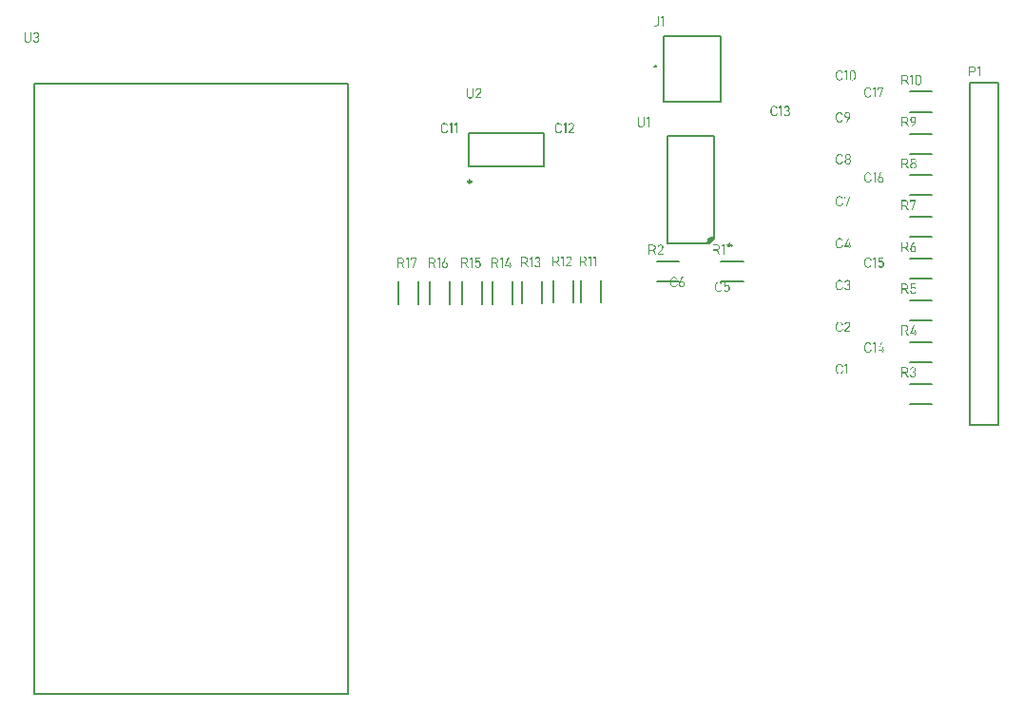
<source format=gto>
%FSTAX23Y23*%
%MOIN*%
%SFA1B1*%

%IPPOS*%
%ADD10C,0.007870*%
%ADD11C,0.009840*%
%ADD12C,0.005000*%
%LNpcb1-1*%
%LPD*%
%SRX1Y1I0J0*%
G36*
X02655Y01901D02*
X02651D01*
X02642Y01897*
X02635Y01891*
X02632Y01882*
Y01877*
X02643*
X02655Y01889*
Y01901*
G37*
G36*
X02464Y0265D02*
Y0265D01*
Y0265*
Y0265*
Y0265*
X02464Y02649*
Y02649*
X02463Y02648*
X02463Y02647*
X02463Y02646*
X02463Y02645*
X02462Y02644*
Y02644*
X02462Y02644*
X02462Y02643*
X02462Y02643*
X02461Y02642*
X02461Y02641*
X0246Y02641*
X02459Y0264*
X02458Y0264*
X02458Y0264*
X02458Y02639*
X02457Y02639*
X02457Y02639*
X02456Y02639*
X02455Y02638*
X02454Y02638*
X02452Y02638*
X02452*
X02451Y02638*
X02451Y02638*
X0245Y02638*
X02449Y02639*
X02448Y02639*
X02447Y02639*
X02447Y02639*
X02447Y02639*
X02446Y0264*
X02446Y0264*
X02445Y0264*
X02445Y02641*
X02444Y02642*
X02444Y02642*
X02446Y02645*
X02446Y02645*
X02446Y02644*
X02446Y02644*
X02447Y02644*
X02447Y02643*
X02448Y02643*
X02448Y02643*
X02449Y02642*
X02449Y02642*
X02449Y02642*
X02449Y02642*
X0245Y02642*
X02451Y02642*
X02451Y02642*
X02452Y02642*
X02453Y02641*
X02453*
X02453Y02642*
X02454Y02642*
X02455Y02642*
X02456Y02642*
X02457Y02642*
X02457Y02643*
X02458Y02644*
X02458Y02644*
X02458Y02644*
X02459Y02645*
X02459Y02645*
X02459Y02646*
X0246Y02647*
X0246Y02649*
X0246Y0265*
Y02674*
X02464*
Y0265*
G37*
G36*
X0248Y02639D02*
X02477D01*
Y02671*
X0247Y02667*
Y02671*
X02475Y02674*
X0248*
Y02639*
G37*
G36*
X01891Y01827D02*
X01891Y01827D01*
X01892Y01827*
X01893Y01827*
X01894Y01826*
X01895Y01826*
X01895Y01826*
X01895Y01826*
X01896Y01825*
X01896Y01825*
X01897Y01824*
X01897Y01824*
X01898Y01823*
X01899Y01822*
X01899Y01822*
X01899Y01822*
X01899Y01821*
X01899Y01821*
X01899Y0182*
X019Y01819*
X019Y01818*
X019Y01817*
Y01817*
Y01817*
Y01817*
Y01816*
X019Y01816*
X019Y01815*
X019Y01814*
X01899Y01813*
X01899Y01812*
X01899Y01812*
X01898Y01811*
X01898Y01811*
X01898Y01811*
X01898Y0181*
X01897Y0181*
X01896Y01809*
X01896Y01808*
X01895Y01808*
X01895Y01808*
X01895Y01808*
X01894Y01808*
X01893Y01807*
X01893Y01807*
X01901Y01792*
X01897*
X0189Y01807*
X01891Y01807*
X01892Y01807*
X01893Y01807*
X01893Y01807*
X01892Y01809*
X01889Y01808*
X0189Y01807*
X0189Y01807*
X01879*
Y0181*
X01878*
Y01807*
X01879*
Y01792*
X01876*
Y01827*
X01878*
Y01824*
X01879*
Y0181*
X0189*
X0189Y0181*
X01891Y0181*
X01891Y0181*
X01892Y0181*
X01893Y01811*
X01893Y01811*
X01893Y01811*
X01893Y01811*
X01894Y01811*
X01894Y01811*
X01894Y01812*
X01895Y01812*
X01895Y01813*
X01896Y01813*
X01896Y01813*
X01896Y01814*
X01896Y01814*
X01896Y01814*
X01896Y01815*
X01896Y01815*
X01896Y01816*
X01896Y01817*
Y01817*
Y01817*
X01896Y01818*
X01896Y01818*
X01896Y01819*
X01896Y01819*
X01896Y0182*
X01896Y01821*
X01895Y01821*
X01895Y01821*
X01895Y01821*
X01895Y01821*
X01895Y01822*
X01894Y01822*
X01894Y01823*
X01893Y01823*
X01893Y01823*
X01893Y01823*
X01893Y01823*
X01892Y01823*
X01892Y01824*
X01891Y01824*
X0189Y01824*
X0189Y01824*
X01879*
Y01827*
X0189*
X01891Y01827*
G37*
G36*
X01943Y018D02*
X01946D01*
Y01797*
X01943*
Y018*
X01939*
Y01813*
X01943*
Y018*
G37*
G36*
X01927D02*
X01939D01*
Y01797*
X01943*
Y01792*
X01939*
Y01797*
X01923*
Y018*
X01935Y01827*
X01939*
X01927Y018*
G37*
G36*
X01916Y01792D02*
X01912D01*
Y01824*
X01906Y0182*
Y01824*
X01911Y01827*
X01916*
Y01792*
G37*
G36*
X02106Y01833D02*
X02106Y01833D01*
X02107Y01833*
X02108Y01832*
X02109Y01832*
X0211Y01832*
X0211Y01832*
X0211Y01831*
X02111Y01831*
X02111Y01831*
X02112Y0183*
X02112Y0183*
X02113Y01829*
X02114Y01828*
X02114Y01828*
X02114Y01828*
X02114Y01827*
X02114Y01827*
X02114Y01826*
X02115Y01825*
X02115Y01824*
X02115Y01823*
Y01823*
Y01823*
Y01822*
Y01822*
X02115Y01822*
X02115Y01821*
X02115Y0182*
X02114Y01819*
X02114Y01818*
X02114Y01817*
X02113Y01817*
X02113Y01817*
X02113Y01817*
X02113Y01816*
X02112Y01815*
X02111Y01815*
X02111Y01814*
X0211Y01814*
X0211Y01814*
X0211Y01814*
X02109Y01813*
X02108Y01813*
X02108Y01813*
X02116Y01798*
X02112*
X02105Y01812*
X02106Y01813*
X02107Y01813*
X02108Y01813*
X02108Y01813*
X02107Y01815*
X02104Y01814*
X02105Y01812*
X02105Y01812*
X02094*
Y01816*
X02093*
Y01812*
X02094*
Y01798*
X02091*
Y01833*
X02093*
Y0183*
X02094*
Y01816*
X02105*
X02105Y01816*
X02106Y01816*
X02106Y01816*
X02107Y01816*
X02108Y01816*
X02108Y01817*
X02108Y01817*
X02108Y01817*
X02109Y01817*
X02109Y01817*
X02109Y01818*
X0211Y01818*
X0211Y01818*
X02111Y01819*
X02111Y01819*
X02111Y01819*
X02111Y0182*
X02111Y0182*
X02111Y01821*
X02111Y01821*
X02111Y01822*
X02111Y01823*
Y01823*
Y01823*
X02111Y01823*
X02111Y01824*
X02111Y01825*
X02111Y01825*
X02111Y01826*
X02111Y01826*
X0211Y01826*
X0211Y01827*
X0211Y01827*
X0211Y01827*
X0211Y01828*
X02109Y01828*
X02109Y01828*
X02108Y01829*
X02108Y01829*
X02108Y01829*
X02108Y01829*
X02107Y01829*
X02107Y01829*
X02106Y0183*
X02105Y0183*
X02105Y0183*
X02094*
Y01833*
X02105*
X02106Y01833*
G37*
G36*
X02149Y01833D02*
X0215Y01833D01*
X02151Y01833*
X02152Y01833*
X02153Y01833*
X02154Y01832*
X02154Y01832*
X02154Y01832*
X02154Y01832*
X02155Y01831*
X02155Y01831*
X02156Y0183*
X02156Y0183*
X02157Y01829*
X02157Y01829*
X02157Y01829*
X02157Y01828*
X02158Y01828*
X02158Y01827*
X02158Y01826*
X02158Y01825*
X02158Y01824*
Y01824*
Y01824*
Y01824*
X02158Y01823*
X02158Y01823*
X02158Y01822*
X02158Y01822*
X02158Y01821*
X02157Y0182*
X02157Y0182*
X02157Y0182*
X02157Y01819*
X02157Y01819*
X02156Y01818*
X02156Y01817*
X02155Y01817*
X02155Y01816*
X02143Y01801*
X02158*
Y01798*
X02138*
Y018*
X02152Y01818*
X02152Y01818*
X02152Y01818*
X02152Y01818*
X02152Y01819*
X02153Y01819*
X02153Y0182*
X02153Y01821*
X02154Y01821*
X02154Y01821*
X02154Y01821*
X02154Y01822*
X02154Y01822*
X02154Y01823*
X02154Y01823*
X02154Y01824*
X02154Y01824*
Y01824*
Y01824*
Y01825*
X02154Y01825*
X02154Y01826*
X02154Y01826*
X02154Y01827*
X02153Y01828*
X02153Y01828*
X02153Y01829*
X02153Y01829*
X02152Y01829*
X02152Y01829*
X02151Y0183*
X0215Y0183*
X02149Y0183*
X02148Y0183*
X02148*
X02147Y0183*
X02147Y0183*
X02146Y0183*
X02145Y01829*
X02144Y01829*
X02144Y01828*
X02144Y01828*
X02143Y01828*
X02143Y01828*
X02143Y01827*
X02142Y01826*
X02142Y01826*
X02142Y01825*
X02142Y01824*
X02138*
Y01824*
Y01824*
X02138Y01824*
X02138Y01824*
X02138Y01825*
X02138Y01825*
X02139Y01826*
X02139Y01827*
X02139Y01828*
X0214Y01829*
X0214Y01829*
X0214Y01829*
X0214Y0183*
X02141Y0183*
X02141Y01831*
X02142Y01831*
X02142Y01832*
X02143Y01832*
X02143Y01832*
X02144Y01832*
X02144Y01833*
X02145Y01833*
X02145Y01833*
X02146Y01833*
X02147Y01833*
X02148Y01833*
X02149*
X02149Y01833*
G37*
G36*
X02131Y01798D02*
X02127D01*
Y0183*
X02121Y01826*
Y0183*
X02126Y01833*
X02131*
Y01798*
G37*
G36*
X03198Y02425D02*
X03199Y02425D01*
X032Y02425*
X032Y02425*
X03201Y02424*
X03202Y02424*
X03202*
X03203Y02424*
X03203Y02424*
X03203Y02424*
X03204Y02423*
X03205Y02423*
X03205Y02422*
X03206Y02421*
X03207Y02421*
X03207Y0242*
X03207Y0242*
X03207Y0242*
X03208Y02419*
X03208Y02418*
X03208Y02417*
X03209Y02416*
X03209Y02415*
X03206*
Y02415*
X03205Y02416*
X03205Y02416*
X03205Y02416*
X03205Y02417*
X03204Y02418*
X03204Y02418*
X03204Y02419*
X03204Y02419*
X03203Y02419*
X03203Y02419*
X03203Y0242*
X03202Y0242*
X03202Y0242*
X03201Y02421*
X032Y02421*
X032Y02421*
X032Y02421*
X032Y02421*
X03199Y02422*
X03199Y02422*
X03198Y02422*
X03198Y02422*
X03197Y02422*
X03196*
X03196Y02422*
X03195Y02422*
X03194Y02422*
X03194Y02421*
X03193Y02421*
X03192Y02421*
X03192Y02421*
X03192Y02421*
X03191Y0242*
X03191Y0242*
X03191Y02419*
X0319Y02419*
X0319Y02418*
X03189Y02417*
X03189Y02417*
X03189Y02417*
X03189Y02416*
X03189Y02416*
X03188Y02415*
X03188Y02414*
X03188Y02413*
X03188Y02412*
Y02402*
Y02402*
Y02402*
Y02402*
Y02402*
X03188Y02401*
X03188Y02401*
X03188Y024*
X03188Y02399*
X03189Y02398*
X03189Y02397*
X03189Y02397*
X03189Y02397*
X0319Y02396*
X0319Y02396*
X0319Y02395*
X03191Y02395*
X03191Y02394*
X03192Y02394*
X03192Y02394*
X03192Y02393*
X03193Y02393*
X03193Y02393*
X03194Y02393*
X03195Y02393*
X03196Y02392*
X03197Y02392*
X03197*
X03197Y02392*
X03198Y02393*
X03199Y02393*
X03199Y02393*
X032Y02393*
X032Y02393*
X03201Y02393*
X03201Y02393*
X03201Y02394*
X03202Y02394*
X03202Y02394*
X03203Y02394*
X03203Y02395*
X03204Y02395*
X03204Y02396*
X03204Y02396*
X03204Y02396*
X03204Y02397*
X03205Y02397*
X03205Y02398*
X03205Y02398*
X03206Y02399*
X03209*
Y02399*
X03209Y02399*
Y02399*
X03209Y02399*
X03209Y02398*
X03209Y02397*
X03208Y02397*
X03208Y02396*
X03207Y02395*
X03207Y02394*
X03207Y02394*
X03206Y02394*
X03206Y02393*
X03206Y02393*
X03205Y02392*
X03204Y02391*
X03203Y02391*
X03202Y0239*
X03202Y0239*
X03202Y0239*
X03201Y0239*
X03201Y0239*
X032Y0239*
X03199Y02389*
X03198Y02389*
X03197Y02389*
X03196*
X03196Y02389*
X03195Y02389*
X03195Y02389*
X03194Y0239*
X03192Y0239*
X03191Y0239*
X0319Y02391*
X0319*
X0319Y02391*
X0319Y02391*
X03189Y02391*
X03189Y02392*
X03188Y02393*
X03187Y02393*
X03187Y02394*
X03186Y02395*
Y02395*
X03186Y02395*
X03186Y02396*
X03186Y02396*
X03186Y02396*
X03186Y02397*
X03185Y02397*
X03185Y02398*
X03185Y024*
X03185Y02401*
X03184Y02402*
Y02412*
Y02412*
Y02412*
Y02412*
Y02413*
X03185Y02413*
X03185Y02413*
X03185Y02414*
X03185Y02415*
X03185Y02417*
X03186Y02418*
X03186Y02419*
Y02419*
X03186Y02419*
X03186Y02419*
X03186Y0242*
X03187Y0242*
X03187Y02421*
X03188Y02421*
X03189Y02422*
X03189Y02423*
X0319Y02424*
X0319*
X0319Y02424*
X03191Y02424*
X03191Y02424*
X03191Y02424*
X03192Y02424*
X03193Y02425*
X03194Y02425*
X03195Y02425*
X03197Y02425*
X03197*
X03198Y02425*
G37*
G36*
X0325Y02422D02*
X03241Y0239D01*
X03237*
X03247Y02422*
X03235*
Y02415*
X03231*
Y02425*
X0325*
Y02422*
G37*
G36*
X03224Y0239D02*
X0322D01*
Y02422*
X03214Y02418*
Y02422*
X03219Y02425*
X03224*
Y0239*
G37*
G36*
X03198Y02127D02*
X03199Y02127D01*
X032Y02127*
X032Y02127*
X03201Y02126*
X03202Y02126*
X03202*
X03203Y02126*
X03203Y02126*
X03203Y02125*
X03204Y02125*
X03205Y02125*
X03205Y02124*
X03206Y02123*
X03207Y02122*
X03207Y02122*
X03207Y02122*
X03207Y02122*
X03208Y02121*
X03208Y0212*
X03208Y02119*
X03209Y02118*
X03209Y02117*
X03206*
Y02117*
X03205Y02117*
X03205Y02118*
X03205Y02118*
X03205Y02119*
X03204Y02119*
X03204Y0212*
X03204Y02121*
X03204Y02121*
X03203Y02121*
X03203Y02121*
X03203Y02122*
X03202Y02122*
X03202Y02122*
X03201Y02123*
X032Y02123*
X032Y02123*
X032Y02123*
X032Y02123*
X03199Y02123*
X03199Y02124*
X03198Y02124*
X03198Y02124*
X03197Y02124*
X03196*
X03196Y02124*
X03195Y02124*
X03194Y02124*
X03194Y02123*
X03193Y02123*
X03192Y02123*
X03192Y02123*
X03192Y02122*
X03191Y02122*
X03191Y02122*
X03191Y02121*
X0319Y02121*
X0319Y0212*
X03189Y02119*
X03189Y02119*
X03189Y02119*
X03189Y02118*
X03189Y02118*
X03188Y02117*
X03188Y02116*
X03188Y02115*
X03188Y02114*
Y02104*
Y02104*
Y02104*
Y02104*
Y02104*
X03188Y02103*
X03188Y02102*
X03188Y02102*
X03188Y02101*
X03189Y021*
X03189Y02099*
X03189Y02099*
X03189Y02099*
X0319Y02098*
X0319Y02098*
X0319Y02097*
X03191Y02097*
X03191Y02096*
X03192Y02096*
X03192Y02095*
X03192Y02095*
X03193Y02095*
X03193Y02095*
X03194Y02095*
X03195Y02094*
X03196Y02094*
X03197Y02094*
X03197*
X03197Y02094*
X03198Y02094*
X03199Y02094*
X03199Y02095*
X032Y02095*
X032Y02095*
X03201Y02095*
X03201Y02095*
X03201Y02095*
X03202Y02096*
X03202Y02096*
X03203Y02096*
X03203Y02097*
X03204Y02097*
X03204Y02097*
X03204Y02098*
X03204Y02098*
X03204Y02098*
X03205Y02099*
X03205Y021*
X03205Y021*
X03206Y02101*
X03209*
Y02101*
X03209Y02101*
Y02101*
X03209Y02101*
X03209Y021*
X03209Y02099*
X03208Y02098*
X03208Y02098*
X03207Y02097*
X03207Y02096*
X03207Y02096*
X03206Y02095*
X03206Y02095*
X03206Y02095*
X03205Y02094*
X03204Y02093*
X03203Y02093*
X03202Y02092*
X03202Y02092*
X03202Y02092*
X03201Y02092*
X03201Y02092*
X032Y02091*
X03199Y02091*
X03198Y02091*
X03197Y02091*
X03196*
X03196Y02091*
X03195Y02091*
X03195Y02091*
X03194Y02091*
X03192Y02092*
X03191Y02092*
X0319Y02093*
X0319*
X0319Y02093*
X0319Y02093*
X03189Y02093*
X03189Y02094*
X03188Y02095*
X03187Y02095*
X03187Y02096*
X03186Y02097*
Y02097*
X03186Y02097*
X03186Y02098*
X03186Y02098*
X03186Y02098*
X03186Y02098*
X03185Y02099*
X03185Y021*
X03185Y02101*
X03185Y02103*
X03184Y02104*
Y02114*
Y02114*
Y02114*
Y02114*
Y02115*
X03185Y02115*
X03185Y02115*
X03185Y02116*
X03185Y02117*
X03185Y02119*
X03186Y0212*
X03186Y02121*
Y02121*
X03186Y02121*
X03186Y02121*
X03186Y02121*
X03187Y02122*
X03187Y02123*
X03188Y02123*
X03189Y02124*
X03189Y02125*
X0319Y02126*
X0319*
X0319Y02126*
X03191Y02126*
X03191Y02126*
X03191Y02126*
X03192Y02126*
X03193Y02127*
X03194Y02127*
X03195Y02127*
X03197Y02127*
X03197*
X03198Y02127*
G37*
G36*
X03224Y02091D02*
X0322D01*
Y02124*
X03214Y0212*
Y02123*
X03219Y02127*
X03224*
Y02091*
G37*
G36*
X03237Y02111D02*
X03238Y02111D01*
X03238Y02112*
X03238Y02112*
X03238Y02112*
X03239Y02112*
X03239Y02112*
X03239Y02112*
X0324Y02112*
X0324Y02112*
X03241Y02112*
X03242*
X03243Y02112*
X03243Y02112*
X03244Y02112*
X03245Y02112*
X03246Y02112*
X03247Y02111*
X03247Y02111*
X03247Y02111*
X03247Y02111*
X03248Y0211*
X03248Y0211*
X03249Y02109*
X03249Y02108*
X0325Y02108*
X0325Y02107*
X0325Y02107*
X0325Y02107*
X0325Y02106*
X03251Y02105*
X03251Y02104*
X03251Y02103*
X03251Y02102*
Y02102*
Y02102*
Y02101*
Y02101*
X03251Y02101*
X03251Y021*
X03251Y02099*
X03251Y02098*
X0325Y02097*
X0325Y02096*
X0325Y02096*
X0325Y02096*
X03249Y02095*
X03249Y02095*
X03249Y02094*
X03248Y02093*
X03247Y02093*
X03246Y02092*
X03246Y02092*
X03246Y02092*
X03246Y02092*
X03245Y02092*
X03244Y02091*
X03243Y02091*
X03242Y02091*
X03241Y02091*
X03241*
X0324Y02091*
X03239Y02091*
X03238Y02091*
X03238Y02092*
X03237Y02092*
X03236Y02092*
X03236Y02092*
X03235Y02093*
X03235Y02093*
X03235Y02093*
X03234Y02094*
X03233Y02094*
X03233Y02095*
X03232Y02096*
Y02096*
X03232Y02096*
X03232Y02096*
X03232Y02097*
X03232Y02098*
X03232Y02098*
X03231Y02099*
X03231Y021*
X03231Y02102*
Y02102*
Y02102*
Y02102*
X03231Y02103*
X03231Y02104*
X03231Y02104*
X03232Y02105*
X03232Y02106*
Y02106*
X03232Y02106*
X03232Y02107*
X03232Y02107*
X03232Y02108*
X03232Y02109*
X03233Y0211*
Y0211*
X03233Y0211*
X03233Y02111*
X03233Y02111*
X03233Y02111*
X03233Y02111*
X03234Y02111*
X03234Y02112*
X03241Y02127*
X03245*
X03237Y02111*
G37*
G36*
X03198Y01829D02*
X03199Y01829D01*
X032Y01829*
X032Y01829*
X03201Y01828*
X03202Y01828*
X03202*
X03203Y01828*
X03203Y01828*
X03203Y01827*
X03204Y01827*
X03205Y01826*
X03205Y01826*
X03206Y01825*
X03207Y01824*
X03207Y01824*
X03207Y01824*
X03207Y01823*
X03208Y01823*
X03208Y01822*
X03208Y01821*
X03209Y0182*
X03209Y01819*
X03206*
Y01819*
X03205Y01819*
X03205Y0182*
X03205Y0182*
X03205Y01821*
X03204Y01821*
X03204Y01822*
X03204Y01823*
X03204Y01823*
X03203Y01823*
X03203Y01823*
X03203Y01823*
X03202Y01824*
X03202Y01824*
X03201Y01825*
X032Y01825*
X032Y01825*
X032Y01825*
X032Y01825*
X03199Y01825*
X03199Y01826*
X03198Y01826*
X03198Y01826*
X03197Y01826*
X03196*
X03196Y01826*
X03195Y01826*
X03194Y01825*
X03194Y01825*
X03193Y01825*
X03192Y01825*
X03192Y01824*
X03192Y01824*
X03191Y01824*
X03191Y01824*
X03191Y01823*
X0319Y01823*
X0319Y01822*
X03189Y01821*
X03189Y01821*
X03189Y01821*
X03189Y0182*
X03189Y0182*
X03188Y01819*
X03188Y01818*
X03188Y01817*
X03188Y01816*
Y01806*
Y01806*
Y01806*
Y01806*
Y01806*
X03188Y01805*
X03188Y01804*
X03188Y01804*
X03188Y01803*
X03189Y01802*
X03189Y01801*
X03189Y01801*
X03189Y018*
X0319Y018*
X0319Y018*
X0319Y01799*
X03191Y01798*
X03191Y01798*
X03192Y01797*
X03192Y01797*
X03192Y01797*
X03193Y01797*
X03193Y01797*
X03194Y01797*
X03195Y01796*
X03196Y01796*
X03197Y01796*
X03197*
X03197Y01796*
X03198Y01796*
X03199Y01796*
X03199Y01797*
X032Y01797*
X032Y01797*
X03201Y01797*
X03201Y01797*
X03201Y01797*
X03202Y01798*
X03202Y01798*
X03203Y01798*
X03203Y01799*
X03204Y01799*
X03204Y01799*
X03204Y018*
X03204Y018*
X03204Y018*
X03205Y01801*
X03205Y01802*
X03205Y01802*
X03206Y01803*
X03209*
Y01803*
X03209Y01803*
Y01803*
X03209Y01802*
X03209Y01802*
X03209Y01801*
X03208Y018*
X03208Y01799*
X03207Y01799*
X03207Y01798*
X03207Y01798*
X03206Y01797*
X03206Y01797*
X03206Y01796*
X03205Y01796*
X03204Y01795*
X03203Y01795*
X03202Y01794*
X03202Y01794*
X03202Y01794*
X03201Y01794*
X03201Y01794*
X032Y01793*
X03199Y01793*
X03198Y01793*
X03197Y01793*
X03196*
X03196Y01793*
X03195Y01793*
X03195Y01793*
X03194Y01793*
X03192Y01794*
X03191Y01794*
X0319Y01795*
X0319*
X0319Y01795*
X0319Y01795*
X03189Y01795*
X03189Y01796*
X03188Y01796*
X03187Y01797*
X03187Y01798*
X03186Y01799*
Y01799*
X03186Y01799*
X03186Y01799*
X03186Y018*
X03186Y018*
X03186Y018*
X03185Y01801*
X03185Y01802*
X03185Y01803*
X03185Y01805*
X03184Y01806*
Y01816*
Y01816*
Y01816*
Y01816*
Y01816*
X03185Y01817*
X03185Y01817*
X03185Y01818*
X03185Y01819*
X03185Y0182*
X03186Y01822*
X03186Y01823*
Y01823*
X03186Y01823*
X03186Y01823*
X03186Y01823*
X03187Y01824*
X03187Y01825*
X03188Y01825*
X03189Y01826*
X03189Y01827*
X0319Y01827*
X0319*
X0319Y01827*
X03191Y01828*
X03191Y01828*
X03191Y01828*
X03192Y01828*
X03193Y01829*
X03194Y01829*
X03195Y01829*
X03197Y01829*
X03197*
X03198Y01829*
G37*
G36*
X03251Y01825D02*
X03236D01*
Y01815*
X03236Y01815*
X03237Y01815*
X03237Y01815*
X03237Y01816*
X03238Y01816*
X03238Y01816*
X03239Y01817*
X03239Y01817*
X03239Y01817*
X0324Y01817*
X0324Y01817*
X0324Y01817*
X03241Y01817*
X03242Y01817*
X03242Y01818*
X03243Y01818*
X03243*
X03244Y01818*
X03245Y01817*
X03245Y01817*
X03246Y01817*
X03247Y01817*
X03248Y01816*
X03248Y01816*
X03248Y01816*
X03248Y01816*
X03249Y01816*
X03249Y01815*
X0325Y01815*
X0325Y01814*
X03251Y01813*
X03251Y01813*
X03251Y01813*
X03251Y01812*
X03251Y01812*
X03252Y01811*
X03252Y0181*
X03252Y01809*
X03252Y01808*
Y01803*
Y01803*
Y01803*
Y01803*
Y01802*
X03252Y01802*
X03252Y01801*
X03252Y018*
X03251Y01799*
X03251Y01798*
X03251Y01797*
X03251Y01797*
X0325Y01797*
X0325Y01797*
X0325Y01796*
X03249Y01796*
X03249Y01795*
X03248Y01795*
X03247Y01794*
X03247Y01794*
X03247Y01794*
X03246Y01794*
X03246Y01794*
X03245Y01793*
X03244Y01793*
X03243Y01793*
X03242Y01793*
X03241*
X03241Y01793*
X0324Y01793*
X0324Y01793*
X03239Y01793*
X03238Y01794*
X03237Y01794*
X03237Y01794*
X03237Y01794*
X03236Y01794*
X03236Y01795*
X03235Y01795*
X03235Y01796*
X03234Y01796*
X03234Y01797*
X03234Y01797*
X03233Y01797*
X03233Y01798*
X03233Y01798*
X03233Y01799*
X03232Y018*
X03232Y01801*
X03232Y01802*
Y01802*
X03236*
Y01802*
Y01802*
Y01802*
X03236Y01801*
X03236Y01801*
X03236Y018*
X03236Y018*
X03236Y01799*
X03237Y01798*
X03237Y01798*
X03238Y01798*
X03238Y01797*
X03238Y01797*
X03239Y01797*
X03239Y01797*
X0324Y01796*
X03241Y01796*
X03242Y01796*
X03242*
X03242Y01796*
X03243Y01796*
X03244Y01796*
X03244Y01797*
X03245Y01797*
X03246Y01797*
X03247Y01798*
X03247Y01798*
X03247Y01798*
X03247Y01799*
X03247Y01799*
X03248Y018*
X03248Y01801*
X03248Y01802*
X03248Y01803*
Y01808*
Y01808*
Y01808*
Y01808*
Y01808*
X03248Y01809*
X03248Y0181*
X03248Y0181*
X03248Y01811*
X03247Y01812*
X03247Y01813*
X03247Y01813*
X03247Y01813*
X03246Y01813*
X03246Y01813*
X03245Y01814*
X03245Y01814*
X03244Y01814*
X03243Y01814*
X03243*
X03242Y01814*
X03242Y01814*
X03241Y01814*
X0324Y01814*
X0324Y01814*
X03239Y01813*
X03239Y01813*
X03239Y01813*
X03238Y01813*
X03238Y01812*
X03237Y01812*
X03237Y01811*
X03236Y01811*
X03236Y0181*
X03233*
Y01829*
X03251*
Y01825*
G37*
G36*
X03224Y01793D02*
X0322D01*
Y01826*
X03214Y01822*
Y01825*
X03219Y01829*
X03224*
Y01793*
G37*
G36*
X03198Y01531D02*
X03199Y01531D01*
X032Y01531*
X032Y0153*
X03201Y0153*
X03202Y0153*
X03202*
X03203Y0153*
X03203Y01529*
X03203Y01529*
X03204Y01529*
X03205Y01528*
X03205Y01528*
X03206Y01527*
X03207Y01526*
X03207Y01526*
X03207Y01526*
X03207Y01525*
X03208Y01525*
X03208Y01524*
X03208Y01523*
X03209Y01522*
X03209Y01521*
X03206*
Y01521*
X03205Y01521*
X03205Y01522*
X03205Y01522*
X03205Y01523*
X03204Y01523*
X03204Y01524*
X03204Y01524*
X03204Y01524*
X03203Y01525*
X03203Y01525*
X03203Y01525*
X03202Y01526*
X03202Y01526*
X03201Y01526*
X032Y01527*
X032Y01527*
X032Y01527*
X032Y01527*
X03199Y01527*
X03199Y01527*
X03198Y01528*
X03198Y01528*
X03197Y01528*
X03196*
X03196Y01528*
X03195Y01528*
X03194Y01527*
X03194Y01527*
X03193Y01527*
X03192Y01526*
X03192Y01526*
X03192Y01526*
X03191Y01526*
X03191Y01526*
X03191Y01525*
X0319Y01524*
X0319Y01524*
X03189Y01523*
X03189Y01523*
X03189Y01523*
X03189Y01522*
X03189Y01521*
X03188Y01521*
X03188Y0152*
X03188Y01519*
X03188Y01518*
Y01508*
Y01508*
Y01508*
Y01508*
Y01508*
X03188Y01507*
X03188Y01506*
X03188Y01505*
X03188Y01505*
X03189Y01504*
X03189Y01503*
X03189Y01503*
X03189Y01502*
X0319Y01502*
X0319Y01501*
X0319Y01501*
X03191Y015*
X03191Y015*
X03192Y01499*
X03192Y01499*
X03192Y01499*
X03193Y01499*
X03193Y01499*
X03194Y01498*
X03195Y01498*
X03196Y01498*
X03197Y01498*
X03197*
X03197Y01498*
X03198Y01498*
X03199Y01498*
X03199Y01498*
X032Y01499*
X032Y01499*
X03201Y01499*
X03201Y01499*
X03201Y01499*
X03202Y01499*
X03202Y015*
X03203Y015*
X03203Y01501*
X03204Y01501*
X03204Y01501*
X03204Y01501*
X03204Y01502*
X03204Y01502*
X03205Y01503*
X03205Y01503*
X03205Y01504*
X03206Y01505*
X03209*
Y01505*
X03209Y01505*
Y01505*
X03209Y01504*
X03209Y01504*
X03209Y01503*
X03208Y01502*
X03208Y01501*
X03207Y015*
X03207Y015*
X03207Y01499*
X03206Y01499*
X03206Y01499*
X03206Y01498*
X03205Y01498*
X03204Y01497*
X03203Y01497*
X03202Y01496*
X03202Y01496*
X03202Y01496*
X03201Y01496*
X03201Y01495*
X032Y01495*
X03199Y01495*
X03198Y01495*
X03197Y01495*
X03196*
X03196Y01495*
X03195Y01495*
X03195Y01495*
X03194Y01495*
X03192Y01496*
X03191Y01496*
X0319Y01496*
X0319*
X0319Y01497*
X0319Y01497*
X03189Y01497*
X03189Y01498*
X03188Y01498*
X03187Y01499*
X03187Y015*
X03186Y01501*
Y01501*
X03186Y01501*
X03186Y01501*
X03186Y01502*
X03186Y01502*
X03186Y01502*
X03185Y01503*
X03185Y01504*
X03185Y01505*
X03185Y01507*
X03184Y01508*
Y01518*
Y01518*
Y01518*
Y01518*
Y01518*
X03185Y01519*
X03185Y01519*
X03185Y0152*
X03185Y01521*
X03185Y01522*
X03186Y01524*
X03186Y01525*
Y01525*
X03186Y01525*
X03186Y01525*
X03186Y01525*
X03187Y01526*
X03187Y01526*
X03188Y01527*
X03189Y01528*
X03189Y01529*
X0319Y01529*
X0319*
X0319Y01529*
X03191Y01529*
X03191Y0153*
X03191Y0153*
X03192Y0153*
X03193Y0153*
X03194Y01531*
X03195Y01531*
X03197Y01531*
X03197*
X03198Y01531*
G37*
G36*
X03251Y01504D02*
X03254D01*
Y01501*
X03251*
Y01504*
X03247*
Y01516*
X03251*
Y01504*
G37*
G36*
X03235D02*
X03247D01*
Y01501*
X03251*
Y01495*
X03247*
Y01501*
X03232*
Y01503*
X03243Y01531*
X03247*
X03235Y01504*
G37*
G36*
X03224Y01495D02*
X0322D01*
Y01528*
X03214Y01524*
Y01527*
X03219Y01531*
X03224*
Y01495*
G37*
G36*
X00263Y02595D02*
Y02595D01*
Y02595*
Y02595*
Y02594*
X00263Y02594*
Y02594*
X00263Y02593*
X00263Y02591*
X00263Y0259*
X00262Y02589*
X00262Y02588*
Y02588*
X00262Y02588*
X00262Y02587*
X00261Y02587*
X00261Y02586*
X0026Y02586*
X0026Y02585*
X00259Y02584*
X00258Y02584*
X00258*
X00258Y02584*
X00258Y02583*
X00257Y02583*
X00257Y02583*
X00257Y02583*
X00256Y02583*
X00255Y02583*
X00254Y02582*
X00252Y02582*
X00251Y02582*
X0025*
X0025Y02582*
X00249*
X00248Y02582*
X00247Y02583*
X00246Y02583*
X00245Y02583*
X00244Y02584*
X00244*
X00244Y02584*
X00244Y02584*
X00243Y02584*
X00242Y02585*
X00242Y02585*
X00241Y02586*
X0024Y02587*
X0024Y02588*
Y02588*
X0024Y02588*
X0024Y02588*
X0024Y02588*
X0024Y02589*
X00239Y02589*
X00239Y0259*
X00239Y02591*
X00239Y02592*
X00239Y02593*
X00239Y02595*
Y02618*
X00242*
Y02595*
Y02595*
Y02595*
Y02594*
X00242Y02594*
Y02594*
X00242Y02593*
X00242Y02592*
X00243Y02591*
X00243Y0259*
X00243Y02589*
X00244Y02588*
X00244Y02588*
X00245Y02588*
X00245Y02587*
X00246Y02587*
X00247Y02586*
X00248Y02586*
X00249Y02586*
X00251Y02586*
X00251*
X00252Y02586*
X00252*
X00252Y02586*
X00253Y02586*
X00255Y02586*
X00256Y02587*
X00257Y02587*
X00258Y02588*
X00258Y02588*
X00258Y02588*
X00258Y02589*
X00259Y0259*
X00259Y02591*
X0026Y02592*
X0026Y02593*
X0026Y02595*
Y02618*
X00263*
Y02595*
G37*
G36*
X00281Y02618D02*
X00281D01*
X00282Y02618*
X00283Y02618*
X00284Y02618*
X00285Y02617*
X00286Y02617*
X00287Y02616*
X00287Y02616*
X00287*
X00287Y02616*
X00288Y02615*
X00288Y02615*
X00289Y02614*
X00289Y02613*
X00289Y02612*
X0029Y02611*
X0029Y0261*
Y02609*
Y02608*
Y02608*
Y02608*
X0029Y02607*
X0029Y02607*
X00289Y02606*
X00289Y02605*
X00289Y02604*
X00289Y02604*
X00289Y02604*
X00288Y02603*
X00288Y02603*
X00288Y02603*
X00287Y02602*
X00287Y02602*
X00286Y02601*
X00285Y02601*
X00285*
X00286Y02601*
X00286Y02601*
X00287Y026*
X00287Y026*
X00288Y026*
X00288Y02599*
X00289Y02598*
X00289Y02598*
X00289Y02598*
X00289Y02597*
X0029Y02597*
X0029Y02596*
X0029Y02595*
X0029Y02594*
X0029Y02593*
Y02592*
Y02592*
Y02592*
Y02592*
Y02591*
X0029Y02591*
X0029Y0259*
X0029Y02589*
X0029Y02588*
X0029Y02587*
X00289Y02587*
X00289Y02586*
X00289Y02586*
X00289Y02586*
X00288Y02585*
X00288Y02585*
X00287Y02584*
X00286Y02584*
X00286Y02583*
X00286Y02583*
X00285Y02583*
X00285Y02583*
X00284Y02583*
X00283Y02583*
X00282Y02582*
X00281Y02582*
X0028Y02582*
X0028*
X00279Y02582*
X00278Y02582*
X00278Y02582*
X00277Y02583*
X00276Y02583*
X00275Y02583*
X00275Y02583*
X00275Y02583*
X00274Y02584*
X00274Y02584*
X00273Y02584*
X00272Y02585*
X00272Y02586*
X00271Y02586*
X00271Y02586*
X00271Y02587*
X00271Y02587*
X00271Y02588*
X0027Y02588*
X0027Y02589*
X0027Y0259*
X0027Y02591*
X00273*
Y02591*
X00273Y02591*
X00273Y0259*
X00273Y0259*
X00273Y0259*
X00274Y02589*
X00274Y02588*
X00274Y02588*
X00274Y02588*
X00274Y02588*
X00275Y02588*
X00275Y02587*
X00275Y02587*
X00276Y02587*
X00276Y02586*
X00277Y02586*
X00277*
X00277Y02586*
X00277Y02586*
X00278Y02586*
X00278Y02586*
X00279Y02586*
X00279Y02586*
X0028Y02585*
X0028*
X00281Y02586*
X00281Y02586*
X00282Y02586*
X00283Y02586*
X00284Y02586*
X00284Y02587*
X00285Y02587*
X00285Y02587*
X00285Y02587*
X00286Y02588*
X00286Y02588*
X00286Y02589*
X00287Y0259*
X00287Y02591*
X00287Y02592*
Y02593*
Y02593*
Y02593*
Y02593*
Y02593*
X00287Y02594*
X00287Y02595*
X00286Y02595*
X00286Y02596*
X00286Y02597*
X00285Y02598*
X00285Y02598*
X00285Y02598*
X00284Y02598*
X00284Y02598*
X00283Y02599*
X00282Y02599*
X00281Y02599*
X0028Y02599*
X00278*
Y02603*
X00281*
X00281Y02603*
X00282Y02603*
X00283Y02603*
X00283Y02603*
X00284Y02603*
X00285Y02604*
X00285Y02604*
X00285Y02604*
X00285Y02605*
X00285Y02605*
X00286Y02606*
X00286Y02606*
X00286Y02607*
X00286Y02608*
Y02609*
Y02609*
Y02609*
Y0261*
X00286Y0261*
X00286Y02611*
X00286Y02611*
X00286Y02612*
X00285Y02613*
X00285Y02613*
X00285Y02613*
X00284Y02614*
X00284Y02614*
X00283Y02614*
X00283Y02614*
X00282Y02615*
X00281Y02615*
X0028Y02615*
X0028*
X0028Y02615*
X00279*
X00279Y02615*
X00278Y02615*
X00278Y02615*
X00277Y02614*
X00277*
X00277Y02614*
X00277Y02614*
X00276Y02614*
X00276Y02614*
X00276Y02613*
X00275Y02613*
X00275Y02612*
X00275Y02612*
X00275Y02612*
X00275Y02612*
X00274Y02612*
X00274Y02611*
X00274Y02611*
X00274Y0261*
X00274Y0261*
X0027*
Y0261*
Y0261*
X0027Y0261*
X0027Y02611*
X00271Y02611*
X00271Y02612*
X00271Y02613*
X00271Y02614*
X00272Y02614*
X00272Y02614*
X00272Y02615*
X00272Y02615*
X00273Y02615*
X00273Y02616*
X00274Y02616*
X00275Y02617*
X00275Y02617*
X00275Y02617*
X00276Y02617*
X00276Y02618*
X00277Y02618*
X00277Y02618*
X00278Y02618*
X00279Y02618*
X0028Y02618*
X00281*
X00281Y02618*
G37*
G36*
X01814Y02399D02*
Y02399D01*
Y02399*
Y02399*
Y02398*
X01814Y02398*
Y02398*
X01814Y02397*
X01814Y02395*
X01814Y02394*
X01813Y02393*
X01813Y02392*
Y02392*
X01813Y02392*
X01813Y02391*
X01812Y02391*
X01812Y0239*
X01811Y0239*
X01811Y02389*
X0181Y02388*
X01809Y02388*
X01809*
X01809Y02388*
X01809Y02387*
X01808Y02387*
X01808Y02387*
X01808Y02387*
X01807Y02387*
X01806Y02387*
X01805Y02386*
X01803Y02386*
X01802Y02386*
X01801*
X01801Y02386*
X018*
X01799Y02386*
X01798Y02387*
X01797Y02387*
X01796Y02387*
X01795Y02388*
X01795*
X01795Y02388*
X01795Y02388*
X01794Y02388*
X01793Y02389*
X01793Y02389*
X01792Y0239*
X01791Y02391*
X01791Y02392*
Y02392*
X01791Y02392*
X01791Y02392*
X01791Y02392*
X01791Y02393*
X0179Y02393*
X0179Y02394*
X0179Y02395*
X0179Y02396*
X0179Y02397*
X0179Y02399*
Y02422*
X01793*
Y02399*
Y02399*
Y02399*
Y02398*
X01793Y02398*
Y02398*
X01793Y02397*
X01793Y02396*
X01794Y02395*
X01794Y02394*
X01794Y02393*
X01795Y02392*
X01795Y02392*
X01796Y02391*
X01796Y02391*
X01797Y02391*
X01798Y0239*
X01799Y0239*
X018Y0239*
X01802Y0239*
X01802*
X01803Y0239*
X01803*
X01803Y0239*
X01804Y0239*
X01806Y0239*
X01807Y02391*
X01808Y02391*
X01809Y02392*
X01809Y02392*
X01809Y02392*
X01809Y02393*
X0181Y02394*
X0181Y02395*
X01811Y02396*
X01811Y02397*
X01811Y02399*
Y02422*
X01814*
Y02399*
G37*
G36*
X01832Y02422D02*
X01833Y02422D01*
X01834Y02422*
X01835Y02422*
X01836Y02422*
X01837Y02421*
X01837Y02421*
X01837Y02421*
X01837Y02421*
X01838Y0242*
X01839Y0242*
X01839Y02419*
X0184Y02419*
X0184Y02418*
X0184Y02418*
X0184Y02418*
X0184Y02417*
X01841Y02417*
X01841Y02416*
X01841Y02415*
X01841Y02414*
X01841Y02413*
Y02413*
Y02413*
Y02413*
X01841Y02412*
X01841Y02412*
X01841Y02411*
X01841Y02411*
X01841Y0241*
X0184Y02409*
X0184Y02409*
X0184Y02409*
X0184Y02408*
X0184Y02408*
X01839Y02407*
X01839Y02406*
X01838Y02406*
X01838Y02405*
X01826Y0239*
X01841*
Y02387*
X01821*
Y02389*
X01835Y02407*
X01835Y02407*
X01835Y02407*
X01835Y02407*
X01836Y02408*
X01836Y02408*
X01836Y02409*
X01837Y0241*
X01837Y0241*
X01837Y0241*
X01837Y0241*
X01837Y02411*
X01837Y02411*
X01837Y02412*
X01837Y02412*
X01838Y02413*
X01838Y02413*
Y02413*
Y02413*
Y02414*
X01837Y02414*
X01837Y02415*
X01837Y02415*
X01837Y02416*
X01836Y02417*
X01836Y02417*
X01836Y02418*
X01836Y02418*
X01835Y02418*
X01835Y02418*
X01834Y02419*
X01833Y02419*
X01832Y02419*
X01831Y02419*
X01831*
X0183Y02419*
X0183Y02419*
X01829Y02419*
X01828Y02418*
X01827Y02418*
X01827Y02417*
X01827Y02417*
X01827Y02417*
X01826Y02417*
X01826Y02416*
X01826Y02415*
X01825Y02415*
X01825Y02414*
X01825Y02413*
X01821*
Y02413*
Y02413*
X01821Y02413*
X01821Y02413*
X01821Y02414*
X01821Y02414*
X01822Y02415*
X01822Y02416*
X01822Y02417*
X01823Y02418*
X01823Y02418*
X01823Y02418*
X01823Y02419*
X01824Y02419*
X01824Y0242*
X01825Y0242*
X01826Y02421*
X01826Y02421*
X01826Y02421*
X01827Y02421*
X01827Y02422*
X01828Y02422*
X01828Y02422*
X01829Y02422*
X0183Y02422*
X01831Y02422*
X01832*
X01832Y02422*
G37*
G36*
X02413Y02298D02*
Y02298D01*
Y02298*
Y02298*
Y02297*
X02413Y02297*
Y02297*
X02413Y02296*
X02413Y02294*
X02413Y02293*
X02412Y02292*
X02412Y02291*
Y02291*
X02412Y02291*
X02412Y0229*
X02411Y0229*
X02411Y02289*
X0241Y02289*
X0241Y02288*
X02409Y02287*
X02408Y02287*
X02408*
X02408Y02287*
X02408Y02286*
X02407Y02286*
X02407Y02286*
X02407Y02286*
X02406Y02286*
X02405Y02286*
X02404Y02285*
X02402Y02285*
X02401Y02285*
X024*
X024Y02285*
X02399*
X02398Y02285*
X02397Y02286*
X02396Y02286*
X02395Y02286*
X02394Y02287*
X02394*
X02394Y02287*
X02394Y02287*
X02393Y02287*
X02392Y02288*
X02392Y02288*
X02391Y02289*
X0239Y0229*
X0239Y02291*
Y02291*
X0239Y02291*
X0239Y02291*
X0239Y02291*
X0239Y02292*
X02389Y02292*
X02389Y02293*
X02389Y02294*
X02389Y02295*
X02389Y02296*
X02389Y02298*
Y02321*
X02392*
Y02298*
Y02298*
Y02298*
Y02297*
X02392Y02297*
Y02297*
X02392Y02296*
X02392Y02295*
X02393Y02294*
X02393Y02293*
X02394Y02292*
X02394Y02291*
X02394Y02291*
X02395Y0229*
X02395Y0229*
X02396Y0229*
X02397Y02289*
X02398Y02289*
X02399Y02289*
X02401Y02289*
X02401*
X02402Y02289*
X02402*
X02402Y02289*
X02403Y02289*
X02405Y02289*
X02406Y0229*
X02407Y0229*
X02408Y02291*
X02408Y02291*
X02408Y02291*
X02408Y02292*
X02409Y02293*
X02409Y02294*
X0241Y02295*
X0241Y02296*
X0241Y02298*
Y02321*
X02413*
Y02298*
G37*
G36*
X0243Y02286D02*
X02426D01*
Y02318*
X0242Y02314*
Y02318*
X02425Y02321*
X0243*
Y02286*
G37*
G36*
X01561Y01828D02*
X01561Y01828D01*
X01562Y01828*
X01563Y01827*
X01564Y01827*
X01565Y01827*
X01565Y01827*
X01565Y01826*
X01566Y01826*
X01566Y01826*
X01567Y01825*
X01567Y01825*
X01568Y01824*
X01569Y01823*
X01569Y01823*
X01569Y01823*
X01569Y01822*
X01569Y01822*
X01569Y01821*
X0157Y0182*
X0157Y01819*
X0157Y01818*
Y01818*
Y01818*
Y01817*
Y01817*
X0157Y01817*
X0157Y01816*
X0157Y01815*
X01569Y01814*
X01569Y01813*
X01569Y01812*
X01568Y01812*
X01568Y01812*
X01568Y01812*
X01568Y01811*
X01567Y0181*
X01566Y0181*
X01566Y01809*
X01565Y01809*
X01565Y01809*
X01565Y01809*
X01564Y01808*
X01563Y01808*
X01563Y01808*
X01571Y01793*
X01567*
X0156Y01807*
X01561Y01808*
X01562Y01808*
X01563Y01808*
X01563Y01808*
X01562Y0181*
X01559Y01809*
X0156Y01807*
X0156Y01807*
X01549*
Y01811*
X01548*
Y01807*
X01549*
Y01793*
X01546*
Y01828*
X01548*
Y01825*
X01549*
Y01811*
X0156*
X0156Y01811*
X01561Y01811*
X01561Y01811*
X01562Y01811*
X01563Y01811*
X01563Y01812*
X01563Y01812*
X01563Y01812*
X01564Y01812*
X01564Y01812*
X01564Y01813*
X01565Y01813*
X01565Y01813*
X01566Y01814*
X01566Y01814*
X01566Y01814*
X01566Y01815*
X01566Y01815*
X01566Y01816*
X01566Y01816*
X01566Y01817*
X01566Y01818*
Y01818*
Y01818*
X01566Y01818*
X01566Y01819*
X01566Y0182*
X01566Y0182*
X01566Y01821*
X01566Y01821*
X01565Y01821*
X01565Y01822*
X01565Y01822*
X01565Y01822*
X01565Y01823*
X01564Y01823*
X01564Y01823*
X01563Y01824*
X01563Y01824*
X01563Y01824*
X01563Y01824*
X01562Y01824*
X01562Y01824*
X01561Y01825*
X0156Y01825*
X0156Y01825*
X01549*
Y01828*
X0156*
X01561Y01828*
G37*
G36*
X01612Y01825D02*
X01603Y01793D01*
X01599*
X01609Y01825*
X01596*
Y01818*
X01593*
Y01828*
X01612*
Y01825*
G37*
G36*
X01586Y01793D02*
X01582D01*
Y01825*
X01576Y01821*
Y01825*
X01581Y01828*
X01586*
Y01793*
G37*
G36*
X01671Y01828D02*
X01671Y01828D01*
X01672Y01828*
X01673Y01827*
X01674Y01827*
X01675Y01827*
X01675Y01827*
X01675Y01826*
X01676Y01826*
X01676Y01826*
X01677Y01825*
X01677Y01825*
X01678Y01824*
X01679Y01823*
X01679Y01823*
X01679Y01823*
X01679Y01822*
X01679Y01822*
X01679Y01821*
X0168Y0182*
X0168Y01819*
X0168Y01818*
Y01818*
Y01818*
Y01817*
Y01817*
X0168Y01817*
X0168Y01816*
X0168Y01815*
X01679Y01814*
X01679Y01813*
X01679Y01812*
X01678Y01812*
X01678Y01812*
X01678Y01812*
X01678Y01811*
X01677Y0181*
X01676Y0181*
X01676Y01809*
X01675Y01809*
X01675Y01809*
X01675Y01809*
X01674Y01808*
X01673Y01808*
X01673Y01808*
X01681Y01793*
X01677*
X0167Y01807*
X01671Y01808*
X01672Y01808*
X01673Y01808*
X01673Y01808*
X01672Y0181*
X01669Y01809*
X0167Y01807*
X0167Y01807*
X01659*
Y01811*
X01658*
Y01807*
X01659*
Y01793*
X01656*
Y01828*
X01658*
Y01825*
X01659*
Y01811*
X0167*
X0167Y01811*
X01671Y01811*
X01671Y01811*
X01672Y01811*
X01673Y01811*
X01673Y01812*
X01673Y01812*
X01673Y01812*
X01674Y01812*
X01674Y01812*
X01674Y01813*
X01675Y01813*
X01675Y01813*
X01676Y01814*
X01676Y01814*
X01676Y01814*
X01676Y01815*
X01676Y01815*
X01676Y01816*
X01676Y01816*
X01676Y01817*
X01676Y01818*
Y01818*
Y01818*
X01676Y01818*
X01676Y01819*
X01676Y0182*
X01676Y0182*
X01676Y01821*
X01676Y01821*
X01675Y01821*
X01675Y01822*
X01675Y01822*
X01675Y01822*
X01675Y01823*
X01674Y01823*
X01674Y01823*
X01673Y01824*
X01673Y01824*
X01673Y01824*
X01673Y01824*
X01672Y01824*
X01672Y01824*
X01671Y01825*
X0167Y01825*
X0167Y01825*
X01659*
Y01828*
X0167*
X01671Y01828*
G37*
G36*
X01696Y01793D02*
X01692D01*
Y01825*
X01686Y01821*
Y01825*
X01691Y01828*
X01696*
Y01793*
G37*
G36*
X01709Y01812D02*
X01709Y01812D01*
X0171Y01813*
X0171Y01813*
X0171Y01813*
X01711Y01813*
X01711Y01813*
X01711Y01813*
X01712Y01813*
X01712Y01813*
X01713Y01814*
X01714*
X01715Y01813*
X01715Y01813*
X01716Y01813*
X01717Y01813*
X01718Y01813*
X01719Y01812*
X01719Y01812*
X01719Y01812*
X01719Y01812*
X0172Y01811*
X0172Y01811*
X01721Y0181*
X01721Y01809*
X01722Y01809*
X01722Y01809*
X01722Y01808*
X01722Y01808*
X01722Y01807*
X01723Y01806*
X01723Y01805*
X01723Y01804*
X01723Y01803*
Y01803*
Y01803*
Y01803*
Y01802*
X01723Y01802*
X01723Y01801*
X01723Y018*
X01722Y01799*
X01722Y01798*
X01722Y01797*
X01722Y01797*
X01722Y01797*
X01721Y01796*
X01721Y01796*
X0172Y01795*
X0172Y01795*
X01719Y01794*
X01718Y01793*
X01718Y01793*
X01718Y01793*
X01717Y01793*
X01717Y01793*
X01716Y01793*
X01715Y01792*
X01714Y01792*
X01713Y01792*
X01713*
X01712Y01792*
X01711Y01792*
X0171Y01792*
X0171Y01793*
X01709Y01793*
X01708Y01793*
X01708Y01793*
X01707Y01794*
X01707Y01794*
X01706Y01794*
X01706Y01795*
X01705Y01795*
X01705Y01796*
X01704Y01797*
Y01797*
X01704Y01797*
X01704Y01797*
X01704Y01798*
X01704Y01799*
X01704Y01799*
X01703Y018*
X01703Y01802*
X01703Y01803*
Y01803*
Y01803*
Y01804*
X01703Y01804*
X01703Y01805*
X01703Y01805*
X01703Y01806*
X01704Y01807*
Y01807*
X01704Y01807*
X01704Y01808*
X01704Y01808*
X01704Y01809*
X01704Y0181*
X01705Y01811*
Y01811*
X01705Y01811*
X01705Y01812*
X01705Y01812*
X01705Y01812*
X01705Y01812*
X01706Y01812*
X01706Y01813*
X01713Y01828*
X01717*
X01709Y01812*
G37*
G36*
X01786Y01828D02*
X01786Y01828D01*
X01787Y01828*
X01788Y01827*
X01789Y01827*
X0179Y01827*
X0179Y01827*
X0179Y01826*
X01791Y01826*
X01791Y01826*
X01792Y01825*
X01792Y01825*
X01793Y01824*
X01794Y01823*
X01794Y01823*
X01794Y01823*
X01794Y01822*
X01794Y01822*
X01794Y01821*
X01795Y0182*
X01795Y01819*
X01795Y01818*
Y01818*
Y01818*
Y01817*
Y01817*
X01795Y01817*
X01795Y01816*
X01795Y01815*
X01794Y01814*
X01794Y01813*
X01794Y01812*
X01793Y01812*
X01793Y01812*
X01793Y01812*
X01793Y01811*
X01792Y0181*
X01791Y0181*
X01791Y01809*
X0179Y01809*
X0179Y01809*
X0179Y01809*
X01789Y01808*
X01788Y01808*
X01788Y01808*
X01796Y01793*
X01792*
X01785Y01807*
X01786Y01808*
X01787Y01808*
X01788Y01808*
X01788Y01808*
X01787Y0181*
X01784Y01809*
X01785Y01807*
X01785Y01807*
X01774*
Y01811*
X01773*
Y01807*
X01774*
Y01793*
X01771*
Y01828*
X01773*
Y01825*
X01774*
Y01811*
X01785*
X01785Y01811*
X01786Y01811*
X01786Y01811*
X01787Y01811*
X01788Y01811*
X01788Y01812*
X01788Y01812*
X01788Y01812*
X01789Y01812*
X01789Y01812*
X01789Y01813*
X0179Y01813*
X0179Y01813*
X01791Y01814*
X01791Y01814*
X01791Y01814*
X01791Y01815*
X01791Y01815*
X01791Y01816*
X01791Y01816*
X01791Y01817*
X01791Y01818*
Y01818*
Y01818*
X01791Y01818*
X01791Y01819*
X01791Y0182*
X01791Y0182*
X01791Y01821*
X01791Y01821*
X0179Y01821*
X0179Y01822*
X0179Y01822*
X0179Y01822*
X0179Y01823*
X01789Y01823*
X01789Y01823*
X01788Y01824*
X01788Y01824*
X01788Y01824*
X01788Y01824*
X01787Y01824*
X01787Y01824*
X01786Y01825*
X01785Y01825*
X01785Y01825*
X01774*
Y01828*
X01785*
X01786Y01828*
G37*
G36*
X01838Y01825D02*
X01823D01*
Y01814*
X01823Y01814*
X01823Y01814*
X01824Y01814*
X01824Y01815*
X01825Y01815*
X01825Y01815*
X01826Y01816*
X01826Y01816*
X01826Y01816*
X01827Y01816*
X01827Y01816*
X01827Y01816*
X01828Y01817*
X01828Y01817*
X01829Y01817*
X0183Y01817*
X0183*
X01831Y01817*
X01832Y01817*
X01832Y01817*
X01833Y01816*
X01834Y01816*
X01835Y01816*
X01835Y01816*
X01835Y01815*
X01835Y01815*
X01836Y01815*
X01836Y01814*
X01837Y01814*
X01837Y01813*
X01838Y01812*
X01838Y01812*
X01838Y01812*
X01838Y01812*
X01838Y01811*
X01838Y0181*
X01839Y01809*
X01839Y01808*
X01839Y01807*
Y01802*
Y01802*
Y01802*
Y01802*
Y01801*
X01839Y01801*
X01839Y018*
X01839Y01799*
X01838Y01798*
X01838Y01798*
X01838Y01797*
X01838Y01797*
X01837Y01796*
X01837Y01796*
X01837Y01795*
X01836Y01795*
X01836Y01794*
X01835Y01794*
X01834Y01793*
X01834Y01793*
X01834Y01793*
X01833Y01793*
X01833Y01793*
X01832Y01793*
X01831Y01792*
X0183Y01792*
X01829Y01792*
X01828*
X01828Y01792*
X01827Y01792*
X01827Y01792*
X01826Y01793*
X01825Y01793*
X01824Y01793*
X01824Y01793*
X01824Y01793*
X01823Y01794*
X01823Y01794*
X01822Y01794*
X01822Y01795*
X01821Y01796*
X01821Y01796*
X01821Y01796*
X0182Y01797*
X0182Y01797*
X0182Y01798*
X0182Y01798*
X01819Y01799*
X01819Y018*
X01819Y01801*
Y01801*
X01822*
Y01801*
Y01801*
Y01801*
X01823Y01801*
X01823Y018*
X01823Y01799*
X01823Y01799*
X01823Y01798*
X01824Y01797*
X01824Y01797*
X01824Y01797*
X01825Y01797*
X01825Y01796*
X01826Y01796*
X01826Y01796*
X01827Y01796*
X01828Y01796*
X01829Y01795*
X01829*
X01829Y01796*
X0183Y01796*
X01831Y01796*
X01831Y01796*
X01832Y01796*
X01833Y01797*
X01834Y01797*
X01834Y01797*
X01834Y01797*
X01834Y01798*
X01834Y01798*
X01835Y01799*
X01835Y018*
X01835Y01801*
X01835Y01802*
Y01807*
Y01807*
Y01807*
Y01807*
Y01808*
X01835Y01808*
X01835Y01809*
X01835Y0181*
X01835Y0181*
X01834Y01811*
X01834Y01812*
X01834Y01812*
X01834Y01812*
X01833Y01812*
X01833Y01813*
X01832Y01813*
X01832Y01813*
X01831Y01813*
X0183Y01813*
X01829*
X01829Y01813*
X01829Y01813*
X01828Y01813*
X01827Y01813*
X01827Y01813*
X01826Y01812*
X01826Y01812*
X01826Y01812*
X01825Y01812*
X01825Y01812*
X01824Y01811*
X01824Y01811*
X01823Y0181*
X01823Y01809*
X0182*
Y01828*
X01838*
Y01825*
G37*
G36*
X01811Y01793D02*
X01807D01*
Y01825*
X01801Y01821*
Y01825*
X01806Y01828*
X01811*
Y01793*
G37*
G36*
X01996Y0183D02*
X01996Y0183D01*
X01997Y01829*
X01998Y01829*
X01999Y01829*
X02Y01829*
X02Y01828*
X02Y01828*
X02001Y01828*
X02001Y01828*
X02002Y01827*
X02002Y01826*
X02003Y01826*
X02004Y01825*
X02004Y01825*
X02004Y01825*
X02004Y01824*
X02004Y01823*
X02004Y01823*
X02005Y01822*
X02005Y01821*
X02005Y0182*
Y01819*
Y01819*
Y01819*
Y01819*
X02005Y01818*
X02005Y01818*
X02005Y01817*
X02004Y01816*
X02004Y01815*
X02004Y01814*
X02003Y01814*
X02003Y01814*
X02003Y01813*
X02003Y01813*
X02002Y01812*
X02001Y01812*
X02001Y01811*
X02Y01811*
X02Y0181*
X02Y0181*
X01999Y0181*
X01998Y0181*
X01998Y0181*
X02006Y01794*
X02002*
X01995Y01809*
X01996Y01809*
X01997Y01809*
X01998Y0181*
X01998Y0181*
X01997Y01812*
X01994Y0181*
X01995Y01809*
X01995*
X01984*
Y01813*
X01983*
Y01809*
X01984*
Y01794*
X01981*
Y0183*
X01983*
Y01827*
X01984*
Y01813*
X01995*
X01995Y01813*
X01996Y01813*
X01996Y01813*
X01997Y01813*
X01998Y01813*
X01998Y01813*
X01998Y01813*
X01998Y01814*
X01999Y01814*
X01999Y01814*
X01999Y01814*
X02Y01815*
X02Y01815*
X02001Y01816*
X02001Y01816*
X02001Y01816*
X02001Y01816*
X02001Y01817*
X02001Y01817*
X02001Y01818*
X02001Y01819*
X02001Y0182*
Y0182*
Y0182*
X02001Y0182*
X02001Y01821*
X02001Y01821*
X02001Y01822*
X02001Y01823*
X02001Y01823*
X02Y01823*
X02Y01823*
X02Y01824*
X02Y01824*
X02Y01825*
X01999Y01825*
X01999Y01825*
X01998Y01826*
X01998Y01826*
X01998Y01826*
X01998Y01826*
X01997Y01826*
X01997Y01826*
X01996Y01826*
X01995Y01826*
X01995Y01827*
X01984*
Y0183*
X01995*
X01996Y0183*
G37*
G36*
X02039Y0183D02*
X02039D01*
X0204Y0183*
X02041Y0183*
X02042Y0183*
X02043Y01829*
X02044Y01829*
X02045Y01828*
X02045Y01828*
X02045*
X02045Y01828*
X02046Y01827*
X02046Y01827*
X02046Y01826*
X02047Y01825*
X02047Y01824*
X02048Y01822*
X02048Y01822*
Y01821*
Y0182*
Y0182*
Y01819*
X02048Y01819*
X02047Y01818*
X02047Y01818*
X02047Y01817*
X02047Y01816*
X02046Y01815*
X02046Y01815*
X02046Y01815*
X02046Y01815*
X02046Y01814*
X02045Y01814*
X02045Y01814*
X02044Y01813*
X02043Y01813*
X02043*
X02044Y01813*
X02044Y01813*
X02045Y01812*
X02045Y01812*
X02046Y01811*
X02046Y01811*
X02047Y0181*
X02047Y0181*
X02047Y0181*
X02047Y01809*
X02048Y01809*
X02048Y01808*
X02048Y01807*
X02048Y01806*
X02048Y01805*
Y01804*
Y01804*
Y01804*
Y01803*
Y01803*
X02048Y01803*
X02048Y01802*
X02048Y01801*
X02048Y018*
X02047Y01799*
X02047Y01798*
X02047Y01798*
X02047Y01798*
X02047Y01798*
X02046Y01797*
X02046Y01797*
X02045Y01796*
X02044Y01796*
X02044Y01795*
X02043Y01795*
X02043Y01795*
X02043Y01795*
X02042Y01795*
X02041Y01794*
X0204Y01794*
X02039Y01794*
X02038Y01794*
X02038*
X02037Y01794*
X02036Y01794*
X02036Y01794*
X02035Y01794*
X02034Y01795*
X02033Y01795*
X02033Y01795*
X02032Y01795*
X02032Y01795*
X02032Y01796*
X02031Y01796*
X0203Y01797*
X0203Y01797*
X02029Y01798*
X02029Y01798*
X02029Y01798*
X02029Y01799*
X02028Y01799*
X02028Y018*
X02028Y01801*
X02028Y01802*
X02027Y01803*
X02031*
Y01803*
X02031Y01803*
X02031Y01802*
X02031Y01802*
X02031Y01801*
X02032Y01801*
X02032Y018*
X02032Y018*
X02032Y018*
X02032Y018*
X02033Y01799*
X02033Y01799*
X02033Y01799*
X02034Y01798*
X02034Y01798*
X02035Y01798*
X02035*
X02035Y01798*
X02035Y01798*
X02036Y01798*
X02036Y01797*
X02037Y01797*
X02037Y01797*
X02038Y01797*
X02038*
X02039Y01797*
X02039Y01797*
X0204Y01797*
X02041Y01798*
X02042Y01798*
X02042Y01798*
X02043Y01799*
X02043Y01799*
X02043Y01799*
X02044Y018*
X02044Y018*
X02044Y01801*
X02044Y01802*
X02045Y01803*
X02045Y01804*
Y01805*
Y01805*
Y01805*
Y01805*
Y01805*
X02045Y01806*
X02045Y01807*
X02044Y01807*
X02044Y01808*
X02044Y01809*
X02043Y01809*
X02043Y01809*
X02043Y0181*
X02042Y0181*
X02042Y0181*
X02041Y01811*
X0204Y01811*
X02039Y01811*
X02038Y01811*
X02036*
Y01814*
X02039*
X02039Y01814*
X0204Y01815*
X02041Y01815*
X02041Y01815*
X02042Y01815*
X02043Y01816*
X02043Y01816*
X02043Y01816*
X02043Y01816*
X02043Y01817*
X02044Y01817*
X02044Y01818*
X02044Y01819*
X02044Y0182*
Y01821*
Y01821*
Y01821*
Y01821*
X02044Y01822*
X02044Y01823*
X02044Y01823*
X02043Y01824*
X02043Y01825*
X02043Y01825*
X02042Y01825*
X02042Y01825*
X02042Y01826*
X02041Y01826*
X02041Y01826*
X0204Y01827*
X02039Y01827*
X02038Y01827*
X02038*
X02038Y01827*
X02037*
X02037Y01827*
X02036Y01827*
X02036Y01826*
X02035Y01826*
X02035*
X02035Y01826*
X02035Y01826*
X02034Y01826*
X02034Y01825*
X02034Y01825*
X02033Y01825*
X02033Y01824*
X02033Y01824*
X02033Y01824*
X02033Y01824*
X02032Y01824*
X02032Y01823*
X02032Y01823*
X02032Y01822*
X02032Y01821*
X02028*
Y01822*
Y01822*
X02028Y01822*
X02028Y01822*
X02028Y01823*
X02029Y01824*
X02029Y01825*
X02029Y01825*
X0203Y01826*
X0203Y01826*
X0203Y01826*
X0203Y01827*
X02031Y01827*
X02031Y01828*
X02032Y01828*
X02033Y01829*
X02033Y01829*
X02033Y01829*
X02034Y01829*
X02034Y01829*
X02035Y0183*
X02035Y0183*
X02036Y0183*
X02037Y0183*
X02038Y0183*
X02039*
X02039Y0183*
G37*
G36*
X02021Y01794D02*
X02017D01*
Y01827*
X02011Y01823*
Y01826*
X02016Y0183*
X02021*
Y01794*
G37*
G36*
X02201Y01833D02*
X02201Y01833D01*
X02202Y01833*
X02203Y01832*
X02204Y01832*
X02205Y01832*
X02205Y01832*
X02205Y01831*
X02206Y01831*
X02206Y01831*
X02207Y0183*
X02207Y0183*
X02208Y01829*
X02209Y01828*
X02209Y01828*
X02209Y01828*
X02209Y01827*
X02209Y01827*
X02209Y01826*
X0221Y01825*
X0221Y01824*
X0221Y01823*
Y01823*
Y01823*
Y01822*
Y01822*
X0221Y01822*
X0221Y01821*
X0221Y0182*
X02209Y01819*
X02209Y01818*
X02209Y01817*
X02208Y01817*
X02208Y01817*
X02208Y01817*
X02208Y01816*
X02207Y01815*
X02206Y01815*
X02206Y01814*
X02205Y01814*
X02205Y01814*
X02205Y01814*
X02204Y01813*
X02203Y01813*
X02203Y01813*
X02211Y01798*
X02207*
X022Y01812*
X02201Y01813*
X02202Y01813*
X02203Y01813*
X02203Y01813*
X02202Y01815*
X02199Y01814*
X022Y01812*
X022Y01812*
X02189*
Y01816*
X02188*
Y01812*
X02189*
Y01798*
X02186*
Y01833*
X02188*
Y0183*
X02189*
Y01816*
X022*
X022Y01816*
X02201Y01816*
X02201Y01816*
X02202Y01816*
X02203Y01816*
X02203Y01817*
X02203Y01817*
X02203Y01817*
X02204Y01817*
X02204Y01817*
X02204Y01818*
X02205Y01818*
X02205Y01818*
X02206Y01819*
X02206Y01819*
X02206Y01819*
X02206Y0182*
X02206Y0182*
X02206Y01821*
X02206Y01821*
X02206Y01822*
X02206Y01823*
Y01823*
Y01823*
X02206Y01823*
X02206Y01824*
X02206Y01825*
X02206Y01825*
X02206Y01826*
X02206Y01826*
X02205Y01826*
X02205Y01827*
X02205Y01827*
X02205Y01827*
X02205Y01828*
X02204Y01828*
X02204Y01828*
X02203Y01829*
X02203Y01829*
X02203Y01829*
X02203Y01829*
X02202Y01829*
X02202Y01829*
X02201Y0183*
X022Y0183*
X022Y0183*
X02189*
Y01833*
X022*
X02201Y01833*
G37*
G36*
X02243Y01798D02*
X02239D01*
Y0183*
X02232Y01826*
Y0183*
X02238Y01833*
X02243*
Y01798*
G37*
G36*
X02226D02*
X02222D01*
Y0183*
X02216Y01826*
Y0183*
X02221Y01833*
X02226*
Y01798*
G37*
G36*
X03329Y02469D02*
X0333Y02469D01*
X03331Y02469*
X03332Y02468*
X03333Y02468*
X03334Y02468*
X03334Y02468*
X03334Y02467*
X03334Y02467*
X03335Y02467*
X03335Y02466*
X03336Y02466*
X03337Y02465*
X03337Y02464*
X03337Y02464*
X03337Y02464*
X03338Y02463*
X03338Y02463*
X03338Y02462*
X03338Y02461*
X03338Y0246*
X03338Y02459*
Y02459*
Y02459*
Y02458*
Y02458*
X03338Y02458*
X03338Y02457*
X03338Y02456*
X03338Y02455*
X03338Y02454*
X03337Y02453*
X03337Y02453*
X03337Y02453*
X03337Y02453*
X03336Y02452*
X03336Y02451*
X03335Y02451*
X03334Y0245*
X03334Y0245*
X03333Y0245*
X03333Y0245*
X03333Y02449*
X03332Y02449*
X03332Y02449*
X0334Y02434*
X03336*
X03328Y02448*
X03329Y02449*
X0333Y02449*
X03331Y02449*
X03332Y02449*
X03331Y02451*
X03328Y0245*
X03328Y02448*
X03328Y02448*
X03318*
Y02452*
X03316*
Y02448*
X03318*
Y02434*
X03314*
Y02469*
X03316*
Y02466*
X03318*
Y02452*
X03329*
X03329Y02452*
X0333Y02452*
X0333Y02452*
X03331Y02452*
X03331Y02452*
X03332Y02453*
X03332Y02453*
X03332Y02453*
X03332Y02453*
X03333Y02453*
X03333Y02454*
X03333Y02454*
X03334Y02454*
X03334Y02455*
X03334Y02455*
X03334Y02455*
X03334Y02456*
X03335Y02456*
X03335Y02457*
X03335Y02457*
X03335Y02458*
X03335Y02459*
Y02459*
Y02459*
X03335Y02459*
X03335Y0246*
X03335Y02461*
X03335Y02461*
X03334Y02462*
X03334Y02462*
X03334Y02462*
X03334Y02463*
X03334Y02463*
X03334Y02463*
X03333Y02464*
X03333Y02464*
X03332Y02464*
X03332Y02465*
X03332Y02465*
X03332Y02465*
X03331Y02465*
X03331Y02465*
X0333Y02465*
X0333Y02466*
X03329Y02466*
X03328Y02466*
X03318*
Y02469*
X03329*
X03329Y02469*
G37*
G36*
X03355Y02434D02*
X03351D01*
Y02466*
X03344Y02462*
Y02466*
X0335Y02469*
X03355*
Y02434*
G37*
G36*
X03374Y02469D02*
X03374D01*
X03374Y02469*
X03375Y02469*
X03377Y02469*
X03378Y02468*
X03379Y02468*
X0338Y02467*
X0338Y02467*
X0338Y02467*
X0338Y02467*
X0338Y02466*
X03381Y02466*
X03381Y02466*
X03381Y02466*
X03381Y02465*
X03382Y02465*
X03382Y02464*
X03382Y02464*
X03382Y02462*
X03383Y02461*
X03383Y0246*
Y02459*
Y02443*
Y02443*
Y02443*
Y02443*
X03383Y02442*
Y02442*
X03383Y02441*
X03382Y0244*
X03382Y02439*
X03382Y02438*
X03381Y02437*
X03381Y02436*
X0338Y02436*
X0338*
X0338Y02436*
X0338Y02436*
X0338Y02435*
X03379Y02435*
X03379Y02435*
X03379Y02435*
X03378Y02435*
X03378Y02434*
X03377Y02434*
X03377Y02434*
X03376Y02434*
X03375Y02433*
X03374Y02433*
X03374Y02433*
X03373Y02433*
X03372*
X03372Y02433*
X03371*
X03371Y02433*
X0337Y02434*
X03369Y02434*
X03367Y02434*
X03366Y02435*
X03366Y02435*
X03365Y02436*
Y02436*
X03365Y02436*
X03365Y02436*
X03365Y02436*
X03364Y02437*
X03364Y02437*
X03364Y02437*
X03364Y02438*
X03363Y02439*
X03363Y0244*
X03363Y02441*
X03363Y02442*
X03363Y02443*
Y02459*
Y02459*
Y0246*
Y0246*
X03363Y0246*
Y0246*
X03363Y02461*
X03363Y02462*
X03363Y02463*
X03364Y02464*
X03364Y02466*
X03365Y02466*
X03365Y02467*
X03365Y02467*
X03365Y02467*
X03365Y02467*
X03366Y02467*
X03366Y02467*
X03366Y02468*
X03367Y02468*
X03367Y02468*
X03368Y02468*
X03368Y02469*
X03369Y02469*
X03369Y02469*
X0337Y02469*
X03371Y02469*
X03372Y02469*
X03373Y02469*
X03373*
X03374Y02469*
G37*
G36*
X03329Y02322D02*
X0333Y02322D01*
X03331Y02322*
X03332Y02322*
X03333Y02322*
X03334Y02321*
X03334Y02321*
X03334Y02321*
X03334Y02321*
X03335Y0232*
X03335Y0232*
X03336Y02319*
X03337Y02318*
X03337Y02318*
X03337Y02318*
X03337Y02317*
X03338Y02317*
X03338Y02316*
X03338Y02315*
X03338Y02314*
X03338Y02313*
X03338Y02312*
Y02312*
Y02312*
Y02312*
Y02312*
X03338Y02311*
X03338Y0231*
X03338Y0231*
X03338Y02309*
X03338Y02308*
X03337Y02307*
X03337Y02307*
X03337Y02306*
X03337Y02306*
X03336Y02306*
X03336Y02305*
X03335Y02304*
X03334Y02304*
X03334Y02303*
X03333Y02303*
X03333Y02303*
X03333Y02303*
X03332Y02303*
X03332Y02303*
X0334Y02287*
X03336*
X03328Y02302*
X03329Y02302*
X0333Y02302*
X03331Y02302*
X03332Y02303*
X03331Y02304*
X03328Y02303*
X03328Y02302*
X03328*
X03318*
Y02305*
X03316*
Y02302*
X03318*
Y02287*
X03314*
Y02323*
X03316*
Y02319*
X03318*
Y02305*
X03329*
X03329Y02305*
X0333Y02305*
X0333Y02306*
X03331Y02306*
X03331Y02306*
X03332Y02306*
X03332Y02306*
X03332Y02306*
X03332Y02307*
X03333Y02307*
X03333Y02307*
X03333Y02308*
X03334Y02308*
X03334Y02309*
X03334Y02309*
X03334Y02309*
X03334Y02309*
X03335Y0231*
X03335Y0231*
X03335Y02311*
X03335Y02312*
X03335Y02312*
Y02312*
Y02313*
X03335Y02313*
X03335Y02314*
X03335Y02314*
X03335Y02315*
X03334Y02315*
X03334Y02316*
X03334Y02316*
X03334Y02316*
X03334Y02316*
X03334Y02317*
X03333Y02317*
X03333Y02318*
X03332Y02318*
X03332Y02318*
X03332Y02318*
X03332Y02319*
X03331Y02319*
X03331Y02319*
X0333Y02319*
X0333Y02319*
X03329Y02319*
X03328Y02319*
X03318*
Y02323*
X03329*
X03329Y02322*
G37*
G36*
X03356Y02323D02*
X03357Y02323D01*
X03358Y02323*
X03359Y02322*
X0336Y02322*
X0336Y02322*
X03361Y02321*
X03361Y02321*
X03361Y02321*
X03362Y02321*
X03362Y0232*
X03363Y02319*
X03363Y02319*
X03364Y02318*
X03364Y02318*
X03364Y02317*
X03364Y02317*
X03364Y02316*
X03365Y02315*
X03365Y02314*
X03365Y02313*
X03365Y02312*
Y02312*
Y02312*
Y02311*
X03365Y02311*
X03365Y0231*
X03365Y02309*
X03365Y02309*
X03365Y02308*
Y02308*
X03364Y02307*
X03364Y02307*
X03364Y02306*
X03364Y02306*
X03364Y02305*
X03363Y02304*
Y02304*
X03363Y02303*
X03363Y02303*
X03363Y02303*
Y02303*
X03363Y02303*
X03363Y02302*
X03363Y02302*
X03355Y02287*
X03351*
X03359Y02303*
X03359Y02303*
X03358Y02302*
X03358Y02302*
X03358*
X03358Y02302*
X03357Y02302*
X03357Y02302*
X03356Y02302*
X03356Y02302*
X03355Y02302*
X03354*
X03353Y02302*
X03353Y02302*
X03352Y02302*
X03351Y02302*
X0335Y02302*
X0335Y02303*
X03349Y02303*
X03349Y02303*
X03349Y02303*
X03348Y02304*
X03348Y02304*
X03347Y02305*
X03347Y02306*
X03346Y02306*
Y02307*
X03346Y02307*
X03346Y02307*
X03346Y02307*
X03346Y02308*
X03346Y02309*
X03345Y0231*
X03345Y02311*
X03345Y02312*
Y02312*
Y02312*
Y02312*
Y02312*
Y02313*
X03345Y02313*
X03345Y02314*
X03345Y02315*
X03346Y02316*
X03346Y02317*
X03346Y02318*
Y02318*
X03346Y02318*
X03347Y02318*
X03347Y02319*
X03347Y02319*
X03348Y0232*
X03348Y0232*
X03349Y02321*
X0335Y02322*
X0335Y02322*
X0335Y02322*
X03351Y02322*
X03351Y02322*
X03352Y02322*
X03353Y02323*
X03354Y02323*
X03355Y02323*
X03356*
X03356Y02323*
G37*
G36*
X03328Y02176D02*
X03329Y02176D01*
X0333Y02176*
X03331Y02176*
X03332Y02175*
X03333Y02175*
X03333Y02175*
X03333Y02175*
X03334Y02174*
X03334Y02174*
X03335Y02173*
X03335Y02173*
X03336Y02172*
X03336Y02171*
X03336Y02171*
X03337Y02171*
X03337Y0217*
X03337Y0217*
X03337Y02169*
X03337Y02168*
X03338Y02167*
X03338Y02166*
Y02166*
Y02166*
Y02166*
Y02165*
X03338Y02165*
X03338Y02164*
X03337Y02163*
X03337Y02162*
X03337Y02161*
X03336Y0216*
X03336Y0216*
X03336Y0216*
X03336Y0216*
X03335Y02159*
X03335Y02159*
X03334Y02158*
X03334Y02157*
X03333Y02157*
X03333Y02157*
X03332Y02157*
X03332Y02156*
X03331Y02156*
X03331Y02156*
X03339Y02141*
X03335*
X03327Y02156*
X03328Y02156*
X03329Y02156*
X0333Y02156*
X03331Y02156*
X0333Y02158*
X03327Y02157*
X03327Y02156*
X03327*
X03317*
Y02159*
X03315*
Y02156*
X03317*
Y02141*
X03313*
Y02176*
X03315*
Y02173*
X03317*
Y02159*
X03328*
X03328Y02159*
X03329Y02159*
X03329Y02159*
X0333Y02159*
X0333Y02159*
X03331Y0216*
X03331Y0216*
X03331Y0216*
X03332Y0216*
X03332Y0216*
X03332Y02161*
X03333Y02161*
X03333Y02162*
X03333Y02162*
X03333Y02162*
X03333Y02162*
X03334Y02163*
X03334Y02163*
X03334Y02164*
X03334Y02164*
X03334Y02165*
X03334Y02166*
Y02166*
Y02166*
X03334Y02167*
X03334Y02167*
X03334Y02168*
X03334Y02168*
X03334Y02169*
X03333Y0217*
X03333Y0217*
X03333Y0217*
X03333Y0217*
X03333Y0217*
X03332Y02171*
X03332Y02171*
X03332Y02172*
X03331Y02172*
X03331Y02172*
X03331Y02172*
X03331Y02172*
X0333Y02172*
X0333Y02173*
X03329Y02173*
X03328Y02173*
X03328Y02173*
X03317*
Y02176*
X03328*
X03328Y02176*
G37*
G36*
X03357Y02176D02*
X03357Y02176D01*
X03358Y02176*
X03359Y02176*
X0336Y02176*
X03361Y02175*
X03361Y02175*
X03361Y02175*
X03362Y02175*
X03362Y02175*
X03363Y02174*
X03363Y02174*
X03364Y02173*
X03364Y02172*
X03364Y02172*
X03365Y02172*
X03365Y02171*
X03365Y02171*
X03365Y0217*
X03365Y02169*
X03365Y02168*
X03366Y02167*
Y02167*
Y02167*
Y02166*
X03365Y02166*
X03365Y02165*
X03365Y02164*
X03365Y02164*
X03365Y02163*
X03364Y02162*
X03364Y02162*
X03364Y02162*
X03364Y02161*
X03364Y02161*
X03363Y0216*
X03363Y0216*
X03362Y02159*
X03361Y02159*
X03361*
X03361Y02159*
X03362Y02159*
X03362Y02158*
X03363Y02158*
X03363Y02157*
X03364Y02157*
X03364Y02156*
X03365Y02155*
X03365Y02155*
X03365Y02155*
X03365Y02155*
X03366Y02154*
X03366Y02153*
X03366Y02152*
X03366Y02151*
X03366Y0215*
Y0215*
Y0215*
Y0215*
Y0215*
Y02149*
X03366Y02149*
X03366Y02148*
X03366Y02147*
X03366Y02146*
X03365Y02146*
X03365Y02145*
X03365Y02145*
X03365Y02144*
X03364Y02144*
X03364Y02143*
X03364Y02143*
X03363Y02142*
X03362Y02142*
X03361Y02141*
X03361Y02141*
X03361Y02141*
X0336Y02141*
X0336Y02141*
X03359Y02141*
X03358Y0214*
X03357Y0214*
X03356Y0214*
X03355*
X03354Y0214*
X03354Y0214*
X03353Y02141*
X03352Y02141*
X03351Y02141*
X0335Y02141*
X0335Y02141*
X03349Y02142*
X03349Y02142*
X03348Y02142*
X03348Y02143*
X03347Y02143*
X03347Y02144*
X03346Y02145*
X03346Y02145*
X03346Y02145*
X03346Y02146*
X03345Y02146*
X03345Y02147*
X03345Y02148*
X03345Y02149*
X03345Y0215*
Y0215*
Y0215*
Y0215*
Y02151*
Y02151*
X03345Y02151*
X03345Y02152*
X03345Y02153*
X03345Y02154*
X03346Y02155*
X03346Y02155*
X03346Y02155*
X03346Y02156*
X03347Y02156*
X03347Y02157*
X03348Y02157*
X03348Y02158*
X03349Y02158*
X0335Y02159*
X0335Y02159*
X03349Y02159*
X03349Y02159*
X03349Y0216*
X03348Y0216*
X03348Y02161*
X03347Y02161*
X03347Y02162*
X03347Y02162*
X03346Y02163*
X03346Y02163*
X03346Y02163*
X03346Y02164*
X03346Y02165*
X03346Y02166*
X03346Y02167*
Y02167*
Y02167*
Y02167*
Y02167*
Y02168*
X03346Y02168*
X03346Y02169*
X03346Y0217*
X03346Y0217*
X03346Y02171*
X03347Y02172*
X03347Y02172*
X03347Y02172*
X03347Y02173*
X03348Y02173*
X03348Y02174*
X03349Y02174*
X03349Y02175*
X0335Y02175*
X0335Y02175*
X03351Y02176*
X03351Y02176*
X03352Y02176*
X03352Y02176*
X03353Y02176*
X03354Y02176*
X03356Y02176*
X03356*
X03357Y02176*
G37*
G36*
X03328Y0203D02*
X03329Y0203D01*
X0333Y02029*
X03331Y02029*
X03332Y02029*
X03333Y02028*
X03333Y02028*
X03333Y02028*
X03334Y02028*
X03334Y02027*
X03335Y02027*
X03335Y02026*
X03336Y02026*
X03336Y02025*
X03336Y02025*
X03337Y02024*
X03337Y02024*
X03337Y02023*
X03337Y02022*
X03337Y02022*
X03338Y02021*
X03338Y02019*
Y02019*
Y02019*
Y02019*
Y02019*
X03338Y02018*
X03338Y02018*
X03337Y02017*
X03337Y02016*
X03337Y02015*
X03336Y02014*
X03336Y02014*
X03336Y02014*
X03336Y02013*
X03335Y02013*
X03335Y02012*
X03334Y02012*
X03334Y02011*
X03333Y0201*
X03333Y0201*
X03332Y0201*
X03332Y0201*
X03331Y0201*
X03331Y0201*
X03339Y01994*
X03335*
X03327Y02009*
X03328Y02009*
X03329Y02009*
X0333Y0201*
X03331Y0201*
X0333Y02011*
X03327Y0201*
X03327Y02009*
X03327*
X03317*
Y02012*
X03315*
Y02009*
X03317*
Y01994*
X03313*
Y0203*
X03315*
Y02026*
X03317*
Y02012*
X03328*
X03328Y02013*
X03329Y02013*
X03329Y02013*
X0333Y02013*
X0333Y02013*
X03331Y02013*
X03331Y02013*
X03331Y02013*
X03332Y02014*
X03332Y02014*
X03332Y02014*
X03333Y02015*
X03333Y02015*
X03333Y02016*
X03333Y02016*
X03333Y02016*
X03334Y02016*
X03334Y02017*
X03334Y02017*
X03334Y02018*
X03334Y02019*
X03334Y02019*
Y0202*
Y0202*
X03334Y0202*
X03334Y02021*
X03334Y02021*
X03334Y02022*
X03334Y02022*
X03333Y02023*
X03333Y02023*
X03333Y02023*
X03333Y02024*
X03333Y02024*
X03332Y02024*
X03332Y02025*
X03332Y02025*
X03331Y02026*
X03331Y02026*
X03331Y02026*
X03331Y02026*
X0333Y02026*
X0333Y02026*
X03329Y02026*
X03328Y02026*
X03328Y02026*
X03317*
Y0203*
X03328*
X03328Y0203*
G37*
G36*
X03363Y02027D02*
X03354Y01994D01*
X0335*
X0336Y02026*
X03348*
Y0202*
X03344*
Y0203*
X03363*
Y02027*
G37*
G36*
X03329Y01883D02*
X0333Y01883D01*
X03331Y01883*
X03332Y01883*
X03333Y01882*
X03334Y01882*
X03334Y01882*
X03334Y01882*
X03334Y01881*
X03335Y01881*
X03335Y01881*
X03336Y0188*
X03337Y01879*
X03337Y01878*
X03337Y01878*
X03337Y01878*
X03338Y01877*
X03338Y01877*
X03338Y01876*
X03338Y01875*
X03338Y01874*
X03338Y01873*
Y01873*
Y01873*
Y01873*
Y01872*
X03338Y01872*
X03338Y01871*
X03338Y0187*
X03338Y01869*
X03338Y01868*
X03337Y01868*
X03337Y01867*
X03337Y01867*
X03337Y01867*
X03336Y01866*
X03336Y01866*
X03335Y01865*
X03334Y01864*
X03334Y01864*
X03333Y01864*
X03333Y01864*
X03333Y01864*
X03332Y01863*
X03332Y01863*
X0334Y01848*
X03336*
X03328Y01863*
X03329Y01863*
X0333Y01863*
X03331Y01863*
X03332Y01863*
X03331Y01865*
X03328Y01864*
X03328Y01863*
X03328*
X03318*
Y01866*
X03316*
Y01863*
X03318*
Y01848*
X03314*
Y01883*
X03316*
Y0188*
X03318*
Y01866*
X03329*
X03329Y01866*
X0333Y01866*
X0333Y01866*
X03331Y01866*
X03331Y01867*
X03332Y01867*
X03332Y01867*
X03332Y01867*
X03332Y01867*
X03333Y01868*
X03333Y01868*
X03333Y01868*
X03334Y01869*
X03334Y01869*
X03334Y01869*
X03334Y0187*
X03334Y0187*
X03335Y0187*
X03335Y01871*
X03335Y01872*
X03335Y01872*
X03335Y01873*
Y01873*
Y01873*
X03335Y01874*
X03335Y01874*
X03335Y01875*
X03335Y01875*
X03334Y01876*
X03334Y01877*
X03334Y01877*
X03334Y01877*
X03334Y01877*
X03334Y01878*
X03333Y01878*
X03333Y01878*
X03332Y01879*
X03332Y01879*
X03332Y01879*
X03332Y01879*
X03331Y01879*
X03331Y0188*
X0333Y0188*
X0333Y0188*
X03329Y0188*
X03328Y0188*
X03318*
Y01883*
X03329*
X03329Y01883*
G37*
G36*
X03351Y01867D02*
X03351Y01868D01*
X03352Y01868*
X03352Y01868*
X03352Y01868*
X03353Y01868*
X03353Y01868*
X03353Y01868*
X03354Y01869*
X03354Y01869*
X03355Y01869*
X03356*
X03357Y01869*
X03357Y01869*
X03358Y01868*
X03359Y01868*
X0336Y01868*
X03361Y01868*
X03361Y01867*
X03361Y01867*
X03361Y01867*
X03362Y01867*
X03362Y01866*
X03363Y01865*
X03363Y01865*
X03364Y01864*
X03364Y01864*
X03364Y01864*
X03364Y01863*
X03364Y01862*
X03365Y01861*
X03365Y01861*
X03365Y01859*
X03365Y01858*
Y01858*
Y01858*
Y01858*
Y01858*
X03365Y01857*
X03365Y01856*
X03365Y01855*
X03365Y01854*
X03364Y01853*
X03364Y01852*
X03364Y01852*
X03364Y01852*
X03363Y01852*
X03363Y01851*
X03363Y0185*
X03362Y0185*
X03361Y01849*
X0336Y01849*
X0336Y01849*
X0336Y01849*
X0336Y01848*
X03359Y01848*
X03358Y01848*
X03357Y01848*
X03356Y01848*
X03355Y01847*
X03355*
X03354Y01848*
X03353Y01848*
X03352Y01848*
X03352Y01848*
X03351Y01848*
X0335Y01849*
X0335Y01849*
X03349Y01849*
X03349Y01849*
X03348Y0185*
X03348Y0185*
X03347Y01851*
X03347Y01851*
X03346Y01852*
Y01852*
X03346Y01852*
X03346Y01853*
X03346Y01853*
X03346Y01854*
X03346Y01855*
X03345Y01856*
X03345Y01857*
X03345Y01858*
Y01858*
Y01858*
Y01859*
X03345Y01859*
X03345Y0186*
X03345Y01861*
X03345Y01861*
X03346Y01862*
Y01862*
X03346Y01863*
X03346Y01863*
X03346Y01864*
X03346Y01864*
X03346Y01865*
X03347Y01867*
Y01867*
X03347Y01867*
X03347Y01867*
X03347Y01867*
X03347Y01867*
X03347Y01867*
X03348Y01868*
X03348Y01868*
X03355Y01883*
X03359*
X03351Y01867*
G37*
G36*
X03329Y01737D02*
X03329Y01737D01*
X0333Y01736*
X03331Y01736*
X03332Y01736*
X03333Y01736*
X03333Y01735*
X03333Y01735*
X03334Y01735*
X03334Y01735*
X03335Y01734*
X03335Y01733*
X03336Y01733*
X03337Y01732*
X03337Y01732*
X03337Y01732*
X03337Y01731*
X03337Y0173*
X03337Y0173*
X03338Y01729*
X03338Y01728*
X03338Y01727*
Y01727*
Y01726*
Y01726*
Y01726*
X03338Y01725*
X03338Y01725*
X03338Y01724*
X03337Y01723*
X03337Y01722*
X03337Y01721*
X03336Y01721*
X03336Y01721*
X03336Y0172*
X03336Y0172*
X03335Y01719*
X03334Y01719*
X03334Y01718*
X03333Y01718*
X03333Y01718*
X03333Y01717*
X03332Y01717*
X03331Y01717*
X03331Y01717*
X03339Y01701*
X03335*
X03328Y01716*
X03329Y01716*
X0333Y01717*
X03331Y01717*
X03331Y01717*
X0333Y01719*
X03327Y01717*
X03328Y01716*
X03328Y01716*
X03317*
Y0172*
X03316*
Y01716*
X03317*
Y01701*
X03314*
Y01737*
X03316*
Y01734*
X03317*
Y0172*
X03328*
X03328Y0172*
X03329Y0172*
X03329Y0172*
X0333Y0172*
X03331Y0172*
X03331Y0172*
X03331Y01721*
X03331Y01721*
X03332Y01721*
X03332Y01721*
X03332Y01721*
X03333Y01722*
X03333Y01722*
X03334Y01723*
X03334Y01723*
X03334Y01723*
X03334Y01724*
X03334Y01724*
X03334Y01725*
X03334Y01725*
X03334Y01726*
X03334Y01727*
Y01727*
Y01727*
X03334Y01727*
X03334Y01728*
X03334Y01728*
X03334Y01729*
X03334Y0173*
X03334Y0173*
X03333Y0173*
X03333Y0173*
X03333Y01731*
X03333Y01731*
X03333Y01732*
X03332Y01732*
X03332Y01732*
X03331Y01733*
X03331Y01733*
X03331Y01733*
X03331Y01733*
X0333Y01733*
X0333Y01733*
X03329Y01733*
X03328Y01733*
X03328Y01734*
X03317*
Y01737*
X03328*
X03329Y01737*
G37*
G36*
X03364Y01734D02*
X0335D01*
Y01723*
X0335Y01723*
X0335Y01723*
X0335Y01723*
X03351Y01724*
X03351Y01724*
X03351Y01724*
X03352Y01725*
X03353Y01725*
X03353Y01725*
X03353Y01725*
X03353Y01725*
X03354Y01725*
X03354Y01725*
X03355Y01726*
X03356Y01726*
X03356Y01726*
X03357*
X03357Y01726*
X03358Y01726*
X03359Y01725*
X03359Y01725*
X0336Y01725*
X03361Y01725*
X03361Y01724*
X03361Y01724*
X03362Y01724*
X03362Y01724*
X03363Y01723*
X03363Y01723*
X03364Y01722*
X03364Y01721*
X03364Y01721*
X03364Y01721*
X03365Y0172*
X03365Y0172*
X03365Y01719*
X03365Y01718*
X03365Y01717*
X03365Y01716*
Y01711*
Y01711*
Y01711*
Y01711*
Y0171*
X03365Y0171*
X03365Y01709*
X03365Y01708*
X03365Y01707*
X03364Y01706*
X03364Y01706*
X03364Y01705*
X03364Y01705*
X03364Y01705*
X03363Y01704*
X03363Y01704*
X03362Y01703*
X03361Y01703*
X03361Y01702*
X03361Y01702*
X0336Y01702*
X0336Y01702*
X03359Y01702*
X03358Y01701*
X03357Y01701*
X03356Y01701*
X03355Y01701*
X03355*
X03354Y01701*
X03354Y01701*
X03353Y01701*
X03352Y01701*
X03351Y01702*
X0335Y01702*
X0335Y01702*
X0335Y01702*
X0335Y01702*
X03349Y01703*
X03349Y01703*
X03348Y01704*
X03348Y01704*
X03347Y01705*
X03347Y01705*
X03347Y01705*
X03347Y01706*
X03346Y01706*
X03346Y01707*
X03346Y01708*
X03346Y01709*
X03345Y0171*
Y0171*
X03349*
Y0171*
Y0171*
Y0171*
X03349Y01709*
X03349Y01709*
X03349Y01708*
X03349Y01708*
X0335Y01707*
X0335Y01706*
X03351Y01706*
X03351Y01706*
X03351Y01706*
X03351Y01705*
X03352Y01705*
X03353Y01705*
X03353Y01705*
X03354Y01704*
X03355Y01704*
X03356*
X03356Y01704*
X03356Y01704*
X03357Y01705*
X03358Y01705*
X03359Y01705*
X03359Y01705*
X0336Y01706*
X0336Y01706*
X0336Y01706*
X03361Y01707*
X03361Y01707*
X03361Y01708*
X03361Y01709*
X03362Y0171*
X03362Y01711*
Y01716*
Y01716*
Y01716*
Y01716*
Y01717*
X03362Y01717*
X03362Y01718*
X03361Y01719*
X03361Y01719*
X03361Y0172*
X0336Y01721*
X0336Y01721*
X0336Y01721*
X0336Y01721*
X03359Y01722*
X03359Y01722*
X03358Y01722*
X03357Y01722*
X03356Y01722*
X03356*
X03355Y01722*
X03355Y01722*
X03354Y01722*
X03354Y01722*
X03353Y01722*
X03352Y01721*
X03352Y01721*
X03352Y01721*
X03352Y01721*
X03351Y0172*
X03351Y0172*
X0335Y01719*
X0335Y01719*
X03349Y01718*
X03346*
Y01737*
X03364*
Y01734*
G37*
G36*
X02443Y01873D02*
X02444Y01873D01*
X02445Y01873*
X02446Y01873*
X02447Y01873*
X02447Y01872*
X02448Y01872*
X02448Y01872*
X02448Y01872*
X02449Y01871*
X02449Y01871*
X0245Y0187*
X0245Y01869*
X02451Y01869*
X02451Y01869*
X02451Y01868*
X02451Y01868*
X02452Y01867*
X02452Y01866*
X02452Y01865*
X02452Y01864*
X02452Y01863*
Y01863*
Y01863*
Y01863*
Y01863*
X02452Y01862*
X02452Y01861*
X02452Y01861*
X02452Y0186*
X02451Y01859*
X02451Y01858*
X02451Y01858*
X02451Y01857*
X0245Y01857*
X0245Y01857*
X0245Y01856*
X02449Y01855*
X02448Y01855*
X02447Y01854*
X02447Y01854*
X02447Y01854*
X02447Y01854*
X02446Y01854*
X02446Y01854*
X02454Y01838*
X0245*
X02442Y01853*
X02443Y01853*
X02444Y01853*
X02445Y01853*
X02446Y01854*
X02445Y01855*
X02442Y01854*
X02442Y01853*
X02442Y01853*
X02431*
Y01856*
X0243*
Y01853*
X02431*
Y01838*
X02428*
Y01874*
X0243*
Y0187*
X02431*
Y01856*
X02443*
X02443Y01856*
X02443Y01856*
X02444Y01857*
X02445Y01857*
X02445Y01857*
X02446Y01857*
X02446Y01857*
X02446Y01857*
X02446Y01858*
X02447Y01858*
X02447Y01858*
X02447Y01859*
X02448Y01859*
X02448Y0186*
X02448Y0186*
X02448Y0186*
X02448Y0186*
X02448Y01861*
X02449Y01861*
X02449Y01862*
X02449Y01863*
X02449Y01863*
Y01863*
Y01864*
X02449Y01864*
X02449Y01865*
X02449Y01865*
X02449Y01866*
X02448Y01866*
X02448Y01867*
X02448Y01867*
X02448Y01867*
X02448Y01867*
X02447Y01868*
X02447Y01868*
X02447Y01869*
X02446Y01869*
X02446Y01869*
X02446Y01869*
X02445Y0187*
X02445Y0187*
X02445Y0187*
X02444Y0187*
X02444Y0187*
X02443Y0187*
X02442Y0187*
X02431*
Y01874*
X02443*
X02443Y01873*
G37*
G36*
X0247Y01874D02*
X02471Y01874D01*
X02472Y01874*
X02473Y01873*
X02474Y01873*
X02474Y01873*
X02475Y01873*
X02475Y01873*
X02475Y01872*
X02476Y01872*
X02476Y01872*
X02477Y01871*
X02477Y0187*
X02478Y0187*
X02478Y01869*
X02478Y01869*
X02478Y01869*
X02478Y01868*
X02479Y01867*
X02479Y01867*
X02479Y01866*
X02479Y01865*
Y01865*
Y01865*
Y01864*
X02479Y01864*
X02479Y01863*
X02479Y01863*
X02479Y01862*
X02478Y01862*
X02478Y01861*
X02478Y01861*
X02478Y0186*
X02478Y0186*
X02477Y01859*
X02477Y01859*
X02477Y01858*
X02476Y01857*
X02475Y01856*
X02464Y01841*
X02479*
Y01838*
X02459*
Y01841*
X02473Y01858*
X02473Y01858*
X02473Y01859*
X02473Y01859*
X02473Y01859*
X02474Y0186*
X02474Y0186*
X02474Y01861*
X02475Y01862*
X02475Y01862*
X02475Y01862*
X02475Y01862*
X02475Y01863*
X02475Y01863*
X02475Y01864*
X02475Y01864*
X02475Y01865*
Y01865*
Y01865*
Y01865*
X02475Y01866*
X02475Y01866*
X02475Y01867*
X02475Y01868*
X02474Y01868*
X02474Y01869*
X02474Y01869*
X02473Y01869*
X02473Y0187*
X02473Y0187*
X02472Y0187*
X02471Y0187*
X0247Y01871*
X02469Y01871*
X02469*
X02468Y0187*
X02467Y0187*
X02467Y0187*
X02466Y0187*
X02465Y01869*
X02465Y01869*
X02465Y01869*
X02464Y01869*
X02464Y01868*
X02464Y01868*
X02463Y01867*
X02463Y01866*
X02463Y01865*
X02462Y01864*
X02459*
Y01864*
Y01864*
X02459Y01864*
X02459Y01865*
X02459Y01865*
X02459Y01866*
X02459Y01867*
X0246Y01868*
X0246Y01869*
X02461Y01869*
X02461Y0187*
X02461Y0187*
X02461Y0187*
X02462Y01871*
X02462Y01871*
X02463Y01872*
X02463Y01872*
X02464Y01873*
X02464Y01873*
X02464Y01873*
X02465Y01873*
X02466Y01873*
X02466Y01873*
X02467Y01874*
X02468Y01874*
X02469Y01874*
X0247*
X0247Y01874*
G37*
G36*
X02667Y01874D02*
X02668Y01874D01*
X02669Y01874*
X02669Y01873*
X0267Y01873*
X02671Y01873*
X02671Y01873*
X02672Y01872*
X02672Y01872*
X02673Y01872*
X02673Y01871*
X02674Y01871*
X02674Y0187*
X02675Y01869*
X02675Y01869*
X02675Y01869*
X02675Y01868*
X02675Y01868*
X02676Y01867*
X02676Y01866*
X02676Y01865*
X02676Y01864*
Y01864*
Y01864*
Y01863*
Y01863*
X02676Y01863*
X02676Y01862*
X02676Y01861*
X02676Y0186*
X02675Y01859*
X02675Y01858*
X02675Y01858*
X02675Y01858*
X02674Y01858*
X02674Y01857*
X02673Y01856*
X02673Y01856*
X02672Y01855*
X02671Y01855*
X02671Y01855*
X02671Y01855*
X0267Y01854*
X0267Y01854*
X02669Y01854*
X02678Y01839*
X02673*
X02666Y01853*
X02667Y01854*
X02668Y01854*
X02669Y01854*
X02669Y01854*
X02669Y01856*
X02665Y01855*
X02666Y01853*
X02666Y01853*
X02655*
Y01857*
X02654*
Y01853*
X02655*
Y01839*
X02652*
Y01874*
X02654*
Y01871*
X02655*
Y01857*
X02666*
X02667Y01857*
X02667Y01857*
X02668Y01857*
X02668Y01857*
X02669Y01857*
X0267Y01858*
X0267Y01858*
X0267Y01858*
X0267Y01858*
X0267Y01858*
X02671Y01859*
X02671Y01859*
X02671Y01859*
X02672Y0186*
X02672Y0186*
X02672Y0186*
X02672Y01861*
X02672Y01861*
X02672Y01862*
X02673Y01862*
X02673Y01863*
X02673Y01864*
Y01864*
Y01864*
X02673Y01864*
X02673Y01865*
X02672Y01866*
X02672Y01866*
X02672Y01867*
X02672Y01867*
X02672Y01867*
X02672Y01868*
X02671Y01868*
X02671Y01868*
X02671Y01869*
X02671Y01869*
X0267Y01869*
X0267Y0187*
X0267Y0187*
X02669Y0187*
X02669Y0187*
X02669Y0187*
X02668Y0187*
X02667Y01871*
X02667Y01871*
X02666Y01871*
X02655*
Y01874*
X02666*
X02667Y01874*
G37*
G36*
X02692Y01839D02*
X02689D01*
Y01871*
X02682Y01867*
Y01871*
X02687Y01874*
X02692*
Y01839*
G37*
G36*
X03329Y01591D02*
X03329Y0159D01*
X0333Y0159*
X03331Y0159*
X03332Y0159*
X03333Y01589*
X03333Y01589*
X03333Y01589*
X03334Y01589*
X03334Y01588*
X03335Y01588*
X03335Y01587*
X03336Y01587*
X03337Y01586*
X03337Y01586*
X03337Y01585*
X03337Y01585*
X03337Y01584*
X03337Y01583*
X03338Y01582*
X03338Y01581*
X03338Y0158*
Y0158*
Y0158*
Y0158*
Y0158*
X03338Y01579*
X03338Y01579*
X03338Y01578*
X03337Y01577*
X03337Y01576*
X03337Y01575*
X03336Y01575*
X03336Y01575*
X03336Y01574*
X03336Y01574*
X03335Y01573*
X03334Y01572*
X03334Y01572*
X03333Y01571*
X03333Y01571*
X03333Y01571*
X03332Y01571*
X03331Y01571*
X03331Y01571*
X03339Y01555*
X03335*
X03328Y0157*
X03329Y0157*
X0333Y0157*
X03331Y01571*
X03331Y01571*
X0333Y01572*
X03327Y01571*
X03328Y0157*
X03328*
X03317*
Y01573*
X03316*
Y0157*
X03317*
Y01555*
X03314*
Y01591*
X03316*
Y01587*
X03317*
Y01573*
X03328*
X03328Y01573*
X03329Y01574*
X03329Y01574*
X0333Y01574*
X03331Y01574*
X03331Y01574*
X03331Y01574*
X03331Y01574*
X03332Y01575*
X03332Y01575*
X03332Y01575*
X03333Y01576*
X03333Y01576*
X03334Y01577*
X03334Y01577*
X03334Y01577*
X03334Y01577*
X03334Y01578*
X03334Y01578*
X03334Y01579*
X03334Y0158*
X03334Y0158*
Y0158*
Y01581*
X03334Y01581*
X03334Y01582*
X03334Y01582*
X03334Y01583*
X03334Y01583*
X03334Y01584*
X03333Y01584*
X03333Y01584*
X03333Y01585*
X03333Y01585*
X03333Y01585*
X03332Y01586*
X03332Y01586*
X03331Y01586*
X03331Y01587*
X03331Y01587*
X03331Y01587*
X0333Y01587*
X0333Y01587*
X03329Y01587*
X03328Y01587*
X03328Y01587*
X03317*
Y01591*
X03328*
X03329Y01591*
G37*
G36*
X03364Y01564D02*
X03368D01*
Y01561*
X03364*
Y01564*
X03361*
Y01576*
X03364*
Y01564*
G37*
G36*
X03349D02*
X03361D01*
Y01561*
X03364*
Y01555*
X03361*
Y01561*
X03345*
Y01563*
X03357Y01591*
X0336*
X03349Y01564*
G37*
G36*
X03329Y01444D02*
X03329Y01444D01*
X0333Y01444*
X03331Y01443*
X03332Y01443*
X03333Y01443*
X03333Y01443*
X03333Y01442*
X03334Y01442*
X03334Y01442*
X03335Y01441*
X03335Y01441*
X03336Y0144*
X03337Y01439*
X03337Y01439*
X03337Y01439*
X03337Y01438*
X03337Y01438*
X03337Y01437*
X03338Y01436*
X03338Y01435*
X03338Y01434*
Y01434*
Y01434*
Y01433*
Y01433*
X03338Y01433*
X03338Y01432*
X03338Y01431*
X03337Y0143*
X03337Y01429*
X03337Y01428*
X03336Y01428*
X03336Y01428*
X03336Y01428*
X03336Y01427*
X03335Y01426*
X03334Y01426*
X03334Y01425*
X03333Y01425*
X03333Y01425*
X03333Y01425*
X03332Y01424*
X03331Y01424*
X03331Y01424*
X03339Y01409*
X03335*
X03328Y01423*
X03329Y01424*
X0333Y01424*
X03331Y01424*
X03331Y01424*
X0333Y01426*
X03327Y01425*
X03328Y01423*
X03328*
X03317*
Y01427*
X03316*
Y01423*
X03317*
Y01409*
X03314*
Y01444*
X03316*
Y01441*
X03317*
Y01427*
X03328*
X03328Y01427*
X03329Y01427*
X03329Y01427*
X0333Y01427*
X03331Y01427*
X03331Y01428*
X03331Y01428*
X03331Y01428*
X03332Y01428*
X03332Y01428*
X03332Y01429*
X03333Y01429*
X03333Y01429*
X03334Y0143*
X03334Y0143*
X03334Y0143*
X03334Y01431*
X03334Y01431*
X03334Y01432*
X03334Y01432*
X03334Y01433*
X03334Y01434*
Y01434*
Y01434*
X03334Y01434*
X03334Y01435*
X03334Y01436*
X03334Y01436*
X03334Y01437*
X03334Y01437*
X03333Y01437*
X03333Y01438*
X03333Y01438*
X03333Y01438*
X03333Y01439*
X03332Y01439*
X03332Y01439*
X03331Y0144*
X03331Y0144*
X03331Y0144*
X03331Y0144*
X0333Y0144*
X0333Y0144*
X03329Y01441*
X03328Y01441*
X03328Y01441*
X03317*
Y01444*
X03328*
X03329Y01444*
G37*
G36*
X03355Y01444D02*
X03356D01*
X03356Y01444*
X03357Y01444*
X03358Y01444*
X03359Y01443*
X03361Y01443*
X03361Y01442*
X03362Y01442*
X03362*
X03362Y01442*
X03362Y01441*
X03362Y01441*
X03363Y0144*
X03363Y01439*
X03364Y01438*
X03364Y01437*
X03364Y01436*
Y01435*
Y01434*
Y01434*
Y01434*
X03364Y01433*
X03364Y01433*
X03364Y01432*
X03364Y01431*
X03363Y0143*
X03363Y0143*
X03363Y0143*
X03363Y01429*
X03362Y01429*
X03362Y01429*
X03362Y01428*
X03361Y01428*
X0336Y01427*
X0336Y01427*
X0336*
X0336Y01427*
X0336Y01427*
X03361Y01426*
X03362Y01426*
X03362Y01426*
X03363Y01425*
X03363Y01424*
X03363Y01424*
X03364Y01424*
X03364Y01423*
X03364Y01423*
X03364Y01422*
X03364Y01421*
X03365Y0142*
X03365Y01419*
Y01418*
Y01418*
Y01418*
Y01418*
Y01417*
X03365Y01417*
X03365Y01416*
X03364Y01415*
X03364Y01414*
X03364Y01413*
X03363Y01413*
X03363Y01412*
X03363Y01412*
X03363Y01412*
X03363Y01411*
X03362Y01411*
X03362Y0141*
X03361Y0141*
X0336Y01409*
X0336Y01409*
X0336Y01409*
X03359Y01409*
X03358Y01409*
X03358Y01409*
X03357Y01408*
X03356Y01408*
X03355Y01408*
X03354*
X03353Y01408*
X03353Y01408*
X03352Y01408*
X03351Y01409*
X0335Y01409*
X03349Y01409*
X03349Y01409*
X03349Y01409*
X03348Y0141*
X03348Y0141*
X03347Y0141*
X03347Y01411*
X03346Y01412*
X03346Y01412*
X03346Y01412*
X03345Y01413*
X03345Y01413*
X03345Y01414*
X03345Y01414*
X03344Y01415*
X03344Y01416*
X03344Y01417*
X03347*
Y01417*
X03347Y01417*
X03348Y01416*
X03348Y01416*
X03348Y01416*
X03348Y01415*
X03348Y01414*
X03349Y01414*
X03349Y01414*
X03349Y01414*
X03349Y01414*
X03349Y01413*
X0335Y01413*
X0335Y01413*
X0335Y01412*
X03351Y01412*
X03351*
X03351Y01412*
X03352Y01412*
X03352Y01412*
X03353Y01412*
X03353Y01412*
X03354Y01412*
X03355Y01411*
X03355*
X03355Y01412*
X03356Y01412*
X03356Y01412*
X03357Y01412*
X03358Y01412*
X03359Y01413*
X03359Y01413*
X03359Y01413*
X0336Y01413*
X0336Y01414*
X0336Y01414*
X03361Y01415*
X03361Y01416*
X03361Y01417*
X03361Y01418*
Y01419*
Y01419*
Y01419*
Y01419*
Y01419*
X03361Y0142*
X03361Y01421*
X03361Y01421*
X0336Y01422*
X0336Y01423*
X03359Y01424*
X03359Y01424*
X03359Y01424*
X03359Y01424*
X03358Y01424*
X03358Y01425*
X03357Y01425*
X03356Y01425*
X03355Y01425*
X03352*
Y01429*
X03355*
X03356Y01429*
X03356Y01429*
X03357Y01429*
X03358Y01429*
X03358Y01429*
X03359Y0143*
X03359Y0143*
X03359Y0143*
X0336Y01431*
X0336Y01431*
X0336Y01432*
X0336Y01432*
X03361Y01433*
X03361Y01434*
Y01435*
Y01435*
Y01435*
Y01436*
X03361Y01436*
X0336Y01437*
X0336Y01437*
X0336Y01438*
X0336Y01439*
X03359Y01439*
X03359Y01439*
X03359Y0144*
X03358Y0144*
X03358Y0144*
X03357Y0144*
X03356Y01441*
X03356Y01441*
X03354Y01441*
X03354*
X03354Y01441*
X03354*
X03353Y01441*
X03353Y01441*
X03352Y01441*
X03352Y0144*
X03351*
X03351Y0144*
X03351Y0144*
X03351Y0144*
X0335Y0144*
X0335Y01439*
X0335Y01439*
X03349Y01438*
X03349Y01438*
X03349Y01438*
X03349Y01438*
X03349Y01438*
X03349Y01437*
X03348Y01437*
X03348Y01436*
X03348Y01436*
X03344*
Y01436*
Y01436*
X03345Y01436*
X03345Y01437*
X03345Y01437*
X03345Y01438*
X03345Y01439*
X03346Y0144*
X03346Y0144*
X03346Y0144*
X03347Y01441*
X03347Y01441*
X03347Y01441*
X03348Y01442*
X03348Y01442*
X03349Y01443*
X0335Y01443*
X0335Y01443*
X0335Y01443*
X03351Y01444*
X03351Y01444*
X03352Y01444*
X03353Y01444*
X03354Y01444*
X03354Y01444*
X03355*
X03355Y01444*
G37*
G36*
X03565Y02499D02*
X03566Y02499D01*
X03567Y02499*
X03568Y02498*
X03569Y02498*
X0357Y02498*
X0357*
X0357Y02498*
X0357Y02497*
X03571Y02497*
X03571Y02497*
X03572Y02496*
X03572Y02495*
X03573Y02495*
X03574Y02494*
X03574Y02494*
X03574Y02493*
X03574Y02493*
X03574Y02492*
X03574Y02491*
X03575Y0249*
X03575Y02489*
X03575Y02488*
Y02488*
Y02488*
Y02488*
Y02487*
X03575Y02487*
X03575Y02486*
X03575Y02485*
X03574Y02484*
X03574Y02483*
X03574Y02482*
X03573Y02482*
X03573Y02482*
X03573Y02482*
X03573Y02481*
X03572Y0248*
X03571Y0248*
X03571Y02479*
X0357Y02479*
X0357Y02478*
X03569Y02478*
X03569Y02478*
X03568Y02478*
X03567Y02478*
X03566Y02477*
X03565Y02477*
X03564Y02477*
X03554*
Y0248*
X03553*
Y02477*
X03554*
Y02464*
X03551*
Y02499*
X03553*
Y02496*
X03554*
Y0248*
X03565*
X03565Y02481*
X03566Y02481*
X03566Y02481*
X03567Y02481*
X03567Y02481*
X03568Y02481*
X03568Y02481*
X03568Y02482*
X03569Y02482*
X03569Y02482*
X03569Y02483*
X0357Y02483*
X0357Y02483*
X0357Y02484*
X03571Y02484*
X03571Y02484*
X03571Y02485*
X03571Y02485*
X03571Y02486*
X03571Y02486*
X03571Y02487*
X03571Y02488*
Y02488*
Y02488*
X03571Y02489*
X03571Y02489*
X03571Y0249*
X03571Y02491*
X03571Y02491*
X0357Y02492*
X0357Y02492*
X0357Y02492*
X0357Y02493*
X0357Y02493*
X0357Y02493*
X03569Y02494*
X03569Y02494*
X03568Y02495*
X03568Y02495*
X03568Y02495*
X03567Y02495*
X03567Y02495*
X03566Y02495*
X03566Y02496*
X03565Y02496*
X03564Y02496*
X03554*
Y02499*
X03565*
X03565Y02499*
G37*
G36*
X03589Y02464D02*
X03586D01*
Y02496*
X03579Y02492*
Y02496*
X03584Y02499*
X03589*
Y02464*
G37*
G36*
X02869Y0236D02*
X0287Y0236D01*
X02871Y0236*
X02871Y0236*
X02872Y02359*
X02873Y02359*
X02873*
X02874Y02359*
X02874Y02359*
X02874Y02359*
X02875Y02358*
X02876Y02358*
X02876Y02357*
X02877Y02356*
X02878Y02356*
X02878Y02355*
X02878Y02355*
X02878Y02355*
X02879Y02354*
X02879Y02353*
X02879Y02352*
X0288Y02351*
X0288Y0235*
X02877*
Y0235*
X02876Y02351*
X02876Y02351*
X02876Y02351*
X02876Y02352*
X02875Y02353*
X02875Y02353*
X02875Y02354*
X02875Y02354*
X02874Y02354*
X02874Y02354*
X02874Y02355*
X02873Y02355*
X02873Y02355*
X02872Y02356*
X02871Y02356*
X02871Y02356*
X02871Y02356*
X02871Y02356*
X0287Y02357*
X0287Y02357*
X02869Y02357*
X02869Y02357*
X02868Y02357*
X02867*
X02867Y02357*
X02866Y02357*
X02865Y02357*
X02865Y02356*
X02864Y02356*
X02863Y02356*
X02863Y02356*
X02863Y02356*
X02862Y02355*
X02862Y02355*
X02862Y02354*
X02861Y02354*
X02861Y02353*
X0286Y02352*
X0286Y02352*
X0286Y02352*
X0286Y02351*
X0286Y02351*
X02859Y0235*
X02859Y02349*
X02859Y02348*
X02859Y02347*
Y02337*
Y02337*
Y02337*
Y02337*
Y02337*
X02859Y02336*
X02859Y02336*
X02859Y02335*
X02859Y02334*
X0286Y02333*
X0286Y02332*
X0286Y02332*
X0286Y02332*
X02861Y02331*
X02861Y02331*
X02861Y0233*
X02862Y0233*
X02862Y02329*
X02863Y02329*
X02863Y02329*
X02863Y02328*
X02864Y02328*
X02864Y02328*
X02865Y02328*
X02866Y02328*
X02867Y02327*
X02868Y02327*
X02868*
X02868Y02327*
X02869Y02328*
X0287Y02328*
X0287Y02328*
X02871Y02328*
X02871Y02328*
X02872Y02328*
X02872Y02328*
X02872Y02329*
X02873Y02329*
X02873Y02329*
X02874Y02329*
X02874Y0233*
X02875Y0233*
X02875Y02331*
X02875Y02331*
X02875Y02331*
X02875Y02332*
X02876Y02332*
X02876Y02333*
X02876Y02333*
X02877Y02334*
X0288*
Y02334*
X0288Y02334*
Y02334*
X0288Y02334*
X0288Y02333*
X0288Y02332*
X02879Y02332*
X02879Y02331*
X02878Y0233*
X02878Y02329*
X02878Y02329*
X02877Y02329*
X02877Y02328*
X02877Y02328*
X02876Y02327*
X02875Y02326*
X02874Y02326*
X02873Y02325*
X02873Y02325*
X02873Y02325*
X02872Y02325*
X02872Y02325*
X02871Y02325*
X0287Y02324*
X02869Y02324*
X02868Y02324*
X02867*
X02867Y02324*
X02866Y02324*
X02866Y02324*
X02865Y02325*
X02863Y02325*
X02862Y02325*
X02861Y02326*
X02861*
X02861Y02326*
X02861Y02326*
X0286Y02326*
X0286Y02327*
X02859Y02328*
X02858Y02328*
X02858Y02329*
X02857Y0233*
Y0233*
X02857Y0233*
X02857Y02331*
X02857Y02331*
X02857Y02331*
X02857Y02332*
X02856Y02332*
X02856Y02333*
X02856Y02335*
X02856Y02336*
X02855Y02337*
Y02347*
Y02347*
Y02347*
Y02347*
Y02348*
X02856Y02348*
X02856Y02348*
X02856Y02349*
X02856Y0235*
X02856Y02352*
X02857Y02353*
X02857Y02354*
Y02354*
X02857Y02354*
X02857Y02354*
X02857Y02355*
X02858Y02355*
X02858Y02356*
X02859Y02356*
X0286Y02357*
X0286Y02358*
X02861Y02359*
X02861*
X02861Y02359*
X02862Y02359*
X02862Y02359*
X02862Y02359*
X02863Y02359*
X02864Y0236*
X02865Y0236*
X02866Y0236*
X02868Y0236*
X02868*
X02869Y0236*
G37*
G36*
X02913D02*
X02913D01*
X02914Y0236*
X02915Y0236*
X02916Y0236*
X02917Y02359*
X02918Y02359*
X02919Y02358*
X02919Y02358*
X02919*
X02919Y02358*
X0292Y02357*
X0292Y02357*
X0292Y02356*
X02921Y02355*
X02921Y02354*
X02922Y02353*
X02922Y02352*
Y02351*
Y0235*
Y0235*
Y0235*
X02922Y02349*
X02922Y02349*
X02921Y02348*
X02921Y02347*
X02921Y02346*
X02921Y02346*
X0292Y02346*
X0292Y02345*
X0292Y02345*
X0292Y02345*
X02919Y02344*
X02919Y02344*
X02918Y02343*
X02917Y02343*
X02917*
X02918Y02343*
X02918Y02343*
X02919Y02342*
X02919Y02342*
X0292Y02342*
X0292Y02341*
X02921Y0234*
X02921Y0234*
X02921Y0234*
X02921Y02339*
X02922Y02339*
X02922Y02338*
X02922Y02337*
X02922Y02336*
X02922Y02335*
Y02334*
Y02334*
Y02334*
Y02334*
Y02333*
X02922Y02333*
X02922Y02332*
X02922Y02331*
X02922Y0233*
X02921Y02329*
X02921Y02329*
X02921Y02328*
X02921Y02328*
X02921Y02328*
X0292Y02327*
X0292Y02327*
X02919Y02326*
X02918Y02326*
X02918Y02325*
X02918Y02325*
X02917Y02325*
X02917Y02325*
X02916Y02325*
X02915Y02325*
X02914Y02324*
X02913Y02324*
X02912Y02324*
X02912*
X02911Y02324*
X0291Y02324*
X0291Y02324*
X02909Y02325*
X02908Y02325*
X02907Y02325*
X02907Y02325*
X02907Y02325*
X02906Y02326*
X02906Y02326*
X02905Y02326*
X02904Y02327*
X02904Y02328*
X02903Y02328*
X02903Y02328*
X02903Y02329*
X02903Y02329*
X02903Y0233*
X02902Y0233*
X02902Y02331*
X02902Y02332*
X02902Y02333*
X02905*
Y02333*
X02905Y02333*
X02905Y02332*
X02905Y02332*
X02905Y02332*
X02906Y02331*
X02906Y0233*
X02906Y0233*
X02906Y0233*
X02906Y0233*
X02907Y0233*
X02907Y02329*
X02907Y02329*
X02908Y02329*
X02908Y02328*
X02909Y02328*
X02909*
X02909Y02328*
X02909Y02328*
X0291Y02328*
X0291Y02328*
X02911Y02328*
X02911Y02328*
X02912Y02327*
X02912*
X02913Y02328*
X02913Y02328*
X02914Y02328*
X02915Y02328*
X02916Y02328*
X02916Y02329*
X02917Y02329*
X02917Y02329*
X02917Y02329*
X02918Y0233*
X02918Y0233*
X02918Y02331*
X02919Y02332*
X02919Y02333*
X02919Y02334*
Y02335*
Y02335*
Y02335*
Y02335*
Y02335*
X02919Y02336*
X02919Y02337*
X02918Y02337*
X02918Y02338*
X02918Y02339*
X02917Y0234*
X02917Y0234*
X02917Y0234*
X02916Y0234*
X02916Y0234*
X02915Y02341*
X02914Y02341*
X02913Y02341*
X02912Y02341*
X0291*
Y02345*
X02913*
X02913Y02345*
X02914Y02345*
X02915Y02345*
X02915Y02345*
X02916Y02345*
X02917Y02346*
X02917Y02346*
X02917Y02346*
X02917Y02347*
X02917Y02347*
X02918Y02348*
X02918Y02348*
X02918Y02349*
X02918Y0235*
Y02351*
Y02351*
Y02351*
Y02352*
X02918Y02352*
X02918Y02353*
X02918Y02353*
X02918Y02354*
X02917Y02355*
X02917Y02355*
X02917Y02355*
X02916Y02356*
X02916Y02356*
X02915Y02356*
X02915Y02356*
X02914Y02357*
X02913Y02357*
X02912Y02357*
X02912*
X02912Y02357*
X02911*
X02911Y02357*
X0291Y02357*
X0291Y02357*
X02909Y02356*
X02909*
X02909Y02356*
X02909Y02356*
X02908Y02356*
X02908Y02356*
X02908Y02355*
X02907Y02355*
X02907Y02354*
X02907Y02354*
X02907Y02354*
X02907Y02354*
X02906Y02354*
X02906Y02353*
X02906Y02353*
X02906Y02352*
X02906Y02352*
X02902*
Y02352*
Y02352*
X02902Y02352*
X02902Y02353*
X02903Y02353*
X02903Y02354*
X02903Y02355*
X02903Y02356*
X02904Y02356*
X02904Y02356*
X02904Y02357*
X02904Y02357*
X02905Y02357*
X02905Y02358*
X02906Y02358*
X02907Y02359*
X02907Y02359*
X02907Y02359*
X02908Y02359*
X02908Y0236*
X02909Y0236*
X02909Y0236*
X0291Y0236*
X02911Y0236*
X02912Y0236*
X02913*
X02913Y0236*
G37*
G36*
X02895Y02325D02*
X02891D01*
Y02357*
X02885Y02353*
Y02357*
X0289Y0236*
X02895*
Y02325*
G37*
G36*
X02113Y023D02*
X02114Y023D01*
X02115Y023*
X02115Y023*
X02116Y02299*
X02117Y02299*
X02117*
X02118Y02299*
X02118Y02299*
X02118Y02299*
X02119Y02298*
X0212Y02298*
X0212Y02297*
X02121Y02296*
X02122Y02296*
X02122Y02295*
X02122Y02295*
X02122Y02295*
X02123Y02294*
X02123Y02293*
X02123Y02292*
X02124Y02291*
X02124Y0229*
X02121*
Y0229*
X0212Y02291*
X0212Y02291*
X0212Y02291*
X0212Y02292*
X02119Y02293*
X02119Y02293*
X02119Y02294*
X02119Y02294*
X02118Y02294*
X02118Y02294*
X02118Y02295*
X02117Y02295*
X02117Y02295*
X02116Y02296*
X02115Y02296*
X02115Y02296*
X02115Y02296*
X02115Y02296*
X02114Y02297*
X02114Y02297*
X02113Y02297*
X02113Y02297*
X02112Y02297*
X02111*
X02111Y02297*
X0211Y02297*
X02109Y02297*
X02109Y02296*
X02108Y02296*
X02107Y02296*
X02107Y02296*
X02107Y02296*
X02106Y02295*
X02106Y02295*
X02106Y02294*
X02105Y02294*
X02105Y02293*
X02104Y02292*
X02104Y02292*
X02104Y02292*
X02104Y02291*
X02104Y02291*
X02103Y0229*
X02103Y02289*
X02103Y02288*
X02103Y02287*
Y02277*
Y02277*
Y02277*
Y02277*
Y02277*
X02103Y02276*
X02103Y02276*
X02103Y02275*
X02103Y02274*
X02104Y02273*
X02104Y02272*
X02104Y02272*
X02104Y02272*
X02105Y02271*
X02105Y02271*
X02105Y0227*
X02106Y0227*
X02106Y02269*
X02107Y02269*
X02107Y02269*
X02107Y02268*
X02108Y02268*
X02108Y02268*
X02109Y02268*
X0211Y02268*
X02111Y02267*
X02112Y02267*
X02112*
X02112Y02267*
X02113Y02268*
X02114Y02268*
X02114Y02268*
X02115Y02268*
X02115Y02268*
X02116Y02268*
X02116Y02268*
X02116Y02269*
X02117Y02269*
X02117Y02269*
X02118Y02269*
X02118Y0227*
X02119Y0227*
X02119Y02271*
X02119Y02271*
X02119Y02271*
X02119Y02272*
X0212Y02272*
X0212Y02273*
X0212Y02273*
X02121Y02274*
X02124*
Y02274*
X02124Y02274*
Y02274*
X02124Y02274*
X02124Y02273*
X02124Y02272*
X02123Y02272*
X02123Y02271*
X02122Y0227*
X02122Y02269*
X02122Y02269*
X02121Y02269*
X02121Y02268*
X02121Y02268*
X0212Y02267*
X02119Y02266*
X02118Y02266*
X02117Y02265*
X02117Y02265*
X02117Y02265*
X02116Y02265*
X02116Y02265*
X02115Y02265*
X02114Y02264*
X02113Y02264*
X02112Y02264*
X02111*
X02111Y02264*
X0211Y02264*
X0211Y02264*
X02109Y02265*
X02107Y02265*
X02106Y02265*
X02105Y02266*
X02105*
X02105Y02266*
X02105Y02266*
X02104Y02266*
X02104Y02267*
X02103Y02268*
X02102Y02268*
X02102Y02269*
X02101Y0227*
Y0227*
X02101Y0227*
X02101Y02271*
X02101Y02271*
X02101Y02271*
X02101Y02272*
X021Y02272*
X021Y02273*
X021Y02275*
X021Y02276*
X02099Y02277*
Y02287*
Y02287*
Y02287*
Y02287*
Y02288*
X021Y02288*
X021Y02288*
X021Y02289*
X021Y0229*
X021Y02292*
X02101Y02293*
X02101Y02294*
Y02294*
X02101Y02294*
X02101Y02294*
X02101Y02295*
X02102Y02295*
X02102Y02296*
X02103Y02296*
X02104Y02297*
X02104Y02298*
X02105Y02299*
X02105*
X02105Y02299*
X02106Y02299*
X02106Y02299*
X02106Y02299*
X02107Y02299*
X02108Y023*
X02109Y023*
X0211Y023*
X02112Y023*
X02112*
X02113Y023*
G37*
G36*
X02157D02*
X02158Y023D01*
X02159Y023*
X0216Y023*
X02161Y023*
X02162Y02299*
X02162Y02299*
X02162Y02299*
X02162Y02299*
X02163Y02298*
X02163Y02298*
X02164Y02297*
X02165Y02297*
X02165Y02296*
X02165Y02296*
X02165Y02296*
X02165Y02295*
X02166Y02295*
X02166Y02294*
X02166Y02293*
X02166Y02292*
X02166Y02291*
Y02291*
Y02291*
Y02291*
X02166Y0229*
X02166Y0229*
X02166Y02289*
X02166Y02289*
X02166Y02288*
X02165Y02287*
X02165Y02287*
X02165Y02287*
X02165Y02286*
X02165Y02286*
X02164Y02285*
X02164Y02284*
X02163Y02284*
X02163Y02283*
X02151Y02268*
X02166*
Y02265*
X02146*
Y02267*
X0216Y02285*
X0216Y02285*
X0216Y02285*
X0216Y02285*
X02161Y02286*
X02161Y02286*
X02161Y02287*
X02162Y02288*
X02162Y02288*
X02162Y02288*
X02162Y02288*
X02162Y02289*
X02162Y02289*
X02162Y0229*
X02162Y0229*
X02162Y02291*
X02163Y02291*
Y02291*
Y02291*
Y02292*
X02162Y02292*
X02162Y02293*
X02162Y02293*
X02162Y02294*
X02161Y02295*
X02161Y02295*
X02161Y02296*
X02161Y02296*
X0216Y02296*
X0216Y02296*
X02159Y02297*
X02158Y02297*
X02157Y02297*
X02156Y02297*
X02156*
X02155Y02297*
X02155Y02297*
X02154Y02297*
X02153Y02296*
X02152Y02296*
X02152Y02295*
X02152Y02295*
X02152Y02295*
X02151Y02295*
X02151Y02294*
X02151Y02293*
X0215Y02293*
X0215Y02292*
X0215Y02291*
X02146*
Y02291*
Y02291*
X02146Y02291*
X02146Y02291*
X02146Y02292*
X02146Y02292*
X02147Y02293*
X02147Y02294*
X02147Y02295*
X02148Y02296*
X02148Y02296*
X02148Y02296*
X02148Y02297*
X02149Y02297*
X02149Y02298*
X0215Y02298*
X02151Y02299*
X02151Y02299*
X02151Y02299*
X02152Y02299*
X02152Y023*
X02153Y023*
X02153Y023*
X02154Y023*
X02155Y023*
X02156Y023*
X02157*
X02157Y023*
G37*
G36*
X02139Y02265D02*
X02135D01*
Y02297*
X02129Y02293*
Y02297*
X02134Y023*
X02139*
Y02265*
G37*
G36*
X01713Y023D02*
X01714Y023D01*
X01715Y023*
X01715Y023*
X01716Y02299*
X01717Y02299*
X01717*
X01718Y02299*
X01718Y02299*
X01718Y02299*
X01719Y02298*
X0172Y02298*
X0172Y02297*
X01721Y02296*
X01722Y02296*
X01722Y02295*
X01722Y02295*
X01722Y02295*
X01723Y02294*
X01723Y02293*
X01723Y02292*
X01724Y02291*
X01724Y0229*
X01721*
Y0229*
X0172Y02291*
X0172Y02291*
X0172Y02291*
X0172Y02292*
X01719Y02293*
X01719Y02293*
X01719Y02294*
X01719Y02294*
X01718Y02294*
X01718Y02294*
X01718Y02295*
X01717Y02295*
X01717Y02295*
X01716Y02296*
X01715Y02296*
X01715Y02296*
X01715Y02296*
X01715Y02296*
X01714Y02297*
X01714Y02297*
X01713Y02297*
X01713Y02297*
X01712Y02297*
X01711*
X01711Y02297*
X0171Y02297*
X01709Y02297*
X01709Y02296*
X01708Y02296*
X01707Y02296*
X01707Y02296*
X01707Y02296*
X01706Y02295*
X01706Y02295*
X01706Y02294*
X01705Y02294*
X01705Y02293*
X01704Y02292*
X01704Y02292*
X01704Y02292*
X01704Y02291*
X01704Y02291*
X01703Y0229*
X01703Y02289*
X01703Y02288*
X01703Y02287*
Y02277*
Y02277*
Y02277*
Y02277*
Y02277*
X01703Y02276*
X01703Y02276*
X01703Y02275*
X01703Y02274*
X01704Y02273*
X01704Y02272*
X01704Y02272*
X01704Y02272*
X01705Y02271*
X01705Y02271*
X01705Y0227*
X01706Y0227*
X01706Y02269*
X01707Y02269*
X01707Y02269*
X01707Y02268*
X01708Y02268*
X01708Y02268*
X01709Y02268*
X0171Y02268*
X01711Y02267*
X01712Y02267*
X01712*
X01712Y02267*
X01713Y02268*
X01714Y02268*
X01714Y02268*
X01715Y02268*
X01715Y02268*
X01716Y02268*
X01716Y02268*
X01716Y02269*
X01717Y02269*
X01717Y02269*
X01718Y02269*
X01718Y0227*
X01719Y0227*
X01719Y02271*
X01719Y02271*
X01719Y02271*
X01719Y02272*
X0172Y02272*
X0172Y02273*
X0172Y02273*
X01721Y02274*
X01724*
Y02274*
X01724Y02274*
Y02274*
X01724Y02274*
X01724Y02273*
X01724Y02272*
X01723Y02272*
X01723Y02271*
X01722Y0227*
X01722Y02269*
X01722Y02269*
X01721Y02269*
X01721Y02268*
X01721Y02268*
X0172Y02267*
X01719Y02266*
X01718Y02266*
X01717Y02265*
X01717Y02265*
X01717Y02265*
X01716Y02265*
X01716Y02265*
X01715Y02265*
X01714Y02264*
X01713Y02264*
X01712Y02264*
X01711*
X01711Y02264*
X0171Y02264*
X0171Y02264*
X01709Y02265*
X01707Y02265*
X01706Y02265*
X01705Y02266*
X01705*
X01705Y02266*
X01705Y02266*
X01704Y02266*
X01704Y02267*
X01703Y02268*
X01702Y02268*
X01702Y02269*
X01701Y0227*
Y0227*
X01701Y0227*
X01701Y02271*
X01701Y02271*
X01701Y02271*
X01701Y02272*
X017Y02272*
X017Y02273*
X017Y02275*
X017Y02276*
X01699Y02277*
Y02287*
Y02287*
Y02287*
Y02287*
Y02288*
X017Y02288*
X017Y02288*
X017Y02289*
X017Y0229*
X017Y02292*
X01701Y02293*
X01701Y02294*
Y02294*
X01701Y02294*
X01701Y02294*
X01701Y02295*
X01702Y02295*
X01702Y02296*
X01703Y02296*
X01704Y02297*
X01704Y02298*
X01705Y02299*
X01705*
X01705Y02299*
X01706Y02299*
X01706Y02299*
X01706Y02299*
X01707Y02299*
X01708Y023*
X01709Y023*
X0171Y023*
X01712Y023*
X01712*
X01713Y023*
G37*
G36*
X01756Y02265D02*
X01752D01*
Y02297*
X01746Y02293*
Y02297*
X01751Y023*
X01756*
Y02265*
G37*
G36*
X01739D02*
X01735D01*
Y02297*
X01729Y02293*
Y02297*
X01734Y023*
X01739*
Y02265*
G37*
G36*
X03098Y02485D02*
X03099Y02485D01*
X031Y02485*
X031Y02485*
X03101Y02484*
X03102Y02484*
X03102*
X03103Y02484*
X03103Y02484*
X03103Y02484*
X03104Y02483*
X03105Y02483*
X03105Y02482*
X03106Y02481*
X03107Y02481*
X03107Y0248*
X03107Y0248*
X03107Y0248*
X03108Y02479*
X03108Y02478*
X03108Y02477*
X03109Y02476*
X03109Y02475*
X03106*
Y02475*
X03105Y02476*
X03105Y02476*
X03105Y02476*
X03105Y02477*
X03104Y02478*
X03104Y02478*
X03104Y02479*
X03104Y02479*
X03103Y02479*
X03103Y02479*
X03103Y0248*
X03102Y0248*
X03102Y0248*
X03101Y02481*
X031Y02481*
X031Y02481*
X031Y02481*
X031Y02481*
X03099Y02482*
X03099Y02482*
X03098Y02482*
X03098Y02482*
X03097Y02482*
X03096*
X03096Y02482*
X03095Y02482*
X03094Y02482*
X03094Y02481*
X03093Y02481*
X03092Y02481*
X03092Y02481*
X03092Y02481*
X03091Y0248*
X03091Y0248*
X03091Y02479*
X0309Y02479*
X03089Y02478*
X03089Y02477*
X03089Y02477*
X03089Y02477*
X03089Y02476*
X03089Y02476*
X03088Y02475*
X03088Y02474*
X03088Y02473*
X03088Y02472*
Y02462*
Y02462*
Y02462*
Y02462*
Y02462*
X03088Y02461*
X03088Y02461*
X03088Y0246*
X03088Y02459*
X03089Y02458*
X03089Y02457*
X03089Y02457*
X03089Y02457*
X03089Y02456*
X0309Y02456*
X0309Y02455*
X03091Y02455*
X03091Y02454*
X03092Y02454*
X03092Y02454*
X03092Y02453*
X03093Y02453*
X03093Y02453*
X03094Y02453*
X03095Y02453*
X03096Y02452*
X03097Y02452*
X03097*
X03097Y02452*
X03098Y02453*
X03099Y02453*
X03099Y02453*
X031Y02453*
X031Y02453*
X03101Y02453*
X03101Y02453*
X03101Y02454*
X03102Y02454*
X03102Y02454*
X03103Y02454*
X03103Y02455*
X03104Y02455*
X03104Y02456*
X03104Y02456*
X03104Y02456*
X03104Y02457*
X03105Y02457*
X03105Y02458*
X03105Y02458*
X03106Y02459*
X03109*
Y02459*
X03109Y02459*
Y02459*
X03109Y02459*
X03109Y02458*
X03109Y02457*
X03108Y02457*
X03108Y02456*
X03107Y02455*
X03107Y02454*
X03107Y02454*
X03106Y02454*
X03106Y02453*
X03106Y02453*
X03105Y02452*
X03104Y02451*
X03103Y02451*
X03102Y0245*
X03102Y0245*
X03102Y0245*
X03101Y0245*
X03101Y0245*
X031Y0245*
X03099Y02449*
X03098Y02449*
X03097Y02449*
X03096*
X03096Y02449*
X03095Y02449*
X03095Y02449*
X03094Y0245*
X03092Y0245*
X03091Y0245*
X0309Y02451*
X0309*
X0309Y02451*
X0309Y02451*
X03089Y02451*
X03089Y02452*
X03088Y02453*
X03087Y02453*
X03087Y02454*
X03086Y02455*
Y02455*
X03086Y02455*
X03086Y02456*
X03086Y02456*
X03086Y02456*
X03086Y02457*
X03085Y02457*
X03085Y02458*
X03085Y0246*
X03085Y02461*
X03084Y02462*
Y02472*
Y02472*
Y02472*
Y02472*
Y02473*
X03085Y02473*
X03085Y02473*
X03085Y02474*
X03085Y02475*
X03085Y02477*
X03086Y02478*
X03086Y02479*
Y02479*
X03086Y02479*
X03086Y02479*
X03086Y0248*
X03087Y0248*
X03087Y02481*
X03088Y02481*
X03089Y02482*
X03089Y02483*
X0309Y02484*
X0309*
X0309Y02484*
X03091Y02484*
X03091Y02484*
X03091Y02484*
X03092Y02484*
X03093Y02485*
X03094Y02485*
X03095Y02485*
X03097Y02485*
X03097*
X03098Y02485*
G37*
G36*
X03124Y0245D02*
X0312D01*
Y02482*
X03114Y02478*
Y02482*
X03119Y02485*
X03124*
Y0245*
G37*
G36*
X03143Y02485D02*
X03143D01*
X03144Y02485*
X03145Y02485*
X03146Y02485*
X03147Y02484*
X03149Y02484*
X03149Y02483*
X0315Y02483*
X0315Y02483*
X0315Y02483*
X0315Y02482*
X0315Y02482*
X0315Y02482*
X0315Y02482*
X03151Y02481*
X03151Y02481*
X03151Y0248*
X03151Y0248*
X03152Y02478*
X03152Y02477*
X03152Y02476*
Y02475*
Y02459*
Y02459*
Y02459*
Y02459*
X03152Y02458*
Y02458*
X03152Y02457*
X03152Y02456*
X03152Y02455*
X03151Y02454*
X0315Y02453*
X0315Y02452*
X0315Y02452*
X0315*
X03149Y02452*
X03149Y02452*
X03149Y02451*
X03149Y02451*
X03149Y02451*
X03148Y02451*
X03148Y02451*
X03147Y0245*
X03147Y0245*
X03146Y0245*
X03145Y0245*
X03145Y02449*
X03144Y02449*
X03143Y02449*
X03142Y02449*
X03142*
X03141Y02449*
X03141*
X0314Y02449*
X03139Y0245*
X03138Y0245*
X03137Y0245*
X03136Y02451*
X03135Y02451*
X03135Y02452*
Y02452*
X03134Y02452*
X03134Y02452*
X03134Y02452*
X03134Y02453*
X03134Y02453*
X03133Y02453*
X03133Y02454*
X03133Y02455*
X03132Y02456*
X03132Y02457*
X03132Y02458*
X03132Y02459*
Y02475*
Y02475*
Y02476*
Y02476*
X03132Y02476*
Y02476*
X03132Y02477*
X03132Y02478*
X03133Y02479*
X03133Y0248*
X03134Y02482*
X03134Y02482*
X03135Y02483*
X03135Y02483*
X03135Y02483*
X03135Y02483*
X03135Y02483*
X03135Y02483*
X03136Y02484*
X03136Y02484*
X03137Y02484*
X03137Y02484*
X03138Y02485*
X03138Y02485*
X03139Y02485*
X0314Y02485*
X0314Y02485*
X03141Y02485*
X03142Y02485*
X03143*
X03143Y02485*
G37*
G36*
X03098Y02338D02*
X03099Y02338D01*
X031Y02338*
X031Y02338*
X03101Y02337*
X03102Y02337*
X03102*
X03103Y02337*
X03103Y02337*
X03103Y02337*
X03104Y02336*
X03105Y02336*
X03105Y02335*
X03106Y02334*
X03107Y02334*
X03107Y02333*
X03107Y02333*
X03107Y02333*
X03108Y02332*
X03108Y02331*
X03108Y0233*
X03109Y02329*
X03109Y02328*
X03106*
Y02328*
X03105Y02329*
X03105Y02329*
X03105Y02329*
X03105Y0233*
X03104Y02331*
X03104Y02331*
X03104Y02332*
X03104Y02332*
X03103Y02332*
X03103Y02332*
X03103Y02333*
X03102Y02333*
X03102Y02333*
X03101Y02334*
X031Y02334*
X031Y02334*
X031Y02334*
X031Y02334*
X03099Y02335*
X03099Y02335*
X03098Y02335*
X03098Y02335*
X03097Y02335*
X03096*
X03096Y02335*
X03095Y02335*
X03094Y02335*
X03094Y02334*
X03093Y02334*
X03092Y02334*
X03092Y02334*
X03092Y02334*
X03091Y02333*
X03091Y02333*
X03091Y02332*
X0309Y02332*
X03089Y02331*
X03089Y0233*
X03089Y0233*
X03089Y0233*
X03089Y02329*
X03089Y02329*
X03088Y02328*
X03088Y02327*
X03088Y02326*
X03088Y02325*
Y02315*
Y02315*
Y02315*
Y02315*
Y02315*
X03088Y02314*
X03088Y02314*
X03088Y02313*
X03088Y02312*
X03089Y02311*
X03089Y0231*
X03089Y0231*
X03089Y0231*
X03089Y02309*
X0309Y02309*
X0309Y02308*
X03091Y02308*
X03091Y02307*
X03092Y02307*
X03092Y02307*
X03092Y02306*
X03093Y02306*
X03093Y02306*
X03094Y02306*
X03095Y02306*
X03096Y02305*
X03097Y02305*
X03097*
X03097Y02305*
X03098Y02306*
X03099Y02306*
X03099Y02306*
X031Y02306*
X031Y02306*
X03101Y02306*
X03101Y02306*
X03101Y02307*
X03102Y02307*
X03102Y02307*
X03103Y02308*
X03103Y02308*
X03104Y02309*
X03104Y02309*
X03104Y02309*
X03104Y02309*
X03104Y0231*
X03105Y0231*
X03105Y02311*
X03105Y02311*
X03106Y02312*
X03109*
Y02312*
X03109Y02312*
Y02312*
X03109Y02312*
X03109Y02311*
X03109Y0231*
X03108Y0231*
X03108Y02309*
X03107Y02308*
X03107Y02307*
X03107Y02307*
X03106Y02307*
X03106Y02306*
X03106Y02306*
X03105Y02305*
X03104Y02304*
X03103Y02304*
X03102Y02303*
X03102Y02303*
X03102Y02303*
X03101Y02303*
X03101Y02303*
X031Y02303*
X03099Y02302*
X03098Y02302*
X03097Y02302*
X03096*
X03096Y02302*
X03095Y02302*
X03095Y02302*
X03094Y02303*
X03092Y02303*
X03091Y02303*
X0309Y02304*
X0309*
X0309Y02304*
X0309Y02304*
X03089Y02304*
X03089Y02305*
X03088Y02306*
X03087Y02306*
X03087Y02307*
X03086Y02308*
Y02308*
X03086Y02309*
X03086Y02309*
X03086Y02309*
X03086Y02309*
X03086Y0231*
X03085Y0231*
X03085Y02311*
X03085Y02313*
X03085Y02314*
X03084Y02315*
Y02325*
Y02325*
Y02325*
Y02325*
Y02326*
X03085Y02326*
X03085Y02326*
X03085Y02327*
X03085Y02328*
X03085Y0233*
X03086Y02331*
X03086Y02332*
Y02332*
X03086Y02332*
X03086Y02332*
X03086Y02333*
X03087Y02333*
X03087Y02334*
X03088Y02334*
X03089Y02335*
X03089Y02336*
X0309Y02337*
X0309*
X0309Y02337*
X03091Y02337*
X03091Y02337*
X03091Y02337*
X03092Y02337*
X03093Y02338*
X03094Y02338*
X03095Y02338*
X03097Y02338*
X03097*
X03098Y02338*
G37*
G36*
X03126D02*
X03126Y02338D01*
X03127Y02338*
X03128Y02338*
X03129Y02337*
X0313Y02337*
X0313Y02337*
X0313Y02337*
X03131Y02336*
X03131Y02336*
X03132Y02336*
X03132Y02335*
X03133Y02334*
X03133Y02333*
X03133Y02333*
X03133Y02333*
X03134Y02332*
X03134Y02332*
X03134Y02331*
X03134Y0233*
X03134Y02329*
X03134Y02327*
Y02327*
Y02327*
Y02327*
X03134Y02326*
X03134Y02325*
X03134Y02325*
X03134Y02324*
X03134Y02323*
Y02323*
X03134Y02323*
X03134Y02322*
X03134Y02322*
X03133Y02321*
X03133Y02321*
X03133Y02319*
Y02319*
X03132Y02319*
X03132Y02319*
X03132Y02318*
Y02318*
X03132Y02318*
X03132Y02318*
X03132Y02318*
X03124Y02303*
X0312*
X03128Y02318*
X03128Y02318*
X03128Y02318*
X03127Y02318*
X03127*
X03127Y02317*
X03127Y02317*
X03126Y02317*
X03126Y02317*
X03125Y02317*
X03125Y02317*
X03123*
X03123Y02317*
X03122Y02317*
X03122Y02317*
X03121Y02318*
X0312Y02318*
X03119Y02318*
X03119Y02318*
X03119Y02319*
X03118Y02319*
X03118Y02319*
X03117Y0232*
X03117Y0232*
X03116Y02321*
X03116Y02322*
Y02322*
X03116Y02322*
X03116Y02322*
X03115Y02323*
X03115Y02324*
X03115Y02324*
X03115Y02325*
X03115Y02326*
X03115Y02327*
Y02327*
Y02328*
Y02328*
Y02328*
Y02328*
X03115Y02329*
X03115Y02329*
X03115Y0233*
X03115Y02331*
X03115Y02332*
X03116Y02333*
Y02333*
X03116Y02333*
X03116Y02334*
X03116Y02334*
X03117Y02335*
X03117Y02335*
X03118Y02336*
X03118Y02337*
X03119Y02337*
X03119Y02337*
X0312Y02337*
X0312Y02337*
X03121Y02338*
X03121Y02338*
X03122Y02338*
X03123Y02338*
X03125Y02338*
X03125*
X03126Y02338*
G37*
G36*
X03098Y02191D02*
X03099Y02191D01*
X031Y02191*
X031Y02191*
X03101Y02191*
X03102Y0219*
X03102*
X03103Y0219*
X03103Y0219*
X03103Y0219*
X03104Y02189*
X03105Y02189*
X03105Y02188*
X03106Y02188*
X03107Y02187*
X03107Y02187*
X03107Y02186*
X03107Y02186*
X03108Y02185*
X03108Y02184*
X03108Y02184*
X03109Y02183*
X03109Y02181*
X03106*
Y02182*
X03105Y02182*
X03105Y02182*
X03105Y02183*
X03105Y02183*
X03104Y02184*
X03104Y02184*
X03104Y02185*
X03104Y02185*
X03103Y02185*
X03103Y02186*
X03103Y02186*
X03102Y02186*
X03102Y02187*
X03101Y02187*
X031Y02187*
X031Y02187*
X031Y02188*
X031Y02188*
X03099Y02188*
X03099Y02188*
X03098Y02188*
X03098Y02188*
X03097Y02188*
X03096*
X03096Y02188*
X03095Y02188*
X03094Y02188*
X03094Y02188*
X03093Y02187*
X03092Y02187*
X03092Y02187*
X03092Y02187*
X03091Y02186*
X03091Y02186*
X03091Y02186*
X0309Y02185*
X03089Y02184*
X03089Y02183*
X03089Y02183*
X03089Y02183*
X03089Y02183*
X03089Y02182*
X03088Y02181*
X03088Y0218*
X03088Y02179*
X03088Y02178*
Y02169*
Y02168*
Y02168*
Y02168*
Y02168*
X03088Y02167*
X03088Y02167*
X03088Y02166*
X03088Y02165*
X03089Y02164*
X03089Y02163*
X03089Y02163*
X03089Y02163*
X03089Y02162*
X0309Y02162*
X0309Y02161*
X03091Y02161*
X03091Y0216*
X03092Y0216*
X03092Y0216*
X03092Y0216*
X03093Y02159*
X03093Y02159*
X03094Y02159*
X03095Y02159*
X03096Y02159*
X03097Y02159*
X03097*
X03097Y02159*
X03098Y02159*
X03099Y02159*
X03099Y02159*
X031Y02159*
X031Y02159*
X03101Y02159*
X03101Y0216*
X03101Y0216*
X03102Y0216*
X03102Y0216*
X03103Y02161*
X03103Y02161*
X03104Y02162*
X03104Y02162*
X03104Y02162*
X03104Y02162*
X03104Y02163*
X03105Y02163*
X03105Y02164*
X03105Y02165*
X03106Y02165*
X03109*
Y02165*
X03109Y02165*
Y02165*
X03109Y02165*
X03109Y02164*
X03109Y02164*
X03108Y02163*
X03108Y02162*
X03107Y02161*
X03107Y0216*
X03107Y0216*
X03106Y0216*
X03106Y02159*
X03106Y02159*
X03105Y02158*
X03104Y02158*
X03103Y02157*
X03102Y02157*
X03102Y02157*
X03102Y02156*
X03101Y02156*
X03101Y02156*
X031Y02156*
X03099Y02156*
X03098Y02155*
X03097Y02155*
X03096*
X03096Y02155*
X03095Y02155*
X03095Y02156*
X03094Y02156*
X03092Y02156*
X03091Y02156*
X0309Y02157*
X0309*
X0309Y02157*
X0309Y02157*
X03089Y02158*
X03089Y02158*
X03088Y02159*
X03087Y0216*
X03087Y02161*
X03086Y02162*
Y02162*
X03086Y02162*
X03086Y02162*
X03086Y02162*
X03086Y02162*
X03086Y02163*
X03085Y02164*
X03085Y02165*
X03085Y02166*
X03085Y02167*
X03084Y02169*
Y02178*
Y02178*
Y02178*
Y02179*
Y02179*
X03085Y02179*
X03085Y0218*
X03085Y02181*
X03085Y02182*
X03085Y02183*
X03086Y02184*
X03086Y02185*
Y02185*
X03086Y02185*
X03086Y02186*
X03086Y02186*
X03087Y02186*
X03087Y02187*
X03088Y02188*
X03089Y02188*
X03089Y02189*
X0309Y0219*
X0309*
X0309Y0219*
X03091Y0219*
X03091Y0219*
X03091Y0219*
X03092Y02191*
X03093Y02191*
X03094Y02191*
X03095Y02191*
X03097Y02192*
X03097*
X03098Y02191*
G37*
G36*
X03127D02*
X03128Y02191D01*
X03129Y02191*
X03129Y02191*
X0313Y02191*
X03131Y0219*
X03131Y0219*
X03132Y0219*
X03132Y0219*
X03132Y0219*
X03133Y02189*
X03134Y02189*
X03134Y02188*
X03135Y02187*
X03135Y02187*
X03135Y02187*
X03135Y02186*
X03135Y02186*
X03135Y02185*
X03136Y02184*
X03136Y02183*
X03136Y02182*
Y02182*
Y02182*
Y02181*
X03136Y02181*
X03136Y0218*
X03136Y02179*
X03135Y02179*
X03135Y02178*
X03135Y02177*
X03135Y02177*
X03134Y02177*
X03134Y02176*
X03134Y02176*
X03133Y02175*
X03133Y02175*
X03132Y02174*
X03132Y02174*
X03132*
X03132Y02174*
X03132Y02174*
X03132Y02173*
X03133Y02173*
X03134Y02173*
X03134Y02172*
X03135Y02171*
X03135Y0217*
X03135Y0217*
X03135Y0217*
X03136Y0217*
X03136Y02169*
X03136Y02168*
X03136Y02167*
X03136Y02166*
X03137Y02165*
Y02165*
Y02165*
Y02165*
Y02165*
Y02165*
X03136Y02164*
X03136Y02163*
X03136Y02162*
X03136Y02162*
X03136Y02161*
X03135Y0216*
X03135Y0216*
X03135Y02159*
X03135Y02159*
X03134Y02159*
X03134Y02158*
X03133Y02157*
X03132Y02157*
X03132Y02156*
X03131Y02156*
X03131Y02156*
X03131Y02156*
X0313Y02156*
X03129Y02156*
X03128Y02156*
X03127Y02155*
X03126Y02155*
X03125*
X03125Y02155*
X03124Y02156*
X03123Y02156*
X03122Y02156*
X03121Y02156*
X0312Y02156*
X0312Y02157*
X0312Y02157*
X03119Y02157*
X03119Y02157*
X03118Y02158*
X03117Y02158*
X03117Y02159*
X03116Y0216*
X03116Y0216*
X03116Y0216*
X03116Y02161*
X03116Y02161*
X03115Y02162*
X03115Y02163*
X03115Y02164*
X03115Y02165*
Y02165*
Y02165*
Y02165*
Y02166*
Y02166*
X03115Y02166*
X03115Y02167*
X03115Y02168*
X03116Y02169*
X03116Y0217*
X03116Y0217*
X03116Y02171*
X03117Y02171*
X03117Y02171*
X03117Y02172*
X03118Y02172*
X03118Y02173*
X03119Y02173*
X0312Y02174*
X0312Y02174*
X0312Y02174*
X03119Y02174*
X03119Y02175*
X03118Y02175*
X03118Y02176*
X03117Y02176*
X03117Y02177*
X03117Y02177*
X03117Y02178*
X03116Y02178*
X03116Y02179*
X03116Y02179*
X03116Y0218*
X03116Y02181*
X03116Y02182*
Y02182*
Y02182*
Y02182*
Y02182*
Y02183*
X03116Y02183*
X03116Y02184*
X03116Y02185*
X03116Y02186*
X03117Y02186*
X03117Y02187*
X03117Y02187*
X03117Y02188*
X03117Y02188*
X03118Y02188*
X03118Y02189*
X03119Y02189*
X0312Y0219*
X0312Y0219*
X0312Y0219*
X03121Y02191*
X03121Y02191*
X03122Y02191*
X03123Y02191*
X03124Y02191*
X03125Y02191*
X03126Y02192*
X03126*
X03127Y02191*
G37*
G36*
X03098Y02044D02*
X03099Y02044D01*
X031Y02043*
X031Y02043*
X03101Y02043*
X03102Y02043*
X03102*
X03103Y02042*
X03103Y02042*
X03103Y02042*
X03104Y02042*
X03105Y02041*
X03105Y02041*
X03106Y0204*
X03107Y02039*
X03107Y02039*
X03107Y02039*
X03107Y02038*
X03108Y02038*
X03108Y02037*
X03108Y02036*
X03109Y02035*
X03109Y02034*
X03106*
Y02034*
X03105Y02034*
X03105Y02034*
X03105Y02035*
X03105Y02035*
X03104Y02036*
X03104Y02037*
X03104Y02037*
X03104Y02037*
X03103Y02038*
X03103Y02038*
X03103Y02038*
X03102Y02039*
X03102Y02039*
X03101Y02039*
X031Y0204*
X031Y0204*
X031Y0204*
X031Y0204*
X03099Y0204*
X03099Y0204*
X03098Y0204*
X03098Y0204*
X03097Y02041*
X03096*
X03096Y0204*
X03095Y0204*
X03094Y0204*
X03094Y0204*
X03093Y0204*
X03092Y02039*
X03092Y02039*
X03092Y02039*
X03091Y02039*
X03091Y02038*
X03091Y02038*
X0309Y02037*
X03089Y02037*
X03089Y02036*
X03089Y02036*
X03089Y02035*
X03089Y02035*
X03089Y02034*
X03088Y02034*
X03088Y02033*
X03088Y02032*
X03088Y02031*
Y02021*
Y02021*
Y02021*
Y02021*
Y0202*
X03088Y0202*
X03088Y02019*
X03088Y02018*
X03088Y02017*
X03089Y02016*
X03089Y02016*
X03089Y02015*
X03089Y02015*
X03089Y02015*
X0309Y02014*
X0309Y02014*
X03091Y02013*
X03091Y02013*
X03092Y02012*
X03092Y02012*
X03092Y02012*
X03093Y02012*
X03093Y02012*
X03094Y02011*
X03095Y02011*
X03096Y02011*
X03097Y02011*
X03097*
X03097Y02011*
X03098Y02011*
X03099Y02011*
X03099Y02011*
X031Y02011*
X031Y02012*
X03101Y02012*
X03101Y02012*
X03101Y02012*
X03102Y02012*
X03102Y02013*
X03103Y02013*
X03103Y02013*
X03104Y02014*
X03104Y02014*
X03104Y02014*
X03104Y02015*
X03104Y02015*
X03105Y02016*
X03105Y02016*
X03105Y02017*
X03106Y02018*
X03109*
Y02018*
X03109Y02018*
Y02017*
X03109Y02017*
X03109Y02017*
X03109Y02016*
X03108Y02015*
X03108Y02014*
X03107Y02013*
X03107Y02012*
X03107Y02012*
X03106Y02012*
X03106Y02012*
X03106Y02011*
X03105Y02011*
X03104Y0201*
X03103Y02009*
X03102Y02009*
X03102Y02009*
X03102Y02009*
X03101Y02009*
X03101Y02008*
X031Y02008*
X03099Y02008*
X03098Y02008*
X03097Y02008*
X03096*
X03096Y02008*
X03095Y02008*
X03095Y02008*
X03094Y02008*
X03092Y02008*
X03091Y02009*
X0309Y02009*
X0309*
X0309Y02009*
X0309Y0201*
X03089Y0201*
X03089Y0201*
X03088Y02011*
X03087Y02012*
X03087Y02013*
X03086Y02014*
Y02014*
X03086Y02014*
X03086Y02014*
X03086Y02014*
X03086Y02015*
X03086Y02015*
X03085Y02016*
X03085Y02017*
X03085Y02018*
X03085Y02019*
X03084Y02021*
Y02031*
Y02031*
Y02031*
Y02031*
Y02031*
X03085Y02032*
X03085Y02032*
X03085Y02033*
X03085Y02034*
X03085Y02035*
X03086Y02036*
X03086Y02038*
Y02038*
X03086Y02038*
X03086Y02038*
X03086Y02038*
X03087Y02039*
X03087Y02039*
X03088Y0204*
X03089Y02041*
X03089Y02041*
X0309Y02042*
X0309*
X0309Y02042*
X03091Y02042*
X03091Y02042*
X03091Y02043*
X03092Y02043*
X03093Y02043*
X03094Y02044*
X03095Y02044*
X03097Y02044*
X03097*
X03098Y02044*
G37*
G36*
X03134Y0204D02*
X03125Y02008D01*
X03121*
X0313Y0204*
X03118*
Y02034*
X03114*
Y02043*
X03134*
Y0204*
G37*
G36*
X02518Y0176D02*
X02519Y0176D01*
X0252Y0176*
X0252Y0176*
X02521Y01759*
X02522Y01759*
X02522*
X02523Y01759*
X02523Y01759*
X02523Y01759*
X02524Y01758*
X02525Y01758*
X02525Y01757*
X02526Y01756*
X02527Y01756*
X02527Y01755*
X02527Y01755*
X02527Y01755*
X02528Y01754*
X02528Y01753*
X02528Y01752*
X02529Y01751*
X02529Y0175*
X02526*
Y0175*
X02525Y01751*
X02525Y01751*
X02525Y01751*
X02525Y01752*
X02524Y01753*
X02524Y01753*
X02524Y01754*
X02524Y01754*
X02523Y01754*
X02523Y01754*
X02523Y01755*
X02522Y01755*
X02522Y01755*
X02521Y01756*
X0252Y01756*
X0252Y01756*
X0252Y01756*
X0252Y01756*
X02519Y01757*
X02519Y01757*
X02518Y01757*
X02518Y01757*
X02517Y01757*
X02516*
X02516Y01757*
X02515Y01757*
X02514Y01757*
X02514Y01756*
X02513Y01756*
X02512Y01756*
X02512Y01756*
X02512Y01756*
X02511Y01755*
X02511Y01755*
X02511Y01754*
X0251Y01754*
X02509Y01753*
X02509Y01752*
X02509Y01752*
X02509Y01752*
X02509Y01751*
X02509Y01751*
X02508Y0175*
X02508Y01749*
X02508Y01748*
X02508Y01747*
Y01737*
Y01737*
Y01737*
Y01737*
Y01737*
X02508Y01736*
X02508Y01736*
X02508Y01735*
X02508Y01734*
X02509Y01733*
X02509Y01732*
X02509Y01732*
X02509Y01732*
X02509Y01731*
X0251Y01731*
X0251Y0173*
X02511Y0173*
X02511Y01729*
X02512Y01729*
X02512Y01729*
X02512Y01728*
X02513Y01728*
X02513Y01728*
X02514Y01728*
X02515Y01728*
X02516Y01727*
X02517Y01727*
X02517*
X02517Y01727*
X02518Y01728*
X02519Y01728*
X02519Y01728*
X0252Y01728*
X0252Y01728*
X02521Y01728*
X02521Y01728*
X02521Y01729*
X02522Y01729*
X02522Y01729*
X02523Y0173*
X02523Y0173*
X02524Y0173*
X02524Y01731*
X02524Y01731*
X02524Y01731*
X02524Y01732*
X02525Y01732*
X02525Y01733*
X02525Y01733*
X02526Y01734*
X02529*
Y01734*
X02529Y01734*
Y01734*
X02529Y01734*
X02529Y01733*
X02529Y01732*
X02528Y01732*
X02528Y01731*
X02527Y0173*
X02527Y01729*
X02527Y01729*
X02526Y01729*
X02526Y01728*
X02526Y01728*
X02525Y01727*
X02524Y01726*
X02523Y01726*
X02522Y01725*
X02522Y01725*
X02522Y01725*
X02521Y01725*
X02521Y01725*
X0252Y01725*
X02519Y01724*
X02518Y01724*
X02517Y01724*
X02516*
X02516Y01724*
X02515Y01724*
X02515Y01724*
X02514Y01725*
X02512Y01725*
X02511Y01725*
X0251Y01726*
X0251*
X0251Y01726*
X0251Y01726*
X02509Y01726*
X02509Y01727*
X02508Y01728*
X02507Y01728*
X02507Y01729*
X02506Y0173*
Y0173*
X02506Y0173*
X02506Y01731*
X02506Y01731*
X02506Y01731*
X02506Y01732*
X02505Y01732*
X02505Y01733*
X02505Y01735*
X02505Y01736*
X02504Y01737*
Y01747*
Y01747*
Y01747*
Y01747*
Y01748*
X02505Y01748*
X02505Y01748*
X02505Y01749*
X02505Y0175*
X02505Y01752*
X02506Y01753*
X02506Y01754*
Y01754*
X02506Y01754*
X02506Y01754*
X02506Y01755*
X02507Y01755*
X02507Y01756*
X02508Y01756*
X02509Y01757*
X02509Y01758*
X0251Y01759*
X0251*
X0251Y01759*
X02511Y01759*
X02511Y01759*
X02511Y01759*
X02512Y01759*
X02513Y0176*
X02514Y0176*
X02515Y0176*
X02517Y0176*
X02517*
X02518Y0176*
G37*
G36*
X02541Y01744D02*
X02541Y01744D01*
X02541Y01745*
X02542Y01745*
X02542Y01745*
X02542Y01745*
X02542Y01745*
X02543Y01745*
X02543Y01745*
X02544Y01745*
X02544Y01746*
X02545*
X02546Y01745*
X02547Y01745*
X02548Y01745*
X02548Y01745*
X02549Y01745*
X0255Y01744*
X0255Y01744*
X0255Y01744*
X02551Y01744*
X02551Y01743*
X02552Y01743*
X02552Y01742*
X02553Y01741*
X02553Y01741*
X02553Y01741*
X02554Y0174*
X02554Y0174*
X02554Y01739*
X02554Y01738*
X02554Y01737*
X02554Y01736*
X02554Y01735*
Y01735*
Y01735*
Y01735*
Y01734*
X02554Y01734*
X02554Y01733*
X02554Y01732*
X02554Y01731*
X02554Y0173*
X02553Y01729*
X02553Y01729*
X02553Y01729*
X02553Y01728*
X02552Y01728*
X02552Y01727*
X02551Y01727*
X02551Y01726*
X0255Y01725*
X0255Y01725*
X02549Y01725*
X02549Y01725*
X02548Y01725*
X02548Y01725*
X02547Y01724*
X02546Y01724*
X02545Y01724*
X02544*
X02543Y01724*
X02543Y01724*
X02542Y01724*
X02541Y01725*
X0254Y01725*
X02539Y01725*
X02539Y01725*
X02539Y01726*
X02538Y01726*
X02538Y01726*
X02537Y01727*
X02537Y01727*
X02536Y01728*
X02536Y01729*
Y01729*
X02536Y01729*
X02536Y01729*
X02535Y0173*
X02535Y01731*
X02535Y01731*
X02535Y01732*
X02535Y01734*
X02535Y01735*
Y01735*
Y01735*
Y01736*
X02535Y01736*
X02535Y01737*
X02535Y01737*
X02535Y01738*
X02535Y01739*
Y01739*
X02535Y01739*
X02535Y0174*
X02535Y0174*
X02536Y01741*
X02536Y01742*
X02536Y01743*
Y01743*
X02537Y01743*
X02537Y01744*
X02537Y01744*
X02537Y01744*
X02537Y01744*
X02537Y01744*
X02537Y01745*
X02545Y0176*
X02549*
X02541Y01744*
G37*
G36*
X02674Y01744D02*
X02675Y01744D01*
X02676Y01743*
X02677Y01743*
X02678Y01743*
X02679Y01742*
X02679*
X02679Y01742*
X02679Y01742*
X0268Y01742*
X0268Y01742*
X02681Y01741*
X02682Y0174*
X02682Y0174*
X02683Y01739*
X02683Y01739*
X02683Y01739*
X02684Y01738*
X02684Y01737*
X02684Y01737*
X02685Y01736*
X02685Y01735*
X02685Y01734*
X02682*
Y01734*
X02682Y01734*
X02682Y01734*
X02681Y01735*
X02681Y01735*
X02681Y01736*
X0268Y01737*
X0268Y01737*
X0268Y01737*
X0268Y01737*
X02679Y01738*
X02679Y01738*
X02679Y01738*
X02678Y01739*
X02677Y01739*
X02677Y0174*
X02677Y0174*
X02677Y0174*
X02676Y0174*
X02676Y0174*
X02675Y0174*
X02675Y0174*
X02674Y0174*
X02673Y0174*
X02673*
X02672Y0174*
X02672Y0174*
X02671Y0174*
X0267Y0174*
X02669Y0174*
X02668Y01739*
X02668Y01739*
X02668Y01739*
X02668Y01739*
X02667Y01738*
X02667Y01738*
X02666Y01737*
X02666Y01737*
X02665Y01736*
X02665Y01736*
X02665Y01735*
X02665Y01735*
X02665Y01734*
X02665Y01733*
X02664Y01733*
X02664Y01732*
X02664Y0173*
Y01721*
Y01721*
Y01721*
Y01721*
Y0172*
X02664Y0172*
X02664Y01719*
X02665Y01718*
X02665Y01717*
X02665Y01716*
X02665Y01716*
X02665Y01715*
X02666Y01715*
X02666Y01715*
X02666Y01714*
X02667Y01714*
X02667Y01713*
X02668Y01713*
X02668Y01712*
X02669Y01712*
X02669Y01712*
X02669Y01712*
X0267Y01711*
X0267Y01711*
X02671Y01711*
X02672Y01711*
X02673Y01711*
X02673*
X02674Y01711*
X02674Y01711*
X02675Y01711*
X02675Y01711*
X02676Y01711*
X02677Y01712*
X02677Y01712*
X02677Y01712*
X02677Y01712*
X02678Y01712*
X02678Y01713*
X02679Y01713*
X02679Y01713*
X0268Y01714*
X0268Y01714*
X0268Y01714*
X0268Y01715*
X02681Y01715*
X02681Y01716*
X02681Y01716*
X02682Y01717*
X02682Y01718*
X02685*
Y01718*
X02685Y01718*
Y01717*
X02685Y01717*
X02685Y01717*
X02685Y01716*
X02684Y01715*
X02684Y01714*
X02684Y01713*
X02683Y01712*
X02683Y01712*
X02683Y01712*
X02682Y01712*
X02682Y01711*
X02681Y01711*
X0268Y0171*
X0268Y01709*
X02679Y01709*
X02679Y01709*
X02678Y01709*
X02678Y01708*
X02677Y01708*
X02676Y01708*
X02675Y01708*
X02674Y01708*
X02673Y01708*
X02673*
X02672Y01708*
X02672Y01708*
X02671Y01708*
X0267Y01708*
X02669Y01708*
X02668Y01709*
X02667Y01709*
X02667*
X02667Y01709*
X02666Y0171*
X02666Y0171*
X02665Y0171*
X02664Y01711*
X02664Y01712*
X02663Y01713*
X02662Y01714*
Y01714*
X02662Y01714*
X02662Y01714*
X02662Y01714*
X02662Y01715*
X02662Y01715*
X02662Y01716*
X02661Y01717*
X02661Y01718*
X02661Y01719*
X02661Y01721*
Y0173*
Y01731*
Y01731*
Y01731*
Y01731*
X02661Y01731*
X02661Y01732*
X02661Y01733*
X02661Y01734*
X02661Y01735*
X02662Y01736*
X02662Y01737*
Y01738*
X02662Y01738*
X02662Y01738*
X02663Y01738*
X02663Y01739*
X02663Y01739*
X02664Y0174*
X02665Y01741*
X02666Y01741*
X02667Y01742*
X02667*
X02667Y01742*
X02667Y01742*
X02667Y01742*
X02668Y01743*
X02668Y01743*
X02669Y01743*
X02671Y01743*
X02672Y01744*
X02673Y01744*
X02674*
X02674Y01744*
G37*
G36*
X02711Y0174D02*
X02696D01*
Y01729*
X02696Y0173*
X02696Y0173*
X02696Y0173*
X02697Y0173*
X02697Y01731*
X02698Y01731*
X02698Y01731*
X02699Y01732*
X02699Y01732*
X02699Y01732*
X027Y01732*
X027Y01732*
X02701Y01732*
X02701Y01732*
X02702Y01732*
X02703Y01732*
X02703*
X02704Y01732*
X02704Y01732*
X02705Y01732*
X02706Y01732*
X02707Y01731*
X02707Y01731*
X02708Y01731*
X02708Y01731*
X02708Y01731*
X02709Y0173*
X02709Y0173*
X0271Y01729*
X0271Y01729*
X02711Y01728*
X02711Y01728*
X02711Y01727*
X02711Y01727*
X02711Y01726*
X02711Y01726*
X02711Y01725*
X02712Y01724*
X02712Y01723*
Y01717*
Y01717*
Y01717*
Y01717*
Y01717*
X02712Y01716*
X02711Y01716*
X02711Y01715*
X02711Y01714*
X02711Y01713*
X0271Y01712*
X0271Y01712*
X0271Y01712*
X0271Y01711*
X0271Y01711*
X02709Y0171*
X02708Y0171*
X02708Y01709*
X02707Y01709*
X02707Y01709*
X02707Y01709*
X02706Y01708*
X02705Y01708*
X02705Y01708*
X02704Y01708*
X02703Y01708*
X02702Y01708*
X02701*
X02701Y01708*
X027Y01708*
X02699Y01708*
X02698Y01708*
X02698Y01708*
X02697Y01709*
X02697Y01709*
X02696Y01709*
X02696Y01709*
X02696Y01709*
X02695Y0171*
X02694Y0171*
X02694Y01711*
X02693Y01712*
X02693Y01712*
X02693Y01712*
X02693Y01712*
X02693Y01713*
X02692Y01714*
X02692Y01715*
X02692Y01715*
X02692Y01716*
Y01717*
X02695*
Y01716*
Y01716*
Y01716*
X02695Y01716*
X02695Y01716*
X02696Y01715*
X02696Y01714*
X02696Y01714*
X02697Y01713*
X02697Y01712*
X02697Y01712*
X02697Y01712*
X02698Y01712*
X02698Y01712*
X02699Y01711*
X027Y01711*
X02701Y01711*
X02702Y01711*
X02702*
X02702Y01711*
X02703Y01711*
X02703Y01711*
X02704Y01711*
X02705Y01712*
X02706Y01712*
X02706Y01713*
X02706Y01713*
X02707Y01713*
X02707Y01713*
X02707Y01714*
X02707Y01715*
X02708Y01715*
X02708Y01716*
X02708Y01717*
Y01723*
Y01723*
Y01723*
Y01723*
Y01723*
X02708Y01724*
X02708Y01724*
X02708Y01725*
X02707Y01726*
X02707Y01727*
X02707Y01727*
X02707Y01727*
X02706Y01728*
X02706Y01728*
X02706Y01728*
X02705Y01728*
X02704Y01729*
X02703Y01729*
X02703Y01729*
X02702*
X02702Y01729*
X02701Y01729*
X02701Y01729*
X027Y01728*
X02699Y01728*
X02699Y01728*
X02699Y01728*
X02698Y01728*
X02698Y01727*
X02698Y01727*
X02697Y01727*
X02697Y01726*
X02696Y01725*
X02696Y01725*
X02692*
Y01743*
X02711*
Y0174*
G37*
G36*
X03098Y01897D02*
X03099Y01897D01*
X031Y01896*
X031Y01896*
X03101Y01896*
X03102Y01896*
X03102*
X03103Y01895*
X03103Y01895*
X03103Y01895*
X03104Y01895*
X03105Y01894*
X03105Y01894*
X03106Y01893*
X03107Y01892*
X03107Y01892*
X03107Y01892*
X03107Y01891*
X03108Y01891*
X03108Y0189*
X03108Y01889*
X03109Y01888*
X03109Y01887*
X03106*
Y01887*
X03105Y01887*
X03105Y01888*
X03105Y01888*
X03105Y01888*
X03104Y01889*
X03104Y0189*
X03104Y0189*
X03104Y0189*
X03103Y01891*
X03103Y01891*
X03103Y01891*
X03102Y01892*
X03102Y01892*
X03101Y01892*
X031Y01893*
X031Y01893*
X031Y01893*
X031Y01893*
X03099Y01893*
X03099Y01893*
X03098Y01893*
X03098Y01893*
X03097Y01894*
X03096*
X03096Y01893*
X03095Y01893*
X03094Y01893*
X03094Y01893*
X03093Y01893*
X03092Y01892*
X03092Y01892*
X03092Y01892*
X03091Y01892*
X03091Y01891*
X03091Y01891*
X0309Y0189*
X03089Y0189*
X03089Y01889*
X03089Y01889*
X03089Y01888*
X03089Y01888*
X03089Y01887*
X03088Y01887*
X03088Y01886*
X03088Y01885*
X03088Y01884*
Y01874*
Y01874*
Y01874*
Y01874*
Y01873*
X03088Y01873*
X03088Y01872*
X03088Y01871*
X03088Y0187*
X03089Y01869*
X03089Y01869*
X03089Y01868*
X03089Y01868*
X03089Y01868*
X0309Y01867*
X0309Y01867*
X03091Y01866*
X03091Y01866*
X03092Y01865*
X03092Y01865*
X03092Y01865*
X03093Y01865*
X03093Y01865*
X03094Y01864*
X03095Y01864*
X03096Y01864*
X03097Y01864*
X03097*
X03097Y01864*
X03098Y01864*
X03099Y01864*
X03099Y01864*
X031Y01864*
X031Y01865*
X03101Y01865*
X03101Y01865*
X03101Y01865*
X03102Y01865*
X03102Y01866*
X03103Y01866*
X03103Y01866*
X03104Y01867*
X03104Y01867*
X03104Y01867*
X03104Y01868*
X03104Y01868*
X03105Y01869*
X03105Y01869*
X03105Y0187*
X03106Y01871*
X03109*
Y01871*
X03109Y01871*
Y0187*
X03109Y0187*
X03109Y0187*
X03109Y01869*
X03108Y01868*
X03108Y01867*
X03107Y01866*
X03107Y01865*
X03107Y01865*
X03106Y01865*
X03106Y01865*
X03106Y01864*
X03105Y01864*
X03104Y01863*
X03103Y01862*
X03102Y01862*
X03102Y01862*
X03102Y01862*
X03101Y01862*
X03101Y01861*
X031Y01861*
X03099Y01861*
X03098Y01861*
X03097Y01861*
X03096*
X03096Y01861*
X03095Y01861*
X03095Y01861*
X03094Y01861*
X03092Y01861*
X03091Y01862*
X0309Y01862*
X0309*
X0309Y01862*
X0309Y01863*
X03089Y01863*
X03089Y01863*
X03088Y01864*
X03087Y01865*
X03087Y01866*
X03086Y01867*
Y01867*
X03086Y01867*
X03086Y01867*
X03086Y01867*
X03086Y01868*
X03086Y01868*
X03085Y01869*
X03085Y0187*
X03085Y01871*
X03085Y01872*
X03084Y01874*
Y01884*
Y01884*
Y01884*
Y01884*
Y01884*
X03085Y01885*
X03085Y01885*
X03085Y01886*
X03085Y01887*
X03085Y01888*
X03086Y01889*
X03086Y01891*
Y01891*
X03086Y01891*
X03086Y01891*
X03086Y01891*
X03087Y01892*
X03087Y01892*
X03088Y01893*
X03089Y01894*
X03089Y01894*
X0309Y01895*
X0309*
X0309Y01895*
X03091Y01895*
X03091Y01895*
X03091Y01896*
X03092Y01896*
X03093Y01896*
X03094Y01897*
X03095Y01897*
X03097Y01897*
X03097*
X03098Y01897*
G37*
G36*
X03134Y0187D02*
X03138D01*
Y01866*
X03134*
Y0187*
X03131*
Y01882*
X03134*
Y0187*
G37*
G36*
X03119D02*
X03131D01*
Y01866*
X03134*
Y01861*
X03131*
Y01866*
X03115*
Y01869*
X03127Y01896*
X0313*
X03119Y0187*
G37*
G36*
X03098Y0175D02*
X03099Y0175D01*
X031Y01749*
X031Y01749*
X03101Y01749*
X03102Y01749*
X03102*
X03103Y01748*
X03103Y01748*
X03103Y01748*
X03104Y01748*
X03105Y01747*
X03105Y01747*
X03106Y01746*
X03107Y01745*
X03107Y01745*
X03107Y01745*
X03107Y01744*
X03108Y01744*
X03108Y01743*
X03108Y01742*
X03109Y01741*
X03109Y0174*
X03106*
Y0174*
X03105Y0174*
X03105Y01741*
X03105Y01741*
X03105Y01742*
X03104Y01742*
X03104Y01743*
X03104Y01743*
X03104Y01743*
X03103Y01744*
X03103Y01744*
X03103Y01744*
X03102Y01745*
X03102Y01745*
X03101Y01745*
X031Y01746*
X031Y01746*
X031Y01746*
X031Y01746*
X03099Y01746*
X03099Y01746*
X03098Y01746*
X03098Y01747*
X03097Y01747*
X03096*
X03096Y01747*
X03095Y01746*
X03094Y01746*
X03094Y01746*
X03093Y01746*
X03092Y01745*
X03092Y01745*
X03092Y01745*
X03091Y01745*
X03091Y01744*
X03091Y01744*
X0309Y01743*
X03089Y01743*
X03089Y01742*
X03089Y01742*
X03089Y01741*
X03089Y01741*
X03089Y0174*
X03088Y0174*
X03088Y01739*
X03088Y01738*
X03088Y01737*
Y01727*
Y01727*
Y01727*
Y01727*
Y01726*
X03088Y01726*
X03088Y01725*
X03088Y01724*
X03088Y01723*
X03089Y01722*
X03089Y01722*
X03089Y01721*
X03089Y01721*
X03089Y01721*
X0309Y0172*
X0309Y0172*
X03091Y01719*
X03091Y01719*
X03092Y01718*
X03092Y01718*
X03092Y01718*
X03093Y01718*
X03093Y01718*
X03094Y01717*
X03095Y01717*
X03096Y01717*
X03097Y01717*
X03097*
X03097Y01717*
X03098Y01717*
X03099Y01717*
X03099Y01717*
X031Y01717*
X031Y01718*
X03101Y01718*
X03101Y01718*
X03101Y01718*
X03102Y01718*
X03102Y01719*
X03103Y01719*
X03103Y01719*
X03104Y0172*
X03104Y0172*
X03104Y0172*
X03104Y01721*
X03104Y01721*
X03105Y01722*
X03105Y01722*
X03105Y01723*
X03106Y01724*
X03109*
Y01724*
X03109Y01724*
Y01723*
X03109Y01723*
X03109Y01723*
X03109Y01722*
X03108Y01721*
X03108Y0172*
X03107Y01719*
X03107Y01718*
X03107Y01718*
X03106Y01718*
X03106Y01718*
X03106Y01717*
X03105Y01717*
X03104Y01716*
X03103Y01715*
X03102Y01715*
X03102Y01715*
X03102Y01715*
X03101Y01715*
X03101Y01714*
X031Y01714*
X03099Y01714*
X03098Y01714*
X03097Y01714*
X03096*
X03096Y01714*
X03095Y01714*
X03095Y01714*
X03094Y01714*
X03092Y01714*
X03091Y01715*
X0309Y01715*
X0309*
X0309Y01715*
X0309Y01716*
X03089Y01716*
X03089Y01716*
X03088Y01717*
X03087Y01718*
X03087Y01719*
X03086Y0172*
Y0172*
X03086Y0172*
X03086Y0172*
X03086Y0172*
X03086Y01721*
X03086Y01721*
X03085Y01722*
X03085Y01723*
X03085Y01724*
X03085Y01725*
X03084Y01727*
Y01737*
Y01737*
Y01737*
Y01737*
Y01737*
X03085Y01738*
X03085Y01738*
X03085Y01739*
X03085Y0174*
X03085Y01741*
X03086Y01742*
X03086Y01744*
Y01744*
X03086Y01744*
X03086Y01744*
X03086Y01744*
X03087Y01745*
X03087Y01745*
X03088Y01746*
X03089Y01747*
X03089Y01748*
X0309Y01748*
X0309*
X0309Y01748*
X03091Y01748*
X03091Y01748*
X03091Y01749*
X03092Y01749*
X03093Y01749*
X03094Y0175*
X03095Y0175*
X03097Y0175*
X03097*
X03098Y0175*
G37*
G36*
X03125D02*
X03126D01*
X03126Y0175*
X03127Y0175*
X03128Y01749*
X03129Y01749*
X03131Y01748*
X03131Y01748*
X03132Y01747*
X03132*
X03132Y01747*
X03132Y01747*
X03132Y01746*
X03133Y01746*
X03133Y01745*
X03134Y01744*
X03134Y01742*
X03134Y01741*
Y01741*
Y0174*
Y01739*
Y01739*
X03134Y01739*
X03134Y01738*
X03134Y01737*
X03134Y01737*
X03133Y01736*
X03133Y01735*
X03133Y01735*
X03133Y01735*
X03132Y01735*
X03132Y01734*
X03132Y01734*
X03131Y01733*
X0313Y01733*
X0313Y01733*
X0313*
X0313Y01732*
X0313Y01732*
X03131Y01732*
X03132Y01732*
X03132Y01731*
X03133Y01731*
X03133Y0173*
X03133Y0173*
X03134Y01729*
X03134Y01729*
X03134Y01728*
X03134Y01728*
X03135Y01727*
X03135Y01726*
X03135Y01724*
Y01723*
Y01723*
Y01723*
Y01723*
Y01723*
X03135Y01722*
X03135Y01722*
X03134Y01721*
X03134Y0172*
X03134Y01719*
X03134Y01718*
X03133Y01718*
X03133Y01718*
X03133Y01717*
X03133Y01717*
X03132Y01716*
X03132Y01716*
X03131Y01715*
X0313Y01715*
X0313Y01715*
X0313Y01715*
X03129Y01714*
X03129Y01714*
X03128Y01714*
X03127Y01714*
X03126Y01714*
X03125Y01714*
X03124*
X03124Y01714*
X03123Y01714*
X03122Y01714*
X03121Y01714*
X0312Y01714*
X03119Y01715*
X03119Y01715*
X03119Y01715*
X03119Y01715*
X03118Y01715*
X03117Y01716*
X03117Y01716*
X03116Y01717*
X03116Y01718*
X03116Y01718*
X03115Y01718*
X03115Y01719*
X03115Y01719*
X03115Y0172*
X03114Y01721*
X03114Y01722*
X03114Y01723*
X03117*
Y01723*
X03118Y01722*
X03118Y01722*
X03118Y01722*
X03118Y01721*
X03118Y01721*
X03118Y0172*
X03119Y0172*
X03119Y01719*
X03119Y01719*
X03119Y01719*
X03119Y01719*
X0312Y01718*
X0312Y01718*
X03121Y01718*
X03121Y01718*
X03121*
X03121Y01717*
X03122Y01717*
X03122Y01717*
X03123Y01717*
X03123Y01717*
X03124Y01717*
X03125Y01717*
X03125*
X03125Y01717*
X03126Y01717*
X03126Y01717*
X03127Y01717*
X03128Y01718*
X03129Y01718*
X03129Y01719*
X0313Y01719*
X0313Y01719*
X0313Y01719*
X0313Y0172*
X03131Y01721*
X03131Y01721*
X03131Y01722*
X03131Y01723*
Y01725*
Y01725*
Y01725*
Y01725*
Y01725*
X03131Y01726*
X03131Y01726*
X03131Y01727*
X03131Y01728*
X0313Y01728*
X0313Y01729*
X03129Y01729*
X03129Y01729*
X03129Y0173*
X03128Y0173*
X03128Y0173*
X03127Y01731*
X03126Y01731*
X03125Y01731*
X03122*
Y01734*
X03125*
X03126Y01734*
X03126Y01734*
X03127Y01734*
X03128Y01735*
X03128Y01735*
X03129Y01736*
X03129Y01736*
X03129Y01736*
X0313Y01736*
X0313Y01737*
X0313Y01737*
X0313Y01738*
X03131Y01739*
X03131Y0174*
Y01741*
Y01741*
Y01741*
Y01741*
X03131Y01742*
X0313Y01742*
X0313Y01743*
X0313Y01744*
X0313Y01744*
X03129Y01745*
X03129Y01745*
X03129Y01745*
X03128Y01745*
X03128Y01746*
X03127Y01746*
X03126Y01746*
X03126Y01746*
X03125Y01747*
X03124*
X03124Y01746*
X03124*
X03123Y01746*
X03123Y01746*
X03122Y01746*
X03122Y01746*
X03122*
X03121Y01746*
X03121Y01746*
X03121Y01745*
X0312Y01745*
X0312Y01745*
X0312Y01744*
X03119Y01744*
X03119Y01744*
X03119Y01744*
X03119Y01744*
X03119Y01743*
X03119Y01743*
X03118Y01742*
X03118Y01742*
X03118Y01741*
X03115*
Y01741*
Y01741*
X03115Y01742*
X03115Y01742*
X03115Y01743*
X03115Y01744*
X03115Y01744*
X03116Y01745*
X03116Y01746*
X03116Y01746*
X03117Y01746*
X03117Y01747*
X03117Y01747*
X03118Y01747*
X03118Y01748*
X03119Y01748*
X0312Y01749*
X0312Y01749*
X0312Y01749*
X03121Y01749*
X03121Y01749*
X03122Y01749*
X03123Y0175*
X03124Y0175*
X03125Y0175*
X03125*
X03125Y0175*
G37*
G36*
X03098Y01603D02*
X03099Y01603D01*
X031Y01603*
X031Y01603*
X03101Y01603*
X03102Y01602*
X03102*
X03103Y01602*
X03103Y01602*
X03103Y01602*
X03104Y01601*
X03105Y01601*
X03105Y016*
X03106Y01599*
X03107Y01599*
X03107Y01598*
X03107Y01598*
X03107Y01598*
X03108Y01597*
X03108Y01596*
X03108Y01595*
X03109Y01594*
X03109Y01593*
X03106*
Y01593*
X03105Y01594*
X03105Y01594*
X03105Y01594*
X03105Y01595*
X03104Y01596*
X03104Y01596*
X03104Y01597*
X03104Y01597*
X03103Y01597*
X03103Y01597*
X03103Y01598*
X03102Y01598*
X03102Y01598*
X03101Y01599*
X031Y01599*
X031Y01599*
X031Y01599*
X031Y01599*
X03099Y016*
X03099Y016*
X03098Y016*
X03098Y016*
X03097Y016*
X03096*
X03096Y016*
X03095Y016*
X03094Y016*
X03094Y016*
X03093Y01599*
X03092Y01599*
X03092Y01599*
X03092Y01599*
X03091Y01598*
X03091Y01598*
X03091Y01597*
X0309Y01597*
X03089Y01596*
X03089Y01595*
X03089Y01595*
X03089Y01595*
X03089Y01594*
X03089Y01594*
X03088Y01593*
X03088Y01592*
X03088Y01591*
X03088Y0159*
Y0158*
Y0158*
Y0158*
Y0158*
Y0158*
X03088Y01579*
X03088Y01579*
X03088Y01578*
X03088Y01577*
X03089Y01576*
X03089Y01575*
X03089Y01575*
X03089Y01575*
X03089Y01574*
X0309Y01574*
X0309Y01573*
X03091Y01573*
X03091Y01572*
X03092Y01572*
X03092Y01572*
X03092Y01571*
X03093Y01571*
X03093Y01571*
X03094Y01571*
X03095Y01571*
X03096Y0157*
X03097Y0157*
X03097*
X03097Y0157*
X03098Y01571*
X03099Y01571*
X03099Y01571*
X031Y01571*
X031Y01571*
X03101Y01571*
X03101Y01571*
X03101Y01572*
X03102Y01572*
X03102Y01572*
X03103Y01573*
X03103Y01573*
X03104Y01574*
X03104Y01574*
X03104Y01574*
X03104Y01574*
X03104Y01575*
X03105Y01575*
X03105Y01576*
X03105Y01576*
X03106Y01577*
X03109*
Y01577*
X03109Y01577*
Y01577*
X03109Y01577*
X03109Y01576*
X03109Y01575*
X03108Y01575*
X03108Y01574*
X03107Y01573*
X03107Y01572*
X03107Y01572*
X03106Y01572*
X03106Y01571*
X03106Y01571*
X03105Y0157*
X03104Y01569*
X03103Y01569*
X03102Y01568*
X03102Y01568*
X03102Y01568*
X03101Y01568*
X03101Y01568*
X031Y01568*
X03099Y01567*
X03098Y01567*
X03097Y01567*
X03096*
X03096Y01567*
X03095Y01567*
X03095Y01567*
X03094Y01568*
X03092Y01568*
X03091Y01568*
X0309Y01569*
X0309*
X0309Y01569*
X0309Y01569*
X03089Y01569*
X03089Y0157*
X03088Y01571*
X03087Y01571*
X03087Y01572*
X03086Y01573*
Y01573*
X03086Y01574*
X03086Y01574*
X03086Y01574*
X03086Y01574*
X03086Y01575*
X03085Y01575*
X03085Y01576*
X03085Y01578*
X03085Y01579*
X03084Y0158*
Y0159*
Y0159*
Y0159*
Y0159*
Y01591*
X03085Y01591*
X03085Y01592*
X03085Y01592*
X03085Y01594*
X03085Y01595*
X03086Y01596*
X03086Y01597*
Y01597*
X03086Y01597*
X03086Y01597*
X03086Y01598*
X03087Y01598*
X03087Y01599*
X03088Y016*
X03089Y016*
X03089Y01601*
X0309Y01602*
X0309*
X0309Y01602*
X03091Y01602*
X03091Y01602*
X03091Y01602*
X03092Y01603*
X03093Y01603*
X03094Y01603*
X03095Y01603*
X03097Y01603*
X03097*
X03098Y01603*
G37*
G36*
X03126D02*
X03127Y01603D01*
X03127Y01603*
X03128Y01603*
X03129Y01603*
X0313Y01602*
X0313Y01602*
X0313Y01602*
X03131Y01602*
X03131Y01601*
X03132Y01601*
X03132Y016*
X03133Y016*
X03133Y01599*
X03134Y01599*
X03134Y01599*
X03134Y01598*
X03134Y01598*
X03134Y01597*
X03135Y01596*
X03135Y01595*
X03135Y01594*
Y01594*
Y01594*
Y01594*
X03135Y01593*
X03135Y01593*
X03134Y01592*
X03134Y01592*
X03134Y01591*
X03134Y0159*
X03134Y0159*
X03134Y0159*
X03133Y01589*
X03133Y01589*
X03133Y01588*
X03132Y01588*
X03132Y01587*
X03131Y01586*
X03119Y01571*
X03135*
Y01568*
X03115*
Y0157*
X03128Y01588*
X03128Y01588*
X03128Y01588*
X03129Y01588*
X03129Y01589*
X03129Y01589*
X0313Y0159*
X0313Y01591*
X0313Y01591*
X0313Y01591*
X0313Y01591*
X0313Y01592*
X03131Y01592*
X03131Y01593*
X03131Y01593*
X03131Y01594*
X03131Y01594*
Y01594*
Y01594*
Y01595*
X03131Y01595*
X03131Y01596*
X03131Y01596*
X0313Y01597*
X0313Y01598*
X03129Y01599*
X03129Y01599*
X03129Y01599*
X03129Y01599*
X03128Y01599*
X03127Y016*
X03127Y016*
X03126Y016*
X03125Y016*
X03124*
X03124Y016*
X03123Y016*
X03122Y016*
X03122Y01599*
X03121Y01599*
X0312Y01598*
X0312Y01598*
X0312Y01598*
X0312Y01598*
X03119Y01597*
X03119Y01597*
X03119Y01596*
X03118Y01595*
X03118Y01594*
X03114*
Y01594*
Y01594*
X03114Y01594*
X03115Y01594*
X03115Y01595*
X03115Y01595*
X03115Y01596*
X03115Y01597*
X03116Y01598*
X03116Y01599*
X03116Y01599*
X03116Y01599*
X03117Y016*
X03117Y016*
X03118Y01601*
X03118Y01601*
X03119Y01602*
X0312Y01602*
X0312Y01602*
X0312Y01602*
X03121Y01603*
X03121Y01603*
X03122Y01603*
X03123Y01603*
X03124Y01603*
X03125Y01603*
X03125*
X03126Y01603*
G37*
G36*
X03098Y01456D02*
X03099Y01456D01*
X031Y01456*
X031Y01456*
X03101Y01455*
X03102Y01455*
X03102*
X03103Y01455*
X03103Y01455*
X03103Y01454*
X03104Y01454*
X03105Y01454*
X03105Y01453*
X03106Y01452*
X03107Y01451*
X03107Y01451*
X03107Y01451*
X03107Y01451*
X03108Y0145*
X03108Y01449*
X03108Y01448*
X03109Y01447*
X03109Y01446*
X03106*
Y01446*
X03105Y01446*
X03105Y01447*
X03105Y01447*
X03105Y01448*
X03104Y01448*
X03104Y01449*
X03104Y0145*
X03104Y0145*
X03103Y0145*
X03103Y0145*
X03103Y01451*
X03102Y01451*
X03102Y01451*
X03101Y01452*
X031Y01452*
X031Y01452*
X031Y01452*
X031Y01452*
X03099Y01452*
X03099Y01453*
X03098Y01453*
X03098Y01453*
X03097Y01453*
X03096*
X03096Y01453*
X03095Y01453*
X03094Y01453*
X03094Y01452*
X03093Y01452*
X03092Y01452*
X03092Y01452*
X03092Y01451*
X03091Y01451*
X03091Y01451*
X03091Y0145*
X0309Y0145*
X03089Y01449*
X03089Y01448*
X03089Y01448*
X03089Y01448*
X03089Y01447*
X03089Y01447*
X03088Y01446*
X03088Y01445*
X03088Y01444*
X03088Y01443*
Y01433*
Y01433*
Y01433*
Y01433*
Y01433*
X03088Y01432*
X03088Y01431*
X03088Y01431*
X03088Y0143*
X03089Y01429*
X03089Y01428*
X03089Y01428*
X03089Y01428*
X03089Y01427*
X0309Y01427*
X0309Y01426*
X03091Y01426*
X03091Y01425*
X03092Y01424*
X03092Y01424*
X03092Y01424*
X03093Y01424*
X03093Y01424*
X03094Y01424*
X03095Y01423*
X03096Y01423*
X03097Y01423*
X03097*
X03097Y01423*
X03098Y01423*
X03099Y01423*
X03099Y01424*
X031Y01424*
X031Y01424*
X03101Y01424*
X03101Y01424*
X03101Y01424*
X03102Y01425*
X03102Y01425*
X03103Y01425*
X03103Y01426*
X03104Y01426*
X03104Y01426*
X03104Y01427*
X03104Y01427*
X03104Y01427*
X03105Y01428*
X03105Y01429*
X03105Y01429*
X03106Y0143*
X03109*
Y0143*
X03109Y0143*
Y0143*
X03109Y0143*
X03109Y01429*
X03109Y01428*
X03108Y01427*
X03108Y01427*
X03107Y01426*
X03107Y01425*
X03107Y01425*
X03106Y01424*
X03106Y01424*
X03106Y01423*
X03105Y01423*
X03104Y01422*
X03103Y01422*
X03102Y01421*
X03102Y01421*
X03102Y01421*
X03101Y01421*
X03101Y01421*
X031Y0142*
X03099Y0142*
X03098Y0142*
X03097Y0142*
X03096*
X03096Y0142*
X03095Y0142*
X03095Y0142*
X03094Y0142*
X03092Y01421*
X03091Y01421*
X0309Y01422*
X0309*
X0309Y01422*
X0309Y01422*
X03089Y01422*
X03089Y01423*
X03088Y01423*
X03087Y01424*
X03087Y01425*
X03086Y01426*
Y01426*
X03086Y01426*
X03086Y01427*
X03086Y01427*
X03086Y01427*
X03086Y01427*
X03085Y01428*
X03085Y01429*
X03085Y0143*
X03085Y01432*
X03084Y01433*
Y01443*
Y01443*
Y01443*
Y01443*
Y01444*
X03085Y01444*
X03085Y01444*
X03085Y01445*
X03085Y01446*
X03085Y01448*
X03086Y01449*
X03086Y0145*
Y0145*
X03086Y0145*
X03086Y0145*
X03086Y0145*
X03087Y01451*
X03087Y01452*
X03088Y01452*
X03089Y01453*
X03089Y01454*
X0309Y01455*
X0309*
X0309Y01455*
X03091Y01455*
X03091Y01455*
X03091Y01455*
X03092Y01455*
X03093Y01456*
X03094Y01456*
X03095Y01456*
X03097Y01456*
X03097*
X03098Y01456*
G37*
G36*
X03124Y0142D02*
X0312D01*
Y01453*
X03114Y01449*
Y01452*
X03119Y01456*
X03124*
Y0142*
G37*
%LNpcb1-2*%
%LPC*%
%SRX1Y1I0J0*%
G36*
X03237Y02111D02*
X03237Y02111D01*
X03237Y02111*
X03237Y0211*
X03236Y0211*
X03236Y0211*
X03236Y0211*
Y02109*
X03237Y02111*
G37*
G36*
X03241Y02109D02*
X03241D01*
X0324Y02109*
X0324Y02109*
X03239Y02109*
X03239Y02109*
X03238Y02108*
X03237Y02108*
X03236Y02107*
X03236Y02107*
X03236Y02107*
X03236Y02106*
X03236Y02106*
X03235Y02105*
X03235Y02104*
X03235Y02103*
X03235Y02101*
Y02101*
Y02101*
Y02101*
Y02101*
X03235Y02101*
X03235Y021*
X03235Y02099*
X03235Y02099*
X03236Y02098*
X03236Y02097*
X03236Y02096*
X03237Y02096*
X03237Y02096*
X03237Y02096*
X03238Y02095*
X03238Y02095*
X03239Y02095*
X0324Y02094*
X03241Y02094*
X03241*
X03242Y02094*
X03242Y02094*
X03243Y02095*
X03244Y02095*
X03244Y02095*
X03245Y02096*
X03246Y02096*
X03246Y02096*
X03246Y02097*
X03246Y02097*
X03247Y02098*
X03247Y02098*
X03247Y02099*
X03247Y021*
X03247Y02101*
Y02101*
Y02102*
Y02102*
Y02102*
X03247Y02103*
X03247Y02104*
X03247Y02104*
X03247Y02105*
X03246Y02106*
X03246Y02107*
X03246Y02107*
X03245Y02107*
X03245Y02108*
X03245Y02108*
X03244Y02108*
X03243Y02109*
X03242Y02109*
X03241Y02109*
G37*
G36*
X01709Y01812D02*
X01709Y01812D01*
X01709Y01812*
X01709Y01812*
X01708Y01811*
X01708Y01811*
X01708Y01811*
Y0181*
X01709Y01812*
G37*
G36*
X01713Y0181D02*
X01713D01*
X01712Y0181*
X01712Y0181*
X01711Y0181*
X0171Y0181*
X0171Y01809*
X01709Y01809*
X01708Y01808*
X01708Y01808*
X01708Y01808*
X01708Y01807*
X01708Y01807*
X01707Y01806*
X01707Y01805*
X01707Y01804*
X01707Y01803*
Y01802*
Y01802*
Y01802*
Y01802*
X01707Y01802*
X01707Y01801*
X01707Y01801*
X01707Y018*
X01707Y01799*
X01708Y01798*
X01708Y01797*
X01708Y01797*
X01709Y01797*
X01709Y01797*
X0171Y01796*
X0171Y01796*
X01711Y01796*
X01712Y01796*
X01713Y01795*
X01713*
X01714Y01796*
X01714Y01796*
X01715Y01796*
X01716Y01796*
X01716Y01796*
X01717Y01797*
X01718Y01797*
X01718Y01797*
X01718Y01798*
X01718Y01798*
X01719Y01799*
X01719Y01799*
X01719Y018*
X01719Y01801*
X01719Y01803*
Y01803*
Y01803*
Y01803*
Y01803*
X01719Y01804*
X01719Y01805*
X01719Y01806*
X01719Y01806*
X01718Y01807*
X01718Y01808*
X01718Y01808*
X01717Y01809*
X01717Y01809*
X01716Y01809*
X01716Y0181*
X01715Y0181*
X01714Y0181*
X01713Y0181*
G37*
G36*
X03373Y02466D02*
X03372D01*
X03372Y02466*
X03371Y02466*
X0337Y02466*
X03369Y02465*
X03368Y02465*
X03368Y02464*
X03368Y02464*
X03367Y02464*
X03367Y02464*
X03367Y02463*
X03367Y02462*
X03366Y02461*
X03366Y0246*
X03366Y02459*
Y02443*
Y02443*
Y02443*
Y02443*
Y02443*
X03366Y02442*
X03366Y02441*
X03366Y02441*
X03367Y0244*
X03367Y02439*
X03368Y02438*
X03368Y02438*
X03368Y02438*
X03368Y02438*
X03369Y02437*
X0337Y02437*
X0337Y02437*
X03372Y02436*
X03373Y02436*
X03373*
X03373Y02436*
X03374Y02437*
X03375Y02437*
X03375Y02437*
X03376Y02437*
X03377Y02438*
X03378Y02438*
X03378Y02438*
X03378Y02438*
X03378Y02439*
X03379Y02439*
X03379Y0244*
X03379Y02441*
X03379Y02442*
X03379Y02443*
Y02459*
Y02459*
Y02459*
Y0246*
Y0246*
X03379Y0246*
X03379Y02461*
X03379Y02462*
X03379Y02463*
X03378Y02464*
X03378Y02464*
X03378Y02464*
X03377Y02465*
X03377Y02465*
X03376Y02465*
X03376Y02466*
X03375Y02466*
X03374Y02466*
X03373Y02466*
G37*
G36*
X03355Y0232D02*
X03355D01*
X03355Y02319*
X03354Y02319*
X03353Y02319*
X03353Y02319*
X03352Y02319*
X03351Y02318*
X0335Y02318*
X0335Y02317*
X0335Y02317*
X0335Y02317*
X0335Y02316*
X03349Y02315*
X03349Y02315*
X03349Y02313*
X03349Y02312*
Y02312*
Y02312*
Y02312*
Y02312*
X03349Y02312*
X03349Y02311*
X03349Y0231*
X03349Y02309*
X03349Y02308*
X0335Y02308*
X0335Y02307*
X0335Y02307*
X03351Y02307*
X03351Y02306*
X03352Y02306*
X03352Y02306*
X03353Y02305*
X03354Y02305*
X03355Y02305*
X03355*
X03356Y02305*
X03356Y02305*
X03357Y02305*
X03358Y02305*
X03358Y02306*
X03359Y02306*
X0336Y02307*
X0336Y02307*
X0336Y02307*
X0336Y02308*
X03361Y02308*
X03361Y02309*
X03361Y0231*
X03361Y02311*
X03361Y02312*
Y02312*
Y02312*
Y02313*
Y02313*
X03361Y02313*
X03361Y02314*
X03361Y02315*
X03361Y02316*
X0336Y02317*
X0336Y02318*
X0336Y02318*
X0336Y02318*
X03359Y02318*
X03359Y02319*
X03358Y02319*
X03357Y02319*
X03356Y02319*
X03355Y0232*
G37*
G36*
X0336Y02305D02*
X03359Y02303D01*
X03359Y02303*
X0336Y02303*
X0336Y02303*
X0336Y02304*
X0336Y02304*
Y02304*
Y02305*
G37*
G36*
X03356Y02173D02*
X03355D01*
X03355Y02173*
X03354Y02173*
X03354Y02173*
X03353Y02173*
X03353Y02173*
X03352Y02173*
X03352Y02172*
X03352Y02172*
X03351Y02172*
X03351Y02172*
X03351Y02172*
X0335Y02171*
X0335Y02171*
X0335Y0217*
X0335Y0217*
X0335Y0217*
X03349Y0217*
X03349Y0217*
X03349Y02169*
X03349Y02168*
X03349Y02168*
X03349Y02167*
Y02167*
Y02167*
Y02166*
X03349Y02166*
X03349Y02166*
X03349Y02165*
X03349Y02164*
X03349Y02164*
X0335Y02163*
X0335Y02163*
X0335Y02163*
X0335Y02163*
X0335Y02162*
X03351Y02162*
X03351Y02162*
X03351Y02161*
X03352Y02161*
X03352Y02161*
X03352Y02161*
X03353Y02161*
X03353Y02161*
X03353Y0216*
X03354Y0216*
X03355Y0216*
X03356Y0216*
X03356*
X03356Y0216*
X03357Y0216*
X03357Y0216*
X03358Y02161*
X03359Y02161*
X03359Y02161*
X03359Y02161*
X03359Y02161*
X0336Y02161*
X0336Y02162*
X0336Y02162*
X03361Y02162*
X03361Y02163*
X03361Y02163*
X03361Y02163*
X03361Y02163*
X03362Y02164*
X03362Y02164*
X03362Y02165*
X03362Y02165*
X03362Y02166*
X03362Y02167*
Y02167*
Y02167*
Y02167*
X03362Y02168*
X03362Y02168*
X03362Y02169*
X03362Y02169*
X03362Y0217*
X03361Y0217*
X03361Y02171*
X03361Y02171*
X03361Y02171*
X03361Y02171*
X0336Y02172*
X0336Y02172*
X0336Y02172*
X03359Y02173*
X03359Y02173*
X03359Y02173*
X03359Y02173*
X03358Y02173*
X03358Y02173*
X03357Y02173*
X03356Y02173*
X03356Y02173*
G37*
G36*
Y02157D02*
X03355D01*
X03355Y02157*
X03354Y02157*
X03354Y02157*
X03353Y02157*
X03352Y02157*
X03352Y02156*
X03352Y02156*
X03351Y02156*
X03351Y02156*
X03351Y02156*
X0335Y02155*
X0335Y02155*
X0335Y02155*
X03349Y02154*
X03349Y02154*
X03349Y02154*
X03349Y02153*
X03349Y02153*
X03349Y02152*
X03349Y02152*
X03348Y02151*
X03348Y0215*
Y0215*
Y0215*
Y0215*
X03348Y02149*
X03349Y02149*
X03349Y02148*
X03349Y02148*
X03349Y02147*
X03349Y02147*
X03349Y02146*
X03349Y02146*
X0335Y02146*
X0335Y02146*
X0335Y02145*
X03351Y02145*
X03351Y02145*
X03352Y02144*
X03352Y02144*
X03352Y02144*
X03352Y02144*
X03353Y02144*
X03353Y02144*
X03354Y02144*
X03355Y02143*
X03356Y02143*
X03356*
X03356Y02143*
X03357Y02144*
X03357Y02144*
X03358Y02144*
X03359Y02144*
X03359Y02144*
X03359Y02144*
X0336Y02144*
X0336Y02145*
X0336Y02145*
X03361Y02145*
X03361Y02146*
X03361Y02146*
X03362Y02147*
X03362Y02147*
X03362Y02147*
X03362Y02147*
X03362Y02148*
X03362Y02148*
X03363Y02149*
X03363Y02149*
X03363Y0215*
Y0215*
Y0215*
Y02151*
X03363Y02151*
X03363Y02152*
X03362Y02152*
X03362Y02153*
X03362Y02153*
X03362Y02154*
X03362Y02154*
X03362Y02154*
X03361Y02155*
X03361Y02155*
X03361Y02155*
X0336Y02156*
X0336Y02156*
X03359Y02156*
X03359Y02156*
X03359Y02156*
X03359Y02157*
X03358Y02157*
X03358Y02157*
X03357Y02157*
X03356Y02157*
X03356Y02157*
G37*
G36*
X03351Y01867D02*
X03351Y01867D01*
X03351Y01867*
X03351Y01867*
X0335Y01867*
X0335Y01866*
X0335Y01866*
Y01866*
X03351Y01867*
G37*
G36*
X03355Y01865D02*
X03355D01*
X03354Y01865*
X03354Y01865*
X03353Y01865*
X03352Y01865*
X03352Y01865*
X03351Y01864*
X0335Y01863*
X0335Y01863*
X0335Y01863*
X0335Y01863*
X0335Y01862*
X03349Y01861*
X03349Y0186*
X03349Y01859*
X03349Y01858*
Y01858*
Y01858*
Y01858*
Y01857*
X03349Y01857*
X03349Y01857*
X03349Y01856*
X03349Y01855*
X03349Y01854*
X0335Y01853*
X0335Y01853*
X0335Y01853*
X03351Y01852*
X03351Y01852*
X03352Y01852*
X03352Y01851*
X03353Y01851*
X03354Y01851*
X03355Y01851*
X03355*
X03356Y01851*
X03356Y01851*
X03357Y01851*
X03358Y01851*
X03358Y01852*
X03359Y01852*
X0336Y01853*
X0336Y01853*
X0336Y01853*
X0336Y01853*
X03361Y01854*
X03361Y01855*
X03361Y01856*
X03361Y01857*
X03361Y01858*
Y01858*
Y01858*
Y01858*
Y01858*
X03361Y01859*
X03361Y0186*
X03361Y01861*
X03361Y01862*
X0336Y01863*
X0336Y01863*
X0336Y01864*
X03359Y01864*
X03359Y01864*
X03358Y01864*
X03358Y01865*
X03357Y01865*
X03356Y01865*
X03355Y01865*
G37*
G36*
X03142Y02482D02*
X03142D01*
X03141Y02482*
X0314Y02482*
X03139Y02482*
X03139Y02481*
X03138Y02481*
X03137Y0248*
X03137Y0248*
X03137Y0248*
X03137Y0248*
X03136Y02479*
X03136Y02478*
X03136Y02477*
X03136Y02476*
X03136Y02475*
Y02459*
Y02459*
Y02459*
Y02459*
Y02459*
X03136Y02458*
X03136Y02457*
X03136Y02457*
X03136Y02456*
X03137Y02455*
X03137Y02454*
X03137Y02454*
X03137Y02454*
X03138Y02454*
X03138Y02453*
X03139Y02453*
X0314Y02453*
X03141Y02452*
X03142Y02452*
X03142*
X03143Y02452*
X03143Y02453*
X03144Y02453*
X03145Y02453*
X03146Y02453*
X03146Y02454*
X03147Y02454*
X03147Y02454*
X03147Y02454*
X03148Y02455*
X03148Y02455*
X03148Y02456*
X03148Y02457*
X03149Y02458*
X03149Y02459*
Y02475*
Y02475*
Y02475*
Y02476*
Y02476*
X03149Y02476*
X03148Y02477*
X03148Y02478*
X03148Y02479*
X03148Y0248*
X03147Y0248*
X03147Y0248*
X03147Y02481*
X03146Y02481*
X03146Y02481*
X03145Y02482*
X03144Y02482*
X03143Y02482*
X03142Y02482*
G37*
G36*
X03125Y02335D02*
X03124D01*
X03124Y02335*
X03124Y02335*
X03123Y02335*
X03122Y02334*
X03121Y02334*
X03121Y02334*
X0312Y02333*
X0312Y02333*
X0312Y02333*
X03119Y02332*
X03119Y02332*
X03119Y02331*
X03118Y0233*
X03118Y02329*
X03118Y02328*
Y02328*
Y02328*
Y02327*
Y02327*
X03118Y02327*
X03118Y02326*
X03118Y02326*
X03119Y02325*
X03119Y02324*
X03119Y02323*
X0312Y02322*
X0312Y02322*
X0312Y02322*
X03121Y02322*
X03121Y02321*
X03122Y02321*
X03123Y02321*
X03124Y0232*
X03125Y0232*
X03125*
X03125Y0232*
X03126Y0232*
X03126Y02321*
X03127Y02321*
X03128Y02321*
X03129Y02322*
X03129Y02322*
X03129Y02322*
X0313Y02323*
X0313Y02323*
X0313Y02324*
X0313Y02324*
X03131Y02325*
X03131Y02326*
X03131Y02328*
Y02328*
Y02328*
Y02328*
Y02328*
X03131Y02329*
X03131Y0233*
X03131Y0233*
X0313Y02331*
X0313Y02332*
X03129Y02333*
X03129Y02333*
X03129Y02333*
X03129Y02334*
X03128Y02334*
X03127Y02334*
X03127Y02335*
X03126Y02335*
X03125Y02335*
G37*
G36*
X03129Y0232D02*
X03128Y02318D01*
X03129Y02318*
X03129Y02319*
X03129Y02319*
X03129Y02319*
X03129Y02319*
Y02319*
Y0232*
G37*
G36*
X03126Y02188D02*
X03125D01*
X03125Y02188*
X03125Y02188*
X03124Y02188*
X03123Y02188*
X03123Y02188*
X03122Y02188*
X03122Y02188*
X03122Y02187*
X03122Y02187*
X03121Y02187*
X03121Y02187*
X03121Y02186*
X0312Y02186*
X0312Y02186*
X0312Y02185*
X0312Y02185*
X0312Y02185*
X0312Y02185*
X03119Y02184*
X03119Y02184*
X03119Y02183*
X03119Y02182*
Y02182*
Y02182*
Y02181*
X03119Y02181*
X03119Y02181*
X03119Y0218*
X03119Y02179*
X0312Y02179*
X0312Y02178*
X0312Y02178*
X0312Y02178*
X0312Y02178*
X0312Y02177*
X03121Y02177*
X03121Y02177*
X03122Y02176*
X03122Y02176*
X03122Y02176*
X03122Y02176*
X03123Y02176*
X03123Y02176*
X03124Y02175*
X03124Y02175*
X03125Y02175*
X03126Y02175*
X03126*
X03127Y02175*
X03127Y02175*
X03128Y02175*
X03128Y02176*
X03129Y02176*
X03129Y02176*
X03129Y02176*
X0313Y02176*
X0313Y02176*
X0313Y02177*
X03131Y02177*
X03131Y02177*
X03131Y02178*
X03132Y02178*
X03132Y02178*
X03132Y02179*
X03132Y02179*
X03132Y02179*
X03132Y0218*
X03132Y0218*
X03132Y02181*
X03132Y02182*
Y02182*
Y02182*
Y02183*
X03132Y02183*
X03132Y02183*
X03132Y02184*
X03132Y02184*
X03132Y02185*
X03132Y02186*
X03132Y02186*
X03131Y02186*
X03131Y02186*
X03131Y02186*
X03131Y02187*
X0313Y02187*
X0313Y02187*
X03129Y02188*
X03129Y02188*
X03129Y02188*
X03129Y02188*
X03128Y02188*
X03128Y02188*
X03127Y02188*
X03127Y02188*
X03126Y02188*
G37*
G36*
Y02172D02*
X03125D01*
X03125Y02172*
X03124Y02172*
X03124Y02172*
X03123Y02172*
X03123Y02172*
X03122Y02171*
X03122Y02171*
X03122Y02171*
X03121Y02171*
X03121Y02171*
X03121Y0217*
X0312Y0217*
X0312Y0217*
X03119Y02169*
X03119Y02169*
X03119Y02169*
X03119Y02168*
X03119Y02168*
X03119Y02167*
X03119Y02167*
X03119Y02166*
X03119Y02165*
Y02165*
Y02165*
Y02165*
X03119Y02165*
X03119Y02164*
X03119Y02163*
X03119Y02163*
X03119Y02162*
X03119Y02162*
X0312Y02162*
X0312Y02161*
X0312Y02161*
X0312Y02161*
X0312Y0216*
X03121Y0216*
X03121Y0216*
X03122Y02159*
X03122Y02159*
X03122Y02159*
X03123Y02159*
X03123Y02159*
X03124Y02159*
X03124Y02159*
X03125Y02159*
X03126Y02158*
X03126*
X03127Y02159*
X03127Y02159*
X03128Y02159*
X03128Y02159*
X03129Y02159*
X0313Y02159*
X0313Y02159*
X0313Y02159*
X0313Y0216*
X03131Y0216*
X03131Y0216*
X03131Y02161*
X03132Y02161*
X03132Y02162*
X03132Y02162*
X03132Y02162*
X03132Y02162*
X03133Y02163*
X03133Y02163*
X03133Y02164*
X03133Y02165*
X03133Y02165*
Y02165*
Y02165*
Y02166*
X03133Y02166*
X03133Y02167*
X03133Y02167*
X03133Y02168*
X03132Y02168*
X03132Y02169*
X03132Y02169*
X03132Y02169*
X03132Y0217*
X03131Y0217*
X03131Y0217*
X03131Y02171*
X0313Y02171*
X0313Y02171*
X0313Y02171*
X03129Y02171*
X03129Y02172*
X03129Y02172*
X03128Y02172*
X03127Y02172*
X03127Y02172*
X03126Y02172*
G37*
G36*
X02541Y01744D02*
X02541Y01744D01*
X0254Y01744*
X0254Y01744*
X0254Y01743*
X0254Y01743*
X0254Y01743*
Y01742*
X02541Y01744*
G37*
G36*
X02544Y01742D02*
X02544D01*
X02544Y01742*
X02543Y01742*
X02543Y01742*
X02542Y01742*
X02541Y01741*
X0254Y01741*
X0254Y0174*
X0254Y0174*
X0254Y0174*
X02539Y01739*
X02539Y01739*
X02539Y01738*
X02538Y01737*
X02538Y01736*
X02538Y01735*
Y01734*
Y01734*
Y01734*
Y01734*
X02538Y01734*
X02538Y01733*
X02538Y01733*
X02539Y01732*
X02539Y01731*
X02539Y0173*
X0254Y01729*
X0254Y01729*
X0254Y01729*
X02541Y01729*
X02541Y01728*
X02542Y01728*
X02543Y01728*
X02543Y01728*
X02545Y01727*
X02545*
X02545Y01728*
X02546Y01728*
X02546Y01728*
X02547Y01728*
X02548Y01728*
X02549Y01729*
X02549Y01729*
X02549Y01729*
X0255Y0173*
X0255Y0173*
X0255Y01731*
X0255Y01731*
X02551Y01732*
X02551Y01733*
X02551Y01735*
Y01735*
Y01735*
Y01735*
Y01735*
X02551Y01736*
X02551Y01737*
X0255Y01738*
X0255Y01738*
X0255Y01739*
X02549Y0174*
X02549Y0174*
X02549Y01741*
X02548Y01741*
X02548Y01741*
X02547Y01742*
X02546Y01742*
X02545Y01742*
X02544Y01742*
G37*
%LNpcb1-3*%
%LPD*%
%SRX1Y1I0J0*%
G54D10*
X02455Y02499D02*
D01*
D01*
G75*
G03X02448I-00003J0D01*
G74*G01*
D01*
G75*
G03X02455I00003J0D01*
G74*G01*
X02655Y01901D02*
D01*
D01*
G75*
G03X02632Y01877I0J-00023D01*
G74*G01*
X03555Y01315D02*
Y0244D01*
Y0124D02*
Y01315D01*
Y0124D02*
X03655D01*
Y0244D02*
Y0124D01*
X03555Y0244D02*
X03655D01*
X02657Y01895D02*
Y02255D01*
X02639Y01877D02*
X02657Y01895D01*
X02492Y01877D02*
X02639D01*
X02492Y02255D02*
X02657D01*
X02492Y01877D02*
Y02255D01*
X01798Y02148D02*
X02061D01*
X01798Y02266D02*
X02061D01*
X01798Y02148D02*
Y02266D01*
X02061Y02148D02*
Y02266D01*
G54D11*
X02716Y01872D02*
D01*
D01*
G75*
G03X02706I-00004J0D01*
G74*G01*
D01*
G75*
G03X02716I00004J0D01*
G74*G01*
X01805Y02095D02*
D01*
D01*
G75*
G03X01795I-00004J0D01*
G74*G01*
D01*
G75*
G03X01805I00004J0D01*
G74*G01*
G54D12*
X0268Y02375D02*
Y02604D01*
X0248D02*
X0268D01*
X0248Y02375D02*
Y02604D01*
Y02375D02*
X0268D01*
X0195Y01665D02*
Y01744D01*
X01879Y01665D02*
Y01744D01*
X02165Y0167D02*
Y01749D01*
X02094Y0167D02*
Y01749D01*
X00275Y00297D02*
Y02438D01*
X01374*
Y00297D02*
Y02438D01*
X00275Y00297D02*
X01374D01*
X03342Y01314D02*
X03421D01*
X03342Y01385D02*
X03421D01*
X03342Y01461D02*
X03421D01*
X03342Y01531D02*
X03421D01*
X02457Y01744D02*
X02535D01*
X02457Y01814D02*
X02535D01*
X0268Y01744D02*
X02759D01*
X0268Y01815D02*
X02759D01*
X03342Y01607D02*
X03421D01*
X03342Y01677D02*
X03421D01*
X03342Y01754D02*
X03421D01*
X03342Y01824D02*
X03421D01*
X03342Y019D02*
X03421D01*
X03342Y0197D02*
X03421D01*
X03342Y02047D02*
X03421D01*
X03342Y02117D02*
X03421D01*
X03342Y02193D02*
X03421D01*
X03342Y02263D02*
X03421D01*
X03342Y02339D02*
X03421D01*
X03342Y0241D02*
X03421D01*
X02189Y0167D02*
Y01749D01*
X0226Y0167D02*
Y01749D01*
X01984Y01746D02*
Y01667D01*
X02055D02*
Y01746D01*
X01774Y01744D02*
Y01665D01*
X01845D02*
Y01744D01*
X01659Y01665D02*
Y01744D01*
X0173Y01665D02*
Y01744D01*
X01549Y01665D02*
Y01744D01*
X0162Y01665D02*
Y01744D01*
M02*
</source>
